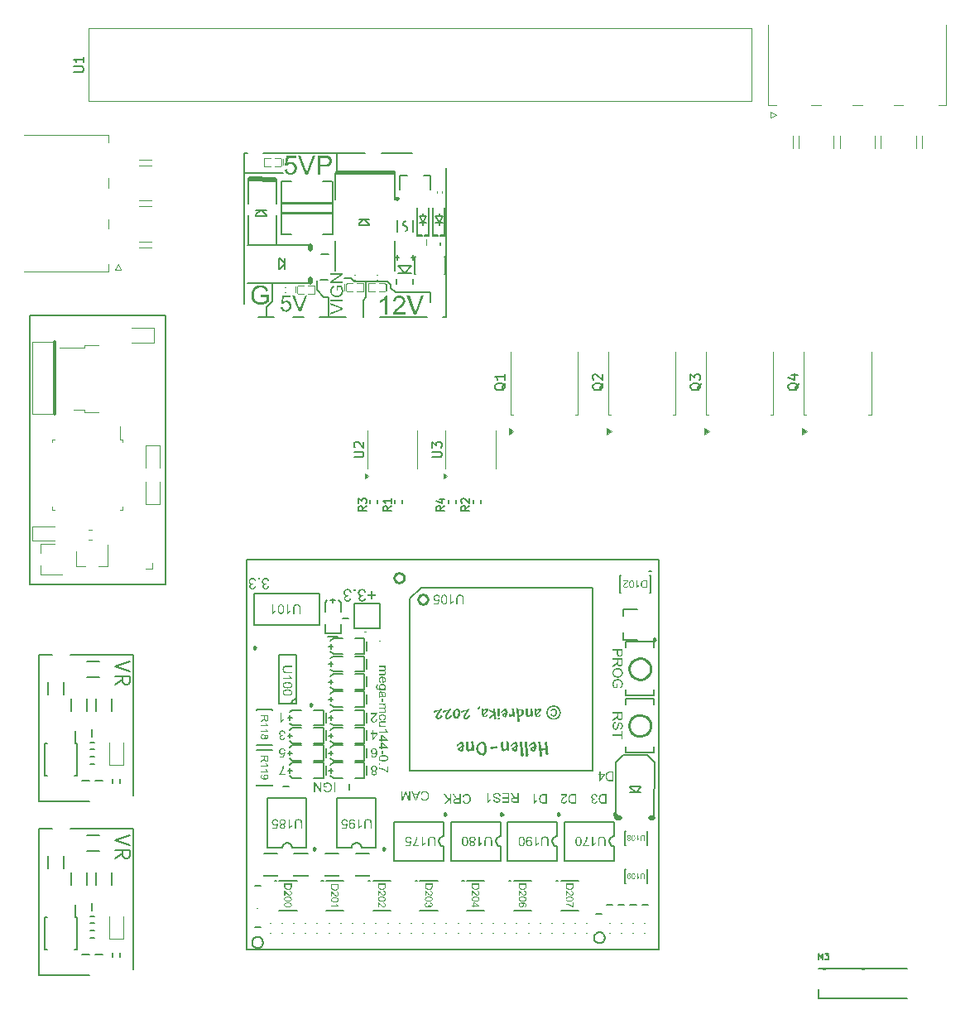
<source format=gto>
G75*
G70*
%OFA0B0*%
%FSLAX25Y25*%
%IPPOS*%
%LPD*%
%AMOC8*
5,1,8,0,0,1.08239X$1,22.5*
%
%ADD130C,0.01000*%
%ADD131C,0.00300*%
%ADD51C,0.00787*%
%ADD54C,0.00591*%
%ADD55C,0.00669*%
%ADD56C,0.00472*%
%ADD57C,0.00800*%
%ADD58C,0.00394*%
%ADD64C,0.01181*%
%ADD71C,0.00984*%
%ADD73C,0.01968*%
%ADD99C,0.01575*%
X0000000Y0000000D02*
%LPD*%
G01*
D54*
D55*
X0148000Y0199804D02*
X0146463Y0198727D01*
X0148000Y0197959D02*
X0144772Y0197959D01*
X0144772Y0197959D02*
X0144772Y0199189D01*
X0144772Y0199189D02*
X0144925Y0199496D01*
X0144925Y0199496D02*
X0145079Y0199650D01*
X0145079Y0199650D02*
X0145387Y0199804D01*
X0145387Y0199804D02*
X0145848Y0199804D01*
X0145848Y0199804D02*
X0146155Y0199650D01*
X0146155Y0199650D02*
X0146309Y0199496D01*
X0146309Y0199496D02*
X0146463Y0199189D01*
X0146463Y0199189D02*
X0146463Y0197959D01*
X0148000Y0202878D02*
X0148000Y0201033D01*
X0148000Y0201956D02*
X0144772Y0201956D01*
X0144772Y0201956D02*
X0145233Y0201648D01*
X0145233Y0201648D02*
X0145540Y0201341D01*
X0145540Y0201341D02*
X0145694Y0201033D01*
D54*
X0233445Y0249389D02*
X0233258Y0249014D01*
X0233258Y0249014D02*
X0232883Y0248639D01*
X0232883Y0248639D02*
X0232320Y0248076D01*
X0232320Y0248076D02*
X0232133Y0247702D01*
X0232133Y0247702D02*
X0232133Y0247327D01*
X0233070Y0247514D02*
X0232883Y0247139D01*
X0232883Y0247139D02*
X0232508Y0246764D01*
X0232508Y0246764D02*
X0231758Y0246577D01*
X0231758Y0246577D02*
X0230445Y0246577D01*
X0230445Y0246577D02*
X0229696Y0246764D01*
X0229696Y0246764D02*
X0229321Y0247139D01*
X0229321Y0247139D02*
X0229133Y0247514D01*
X0229133Y0247514D02*
X0229133Y0248264D01*
X0229133Y0248264D02*
X0229321Y0248639D01*
X0229321Y0248639D02*
X0229696Y0249014D01*
X0229696Y0249014D02*
X0230445Y0249201D01*
X0230445Y0249201D02*
X0231758Y0249201D01*
X0231758Y0249201D02*
X0232508Y0249014D01*
X0232508Y0249014D02*
X0232883Y0248639D01*
X0232883Y0248639D02*
X0233070Y0248264D01*
X0233070Y0248264D02*
X0233070Y0247514D01*
X0229508Y0250701D02*
X0229321Y0250889D01*
X0229321Y0250889D02*
X0229133Y0251264D01*
X0229133Y0251264D02*
X0229133Y0252201D01*
X0229133Y0252201D02*
X0229321Y0252576D01*
X0229321Y0252576D02*
X0229508Y0252763D01*
X0229508Y0252763D02*
X0229883Y0252951D01*
X0229883Y0252951D02*
X0230258Y0252951D01*
X0230258Y0252951D02*
X0230820Y0252763D01*
X0230820Y0252763D02*
X0233070Y0250514D01*
X0233070Y0250514D02*
X0233070Y0252951D01*
X0194075Y0249389D02*
X0193888Y0249014D01*
X0193888Y0249014D02*
X0193513Y0248639D01*
X0193513Y0248639D02*
X0192950Y0248076D01*
X0192950Y0248076D02*
X0192763Y0247702D01*
X0192763Y0247702D02*
X0192763Y0247327D01*
X0193700Y0247514D02*
X0193513Y0247139D01*
X0193513Y0247139D02*
X0193138Y0246764D01*
X0193138Y0246764D02*
X0192388Y0246577D01*
X0192388Y0246577D02*
X0191075Y0246577D01*
X0191075Y0246577D02*
X0190325Y0246764D01*
X0190325Y0246764D02*
X0189951Y0247139D01*
X0189951Y0247139D02*
X0189763Y0247514D01*
X0189763Y0247514D02*
X0189763Y0248264D01*
X0189763Y0248264D02*
X0189951Y0248639D01*
X0189951Y0248639D02*
X0190325Y0249014D01*
X0190325Y0249014D02*
X0191075Y0249201D01*
X0191075Y0249201D02*
X0192388Y0249201D01*
X0192388Y0249201D02*
X0193138Y0249014D01*
X0193138Y0249014D02*
X0193513Y0248639D01*
X0193513Y0248639D02*
X0193700Y0248264D01*
X0193700Y0248264D02*
X0193700Y0247514D01*
X0193700Y0252951D02*
X0193700Y0250701D01*
X0193700Y0251826D02*
X0189763Y0251826D01*
X0189763Y0251826D02*
X0190325Y0251451D01*
X0190325Y0251451D02*
X0190700Y0251076D01*
X0190700Y0251076D02*
X0190888Y0250701D01*
D55*
X0179496Y0199804D02*
X0177959Y0198727D01*
X0179496Y0197959D02*
X0176268Y0197959D01*
X0176268Y0197959D02*
X0176268Y0199189D01*
X0176268Y0199189D02*
X0176421Y0199496D01*
X0176421Y0199496D02*
X0176575Y0199650D01*
X0176575Y0199650D02*
X0176883Y0199804D01*
X0176883Y0199804D02*
X0177344Y0199804D01*
X0177344Y0199804D02*
X0177651Y0199650D01*
X0177651Y0199650D02*
X0177805Y0199496D01*
X0177805Y0199496D02*
X0177959Y0199189D01*
X0177959Y0199189D02*
X0177959Y0197959D01*
X0176575Y0201033D02*
X0176421Y0201187D01*
X0176421Y0201187D02*
X0176268Y0201495D01*
X0176268Y0201495D02*
X0176268Y0202263D01*
X0176268Y0202263D02*
X0176421Y0202571D01*
X0176421Y0202571D02*
X0176575Y0202724D01*
X0176575Y0202724D02*
X0176883Y0202878D01*
X0176883Y0202878D02*
X0177190Y0202878D01*
X0177190Y0202878D02*
X0177651Y0202724D01*
X0177651Y0202724D02*
X0179496Y0200880D01*
X0179496Y0200880D02*
X0179496Y0202878D01*
D54*
X0020121Y0374559D02*
X0023308Y0374559D01*
X0023308Y0374559D02*
X0023683Y0374747D01*
X0023683Y0374747D02*
X0023871Y0374934D01*
X0023871Y0374934D02*
X0024058Y0375309D01*
X0024058Y0375309D02*
X0024058Y0376059D01*
X0024058Y0376059D02*
X0023871Y0376434D01*
X0023871Y0376434D02*
X0023683Y0376622D01*
X0023683Y0376622D02*
X0023308Y0376809D01*
X0023308Y0376809D02*
X0020121Y0376809D01*
X0024058Y0380746D02*
X0024058Y0378496D01*
X0024058Y0379621D02*
X0020121Y0379621D01*
X0020121Y0379621D02*
X0020684Y0379246D01*
X0020684Y0379246D02*
X0021059Y0378871D01*
X0021059Y0378871D02*
X0021246Y0378496D01*
X0164468Y0219508D02*
X0167655Y0219508D01*
X0167655Y0219508D02*
X0168030Y0219696D01*
X0168030Y0219696D02*
X0168217Y0219883D01*
X0168217Y0219883D02*
X0168405Y0220258D01*
X0168405Y0220258D02*
X0168405Y0221008D01*
X0168405Y0221008D02*
X0168217Y0221383D01*
X0168217Y0221383D02*
X0168030Y0221570D01*
X0168030Y0221570D02*
X0167655Y0221758D01*
X0167655Y0221758D02*
X0164468Y0221758D01*
X0164468Y0223258D02*
X0164468Y0225695D01*
X0164468Y0225695D02*
X0165968Y0224383D01*
X0165968Y0224383D02*
X0165968Y0224945D01*
X0165968Y0224945D02*
X0166155Y0225320D01*
X0166155Y0225320D02*
X0166343Y0225508D01*
X0166343Y0225508D02*
X0166718Y0225695D01*
X0166718Y0225695D02*
X0167655Y0225695D01*
X0167655Y0225695D02*
X0168030Y0225508D01*
X0168030Y0225508D02*
X0168217Y0225320D01*
X0168217Y0225320D02*
X0168405Y0224945D01*
X0168405Y0224945D02*
X0168405Y0223820D01*
X0168405Y0223820D02*
X0168217Y0223445D01*
X0168217Y0223445D02*
X0168030Y0223258D01*
X0320251Y0017321D02*
X0320251Y0019683D01*
X0320251Y0019683D02*
X0321038Y0017996D01*
X0321038Y0017996D02*
X0321826Y0019683D01*
X0321826Y0019683D02*
X0321826Y0017321D01*
X0322726Y0019683D02*
X0324188Y0019683D01*
X0324188Y0019683D02*
X0323401Y0018783D01*
X0323401Y0018783D02*
X0323738Y0018783D01*
X0323738Y0018783D02*
X0323963Y0018670D01*
X0323963Y0018670D02*
X0324075Y0018558D01*
X0324075Y0018558D02*
X0324188Y0018333D01*
X0324188Y0018333D02*
X0324188Y0017771D01*
X0324188Y0017771D02*
X0324075Y0017546D01*
X0324075Y0017546D02*
X0323963Y0017433D01*
X0323963Y0017433D02*
X0323738Y0017321D01*
X0323738Y0017321D02*
X0323063Y0017321D01*
X0323063Y0017321D02*
X0322838Y0017433D01*
X0322838Y0017433D02*
X0322726Y0017546D01*
X0272815Y0249389D02*
X0272628Y0249014D01*
X0272628Y0249014D02*
X0272253Y0248639D01*
X0272253Y0248639D02*
X0271690Y0248076D01*
X0271690Y0248076D02*
X0271503Y0247702D01*
X0271503Y0247702D02*
X0271503Y0247327D01*
X0272440Y0247514D02*
X0272253Y0247139D01*
X0272253Y0247139D02*
X0271878Y0246764D01*
X0271878Y0246764D02*
X0271128Y0246577D01*
X0271128Y0246577D02*
X0269816Y0246577D01*
X0269816Y0246577D02*
X0269066Y0246764D01*
X0269066Y0246764D02*
X0268691Y0247139D01*
X0268691Y0247139D02*
X0268503Y0247514D01*
X0268503Y0247514D02*
X0268503Y0248264D01*
X0268503Y0248264D02*
X0268691Y0248639D01*
X0268691Y0248639D02*
X0269066Y0249014D01*
X0269066Y0249014D02*
X0269816Y0249201D01*
X0269816Y0249201D02*
X0271128Y0249201D01*
X0271128Y0249201D02*
X0271878Y0249014D01*
X0271878Y0249014D02*
X0272253Y0248639D01*
X0272253Y0248639D02*
X0272440Y0248264D01*
X0272440Y0248264D02*
X0272440Y0247514D01*
X0268503Y0250514D02*
X0268503Y0252951D01*
X0268503Y0252951D02*
X0270003Y0251639D01*
X0270003Y0251639D02*
X0270003Y0252201D01*
X0270003Y0252201D02*
X0270191Y0252576D01*
X0270191Y0252576D02*
X0270378Y0252763D01*
X0270378Y0252763D02*
X0270753Y0252951D01*
X0270753Y0252951D02*
X0271690Y0252951D01*
X0271690Y0252951D02*
X0272065Y0252763D01*
X0272065Y0252763D02*
X0272253Y0252576D01*
X0272253Y0252576D02*
X0272440Y0252201D01*
X0272440Y0252201D02*
X0272440Y0251076D01*
X0272440Y0251076D02*
X0272253Y0250701D01*
X0272253Y0250701D02*
X0272065Y0250514D01*
X0132972Y0219508D02*
X0136159Y0219508D01*
X0136159Y0219508D02*
X0136534Y0219696D01*
X0136534Y0219696D02*
X0136721Y0219883D01*
X0136721Y0219883D02*
X0136909Y0220258D01*
X0136909Y0220258D02*
X0136909Y0221008D01*
X0136909Y0221008D02*
X0136721Y0221383D01*
X0136721Y0221383D02*
X0136534Y0221570D01*
X0136534Y0221570D02*
X0136159Y0221758D01*
X0136159Y0221758D02*
X0132972Y0221758D01*
X0133347Y0223445D02*
X0133159Y0223633D01*
X0133159Y0223633D02*
X0132972Y0224008D01*
X0132972Y0224008D02*
X0132972Y0224945D01*
X0132972Y0224945D02*
X0133159Y0225320D01*
X0133159Y0225320D02*
X0133347Y0225508D01*
X0133347Y0225508D02*
X0133722Y0225695D01*
X0133722Y0225695D02*
X0134097Y0225695D01*
X0134097Y0225695D02*
X0134659Y0225508D01*
X0134659Y0225508D02*
X0136909Y0223258D01*
X0136909Y0223258D02*
X0136909Y0225695D01*
D55*
X0138000Y0199804D02*
X0136463Y0198727D01*
X0138000Y0197959D02*
X0134772Y0197959D01*
X0134772Y0197959D02*
X0134772Y0199189D01*
X0134772Y0199189D02*
X0134925Y0199496D01*
X0134925Y0199496D02*
X0135079Y0199650D01*
X0135079Y0199650D02*
X0135387Y0199804D01*
X0135387Y0199804D02*
X0135848Y0199804D01*
X0135848Y0199804D02*
X0136155Y0199650D01*
X0136155Y0199650D02*
X0136309Y0199496D01*
X0136309Y0199496D02*
X0136463Y0199189D01*
X0136463Y0199189D02*
X0136463Y0197959D01*
X0134772Y0200880D02*
X0134772Y0202878D01*
X0134772Y0202878D02*
X0136001Y0201802D01*
X0136001Y0201802D02*
X0136001Y0202263D01*
X0136001Y0202263D02*
X0136155Y0202571D01*
X0136155Y0202571D02*
X0136309Y0202724D01*
X0136309Y0202724D02*
X0136616Y0202878D01*
X0136616Y0202878D02*
X0137385Y0202878D01*
X0137385Y0202878D02*
X0137692Y0202724D01*
X0137692Y0202724D02*
X0137846Y0202571D01*
X0137846Y0202571D02*
X0138000Y0202263D01*
X0138000Y0202263D02*
X0138000Y0201341D01*
X0138000Y0201341D02*
X0137846Y0201033D01*
X0137846Y0201033D02*
X0137692Y0200880D01*
X0169496Y0199804D02*
X0167959Y0198727D01*
X0169496Y0197959D02*
X0166268Y0197959D01*
X0166268Y0197959D02*
X0166268Y0199189D01*
X0166268Y0199189D02*
X0166421Y0199496D01*
X0166421Y0199496D02*
X0166575Y0199650D01*
X0166575Y0199650D02*
X0166883Y0199804D01*
X0166883Y0199804D02*
X0167344Y0199804D01*
X0167344Y0199804D02*
X0167651Y0199650D01*
X0167651Y0199650D02*
X0167805Y0199496D01*
X0167805Y0199496D02*
X0167959Y0199189D01*
X0167959Y0199189D02*
X0167959Y0197959D01*
X0167344Y0202571D02*
X0169496Y0202571D01*
X0166114Y0201802D02*
X0168420Y0201033D01*
X0168420Y0201033D02*
X0168420Y0203032D01*
D54*
X0312185Y0249389D02*
X0311998Y0249014D01*
X0311998Y0249014D02*
X0311623Y0248639D01*
X0311623Y0248639D02*
X0311060Y0248076D01*
X0311060Y0248076D02*
X0310873Y0247702D01*
X0310873Y0247702D02*
X0310873Y0247327D01*
X0311810Y0247514D02*
X0311623Y0247139D01*
X0311623Y0247139D02*
X0311248Y0246764D01*
X0311248Y0246764D02*
X0310498Y0246577D01*
X0310498Y0246577D02*
X0309186Y0246577D01*
X0309186Y0246577D02*
X0308436Y0246764D01*
X0308436Y0246764D02*
X0308061Y0247139D01*
X0308061Y0247139D02*
X0307873Y0247514D01*
X0307873Y0247514D02*
X0307873Y0248264D01*
X0307873Y0248264D02*
X0308061Y0248639D01*
X0308061Y0248639D02*
X0308436Y0249014D01*
X0308436Y0249014D02*
X0309186Y0249201D01*
X0309186Y0249201D02*
X0310498Y0249201D01*
X0310498Y0249201D02*
X0311248Y0249014D01*
X0311248Y0249014D02*
X0311623Y0248639D01*
X0311623Y0248639D02*
X0311810Y0248264D01*
X0311810Y0248264D02*
X0311810Y0247514D01*
X0309186Y0252576D02*
X0311810Y0252576D01*
X0307686Y0251639D02*
X0310498Y0250701D01*
X0310498Y0250701D02*
X0310498Y0253138D01*
D51*
X0002378Y0276472D02*
X0057102Y0276472D01*
X0057102Y0168205D01*
X0002378Y0168205D01*
X0002378Y0276472D01*
X0089937Y0178386D02*
X0250567Y0178386D01*
X0089937Y0021299D02*
X0089937Y0178386D01*
X0089937Y0021299D02*
X0255685Y0021299D01*
X0250567Y0178386D02*
X0255685Y0178386D01*
X0255685Y0021299D02*
X0255685Y0178386D01*
D56*
X0299866Y0361252D02*
X0299866Y0393701D01*
X0299866Y0412512D02*
X0300693Y0358535D02*
X0303055Y0357354D01*
X0300693Y0356173D02*
X0300693Y0358535D01*
X0303055Y0361252D02*
X0299866Y0361252D01*
X0303055Y0357354D02*
X0300693Y0356173D01*
X0309748Y0349047D02*
X0309748Y0344008D01*
X0312110Y0349047D02*
X0312110Y0344008D01*
X0317268Y0361291D02*
X0321126Y0361291D01*
X0326283Y0349047D02*
X0326283Y0344008D01*
X0328646Y0349047D02*
X0328646Y0344008D01*
X0333803Y0361291D02*
X0337661Y0361291D01*
X0342819Y0349047D02*
X0342819Y0344008D01*
X0345181Y0349047D02*
X0345181Y0344008D01*
X0350339Y0361291D02*
X0354197Y0361291D01*
X0359354Y0349047D02*
X0359354Y0344008D01*
X0361717Y0349047D02*
X0361717Y0344008D01*
X0368409Y0361252D02*
X0371598Y0361252D01*
X0371598Y0361252D02*
X0371598Y0393701D01*
X0371598Y0412512D02*
D51*
X0006281Y0139898D02*
X0006281Y0080843D01*
X0006281Y0139898D02*
X0011400Y0139898D01*
X0006281Y0080843D02*
X0026360Y0080843D01*
X0044077Y0139898D02*
X0018880Y0139898D01*
X0044077Y0083205D02*
X0044077Y0139898D01*
D57*
X0149528Y0200827D02*
X0149528Y0202402D01*
X0152464Y0200823D02*
X0152464Y0202397D01*
D56*
X0235413Y0262008D02*
X0235413Y0236732D01*
X0235413Y0236732D02*
X0236476Y0236732D01*
X0262579Y0262008D02*
X0262579Y0236732D01*
X0262579Y0236732D02*
X0261516Y0236732D01*
X0236634Y0229921D02*
X0234783Y0228583D01*
X0234783Y0231260D01*
X0236634Y0229921D01*
G36*
X0236634Y0229921D02*
G01*
X0234783Y0228583D01*
X0234783Y0231260D01*
X0236634Y0229921D01*
G37*
X0196043Y0262008D02*
X0196043Y0236732D01*
X0196043Y0236732D02*
X0197106Y0236732D01*
X0223209Y0262008D02*
X0223209Y0236732D01*
X0223209Y0236732D02*
X0222146Y0236732D01*
X0197264Y0229921D02*
X0195413Y0228583D01*
X0195413Y0231260D01*
X0197264Y0229921D01*
G36*
X0197264Y0229921D02*
G01*
X0195413Y0228583D01*
X0195413Y0231260D01*
X0197264Y0229921D01*
G37*
D51*
X0088898Y0341921D02*
X0088898Y0281291D01*
X0088898Y0341921D02*
X0090079Y0341921D01*
X0094606Y0275780D02*
X0100709Y0275780D01*
X0096378Y0341921D02*
X0137323Y0341921D01*
X0108583Y0275780D02*
X0112913Y0275780D01*
X0119213Y0275780D02*
X0129843Y0275780D01*
X0143622Y0275780D02*
X0162520Y0275780D01*
X0144016Y0341921D02*
X0156614Y0341921D01*
X0168819Y0275780D02*
X0170000Y0275780D01*
X0170000Y0336016D02*
X0170000Y0275780D01*
D57*
X0181024Y0200827D02*
X0181024Y0202402D01*
X0183960Y0200823D02*
X0183960Y0202397D01*
D51*
X0006281Y0069898D02*
X0006281Y0010843D01*
X0006281Y0069898D02*
X0011400Y0069898D01*
X0006281Y0010843D02*
X0026360Y0010843D01*
X0044077Y0069898D02*
X0018880Y0069898D01*
X0044077Y0013205D02*
X0044077Y0069898D01*
D56*
X0026205Y0392323D02*
X0026205Y0372638D01*
X0026205Y0372638D02*
X0026205Y0362795D01*
X0026205Y0362795D02*
X0293134Y0362795D01*
D58*
X0293134Y0392323D02*
X0026205Y0392323D01*
D56*
X0293134Y0362795D02*
X0293134Y0392323D01*
X0034063Y0328039D02*
X0034063Y0331898D01*
X0034063Y0311504D02*
X0034063Y0315362D01*
X0034102Y0349299D02*
X0000000Y0349299D01*
X-017157Y0349299D02*
X0034102Y0346110D02*
X0034102Y0349299D01*
X0034102Y0297291D02*
X0034102Y0294102D01*
X0034102Y0294102D02*
X0000000Y0294102D01*
X-017157Y0294102D02*
X0036819Y0294929D02*
X0038000Y0297291D01*
X0038000Y0297291D02*
X0039181Y0294929D01*
X0039181Y0294929D02*
X0036819Y0294929D01*
X0046307Y0339417D02*
X0051346Y0339417D01*
X0046307Y0337055D02*
X0051346Y0337055D01*
X0046307Y0322882D02*
X0051346Y0322882D01*
X0046307Y0320520D02*
X0051346Y0320520D01*
X0046307Y0306346D02*
X0051346Y0306346D01*
X0046307Y0303984D02*
X0051346Y0303984D01*
X0169921Y0222508D02*
X0169921Y0230185D01*
X0169921Y0222508D02*
X0169921Y0214831D01*
X0190079Y0222508D02*
X0190079Y0230185D01*
X0190079Y0222508D02*
X0190079Y0214831D01*
X0170295Y0211878D02*
X0168996Y0210933D01*
X0168996Y0212823D01*
X0170295Y0211878D01*
G36*
X0170295Y0211878D02*
G01*
X0168996Y0210933D01*
X0168996Y0212823D01*
X0170295Y0211878D01*
G37*
D51*
X0320087Y0013701D02*
X0355913Y0013701D01*
X0320087Y0001496D02*
X0320087Y0005433D01*
X0320087Y0001496D02*
X0355913Y0001496D01*
D56*
X0274783Y0262008D02*
X0274783Y0236732D01*
X0274783Y0236732D02*
X0275846Y0236732D01*
X0301949Y0262008D02*
X0301949Y0236732D01*
X0301949Y0236732D02*
X0300886Y0236732D01*
X0276004Y0229921D02*
X0274154Y0228583D01*
X0274154Y0231260D01*
X0276004Y0229921D01*
G36*
X0276004Y0229921D02*
G01*
X0274154Y0228583D01*
X0274154Y0231260D01*
X0276004Y0229921D01*
G37*
X0138425Y0222508D02*
X0138425Y0230185D01*
X0138425Y0222508D02*
X0138425Y0214831D01*
X0158583Y0222508D02*
X0158583Y0230185D01*
X0158583Y0222508D02*
X0158583Y0214831D01*
X0138799Y0211878D02*
X0137500Y0210933D01*
X0137500Y0212823D01*
X0138799Y0211878D01*
G36*
X0138799Y0211878D02*
G01*
X0137500Y0210933D01*
X0137500Y0212823D01*
X0138799Y0211878D01*
G37*
D57*
X0139528Y0200827D02*
X0139528Y0202402D01*
X0142464Y0200823D02*
X0142464Y0202397D01*
X0171024Y0200827D02*
X0171024Y0202402D01*
X0173960Y0200823D02*
X0173960Y0202397D01*
D56*
X0314154Y0262008D02*
X0314154Y0236732D01*
X0314154Y0236732D02*
X0315217Y0236732D01*
X0341319Y0262008D02*
X0341319Y0236732D01*
X0341319Y0236732D02*
X0340256Y0236732D01*
X0315374Y0229921D02*
X0313524Y0228583D01*
X0313524Y0231260D01*
X0315374Y0229921D01*
G36*
X0315374Y0229921D02*
G01*
X0313524Y0228583D01*
X0313524Y0231260D01*
X0315374Y0229921D01*
G37*
X0005888Y0140291D02*
%LPD*%
G01*
D51*
X0042862Y0137240D02*
X0036956Y0135271D01*
X0036956Y0135271D02*
X0042862Y0133303D01*
X0036956Y0127960D02*
X0039768Y0129928D01*
X0036956Y0131334D02*
X0042862Y0131334D01*
X0042862Y0131334D02*
X0042862Y0129085D01*
X0042862Y0129085D02*
X0042581Y0128522D01*
X0042581Y0128522D02*
X0042299Y0128241D01*
X0042299Y0128241D02*
X0041737Y0127960D01*
X0041737Y0127960D02*
X0040893Y0127960D01*
X0040893Y0127960D02*
X0040331Y0128241D01*
X0040331Y0128241D02*
X0040050Y0128522D01*
X0040050Y0128522D02*
X0039768Y0129085D01*
X0039768Y0129085D02*
X0039768Y0131334D01*
X0044077Y0139897D02*
X0018880Y0139897D01*
X0006282Y0139897D02*
X0011400Y0139897D01*
X0006282Y0139897D02*
X0006282Y0080842D01*
X0044077Y0083204D02*
X0044077Y0139897D01*
X0006282Y0080842D02*
X0026360Y0080842D01*
D54*
X0021538Y0091177D02*
X0020357Y0091177D01*
X0008349Y0104366D02*
X0009530Y0104366D01*
X0008349Y0104366D02*
X0008349Y0091177D01*
X0008349Y0091177D02*
X0009530Y0091177D01*
X0020652Y0104366D02*
X0020652Y0109189D01*
X0021538Y0104366D02*
X0021538Y0091177D01*
X0021538Y0104366D02*
X0020652Y0104366D01*
D57*
X0028333Y0098838D02*
X0026758Y0098838D01*
X0028329Y0095901D02*
X0026754Y0095901D01*
X0038647Y0088318D02*
X0038647Y0089893D01*
X0035711Y0088322D02*
X0035711Y0089897D01*
X0028333Y0104743D02*
X0026758Y0104743D01*
X0028329Y0101807D02*
X0026754Y0101807D01*
D51*
X0029116Y0117260D02*
X0029105Y0122378D01*
X0035416Y0117260D02*
X0035416Y0122378D01*
X0019274Y0117260D02*
X0019262Y0122378D01*
X0025573Y0117260D02*
X0025573Y0122378D01*
X0030494Y0130842D02*
X0025376Y0130831D01*
X0030494Y0137141D02*
X0025376Y0137141D01*
X0009825Y0123952D02*
X0009813Y0129071D01*
X0016124Y0123952D02*
X0016124Y0129071D01*
D56*
X0040278Y0095468D02*
X0040278Y0104464D01*
X0034490Y0095468D02*
X0040278Y0095468D01*
X0034490Y0104464D02*
X0034490Y0095468D01*
D51*
X0028714Y0089110D02*
X0031667Y0089110D01*
X0023408Y0089110D02*
X0026360Y0089110D01*
X0027542Y0107023D02*
X0027542Y0109976D01*
X0089543Y0020906D02*
G01*
G75*
G36*
X0241247Y0114928D02*
X0241243Y0114880D01*
X0241243Y0114832D01*
X0241238Y0114775D01*
X0241234Y0114709D01*
X0241221Y0114578D01*
X0241199Y0114443D01*
X0241173Y0114312D01*
X0241155Y0114255D01*
X0241138Y0114198D01*
X0241138Y0114194D01*
X0241133Y0114185D01*
X0241125Y0114172D01*
X0241116Y0114150D01*
X0241090Y0114097D01*
X0241050Y0114036D01*
X0240998Y0113962D01*
X0240928Y0113888D01*
X0240849Y0113814D01*
X0240753Y0113748D01*
X0240749Y0113748D01*
X0240740Y0113739D01*
X0240727Y0113730D01*
X0240705Y0113722D01*
X0240679Y0113709D01*
X0240648Y0113696D01*
X0240613Y0113678D01*
X0240574Y0113661D01*
X0240482Y0113630D01*
X0240382Y0113604D01*
X0240268Y0113586D01*
X0240146Y0113578D01*
X0240142Y0113578D01*
X0240128Y0113578D01*
X0240102Y0113578D01*
X0240076Y0113582D01*
X0240037Y0113586D01*
X0239993Y0113591D01*
X0239945Y0113599D01*
X0239892Y0113612D01*
X0239779Y0113647D01*
X0239718Y0113669D01*
X0239656Y0113696D01*
X0239595Y0113726D01*
X0239534Y0113765D01*
X0239477Y0113809D01*
X0239420Y0113857D01*
X0239416Y0113861D01*
X0239407Y0113870D01*
X0239394Y0113888D01*
X0239372Y0113910D01*
X0239351Y0113940D01*
X0239324Y0113975D01*
X0239294Y0114019D01*
X0239263Y0114071D01*
X0239232Y0114128D01*
X0239202Y0114189D01*
X0239171Y0114259D01*
X0239141Y0114338D01*
X0239115Y0114421D01*
X0239088Y0114513D01*
X0239066Y0114613D01*
X0239049Y0114718D01*
X0239049Y0114714D01*
X0239045Y0114709D01*
X0239031Y0114683D01*
X0239010Y0114644D01*
X0238983Y0114596D01*
X0238953Y0114543D01*
X0238922Y0114491D01*
X0238883Y0114438D01*
X0238848Y0114395D01*
X0238844Y0114390D01*
X0238839Y0114386D01*
X0238826Y0114373D01*
X0238809Y0114355D01*
X0238787Y0114333D01*
X0238760Y0114307D01*
X0238699Y0114250D01*
X0238621Y0114185D01*
X0238529Y0114111D01*
X0238424Y0114032D01*
X0238310Y0113953D01*
X0237214Y0113254D01*
X0237214Y0113923D01*
X0238053Y0114456D01*
X0238057Y0114460D01*
X0238070Y0114465D01*
X0238088Y0114478D01*
X0238114Y0114495D01*
X0238144Y0114513D01*
X0238179Y0114539D01*
X0238258Y0114591D01*
X0238350Y0114653D01*
X0238441Y0114714D01*
X0238529Y0114779D01*
X0238608Y0114840D01*
X0238612Y0114840D01*
X0238616Y0114849D01*
X0238638Y0114867D01*
X0238673Y0114893D01*
X0238713Y0114932D01*
X0238756Y0114971D01*
X0238800Y0115020D01*
X0238844Y0115068D01*
X0238874Y0115111D01*
X0238879Y0115116D01*
X0238887Y0115133D01*
X0238900Y0115155D01*
X0238918Y0115186D01*
X0238935Y0115225D01*
X0238953Y0115264D01*
X0238970Y0115308D01*
X0238983Y0115356D01*
X0238983Y0115360D01*
X0238988Y0115374D01*
X0238992Y0115395D01*
X0238996Y0115426D01*
X0238996Y0115470D01*
X0239001Y0115522D01*
X0239005Y0115583D01*
X0239005Y0116269D01*
X0237214Y0116269D01*
X0237214Y0116803D01*
X0241247Y0116803D01*
X0241247Y0114928D01*
D02*
G37*
G36*
X0238555Y0112415D02*
X0238551Y0112415D01*
X0238542Y0112415D01*
X0238524Y0112411D01*
X0238503Y0112406D01*
X0238476Y0112402D01*
X0238450Y0112398D01*
X0238376Y0112380D01*
X0238297Y0112358D01*
X0238214Y0112332D01*
X0238131Y0112297D01*
X0238053Y0112253D01*
X0238044Y0112249D01*
X0238022Y0112227D01*
X0237987Y0112197D01*
X0237943Y0112153D01*
X0237891Y0112096D01*
X0237843Y0112026D01*
X0237790Y0111943D01*
X0237742Y0111847D01*
X0237742Y0111843D01*
X0237738Y0111834D01*
X0237734Y0111821D01*
X0237725Y0111799D01*
X0237716Y0111773D01*
X0237703Y0111742D01*
X0237694Y0111707D01*
X0237686Y0111668D01*
X0237664Y0111576D01*
X0237642Y0111467D01*
X0237629Y0111353D01*
X0237624Y0111226D01*
X0237624Y0111174D01*
X0237629Y0111148D01*
X0237629Y0111117D01*
X0237637Y0111047D01*
X0237646Y0110964D01*
X0237659Y0110872D01*
X0237681Y0110781D01*
X0237712Y0110693D01*
X0237712Y0110689D01*
X0237716Y0110685D01*
X0237721Y0110671D01*
X0237729Y0110654D01*
X0237751Y0110615D01*
X0237777Y0110562D01*
X0237812Y0110505D01*
X0237856Y0110444D01*
X0237904Y0110392D01*
X0237961Y0110344D01*
X0237970Y0110339D01*
X0237987Y0110326D01*
X0238022Y0110304D01*
X0238066Y0110282D01*
X0238118Y0110265D01*
X0238175Y0110243D01*
X0238240Y0110230D01*
X0238306Y0110226D01*
X0238310Y0110226D01*
X0238315Y0110226D01*
X0238337Y0110226D01*
X0238376Y0110230D01*
X0238420Y0110239D01*
X0238472Y0110252D01*
X0238529Y0110274D01*
X0238586Y0110300D01*
X0238638Y0110339D01*
X0238643Y0110344D01*
X0238660Y0110361D01*
X0238686Y0110387D01*
X0238721Y0110427D01*
X0238756Y0110475D01*
X0238795Y0110540D01*
X0238835Y0110615D01*
X0238874Y0110702D01*
X0238879Y0110711D01*
X0238883Y0110720D01*
X0238887Y0110737D01*
X0238892Y0110755D01*
X0238900Y0110781D01*
X0238914Y0110816D01*
X0238922Y0110851D01*
X0238935Y0110899D01*
X0238953Y0110947D01*
X0238966Y0111008D01*
X0238983Y0111073D01*
X0239005Y0111148D01*
X0239023Y0111226D01*
X0239049Y0111318D01*
X0239071Y0111419D01*
X0239071Y0111423D01*
X0239075Y0111441D01*
X0239084Y0111471D01*
X0239093Y0111506D01*
X0239106Y0111554D01*
X0239119Y0111607D01*
X0239136Y0111659D01*
X0239154Y0111720D01*
X0239193Y0111851D01*
X0239237Y0111978D01*
X0239259Y0112039D01*
X0239281Y0112096D01*
X0239302Y0112148D01*
X0239324Y0112192D01*
X0239324Y0112197D01*
X0239333Y0112205D01*
X0239342Y0112218D01*
X0239351Y0112240D01*
X0239381Y0112293D01*
X0239425Y0112354D01*
X0239482Y0112428D01*
X0239543Y0112498D01*
X0239617Y0112568D01*
X0239696Y0112625D01*
X0239700Y0112625D01*
X0239704Y0112629D01*
X0239718Y0112638D01*
X0239735Y0112647D01*
X0239783Y0112669D01*
X0239844Y0112695D01*
X0239919Y0112721D01*
X0240006Y0112743D01*
X0240102Y0112760D01*
X0240203Y0112765D01*
X0240207Y0112765D01*
X0240216Y0112765D01*
X0240233Y0112765D01*
X0240255Y0112760D01*
X0240281Y0112760D01*
X0240312Y0112756D01*
X0240390Y0112743D01*
X0240478Y0112721D01*
X0240570Y0112695D01*
X0240670Y0112651D01*
X0240771Y0112594D01*
X0240775Y0112594D01*
X0240784Y0112586D01*
X0240797Y0112577D01*
X0240814Y0112564D01*
X0240863Y0112520D01*
X0240924Y0112463D01*
X0240989Y0112393D01*
X0241055Y0112306D01*
X0241120Y0112205D01*
X0241177Y0112087D01*
X0241177Y0112083D01*
X0241181Y0112074D01*
X0241190Y0112052D01*
X0241199Y0112030D01*
X0241208Y0112000D01*
X0241221Y0111961D01*
X0241234Y0111917D01*
X0241247Y0111869D01*
X0241260Y0111816D01*
X0241273Y0111760D01*
X0241295Y0111637D01*
X0241313Y0111497D01*
X0241317Y0111349D01*
X0241317Y0111274D01*
X0241313Y0111235D01*
X0241308Y0111187D01*
X0241304Y0111139D01*
X0241300Y0111082D01*
X0241282Y0110960D01*
X0241256Y0110824D01*
X0241216Y0110689D01*
X0241168Y0110558D01*
X0241168Y0110553D01*
X0241160Y0110545D01*
X0241155Y0110523D01*
X0241142Y0110501D01*
X0241125Y0110475D01*
X0241107Y0110440D01*
X0241064Y0110366D01*
X0241002Y0110278D01*
X0240928Y0110191D01*
X0240845Y0110108D01*
X0240744Y0110033D01*
X0240740Y0110029D01*
X0240731Y0110025D01*
X0240718Y0110016D01*
X0240696Y0110003D01*
X0240670Y0109990D01*
X0240640Y0109972D01*
X0240600Y0109959D01*
X0240561Y0109937D01*
X0240469Y0109902D01*
X0240360Y0109872D01*
X0240242Y0109845D01*
X0240111Y0109832D01*
X0240072Y0110344D01*
X0240076Y0110344D01*
X0240089Y0110348D01*
X0240107Y0110348D01*
X0240133Y0110352D01*
X0240168Y0110361D01*
X0240203Y0110370D01*
X0240286Y0110396D01*
X0240377Y0110431D01*
X0240474Y0110484D01*
X0240565Y0110545D01*
X0240605Y0110584D01*
X0240644Y0110628D01*
X0240648Y0110632D01*
X0240653Y0110637D01*
X0240662Y0110654D01*
X0240675Y0110671D01*
X0240688Y0110698D01*
X0240705Y0110728D01*
X0240723Y0110763D01*
X0240744Y0110803D01*
X0240762Y0110851D01*
X0240779Y0110903D01*
X0240797Y0110960D01*
X0240810Y0111021D01*
X0240823Y0111091D01*
X0240832Y0111165D01*
X0240841Y0111244D01*
X0240841Y0111371D01*
X0240836Y0111406D01*
X0240836Y0111445D01*
X0240832Y0111489D01*
X0240828Y0111541D01*
X0240819Y0111594D01*
X0240797Y0111712D01*
X0240766Y0111825D01*
X0240723Y0111934D01*
X0240692Y0111987D01*
X0240662Y0112030D01*
X0240662Y0112035D01*
X0240653Y0112039D01*
X0240631Y0112065D01*
X0240592Y0112100D01*
X0240539Y0112140D01*
X0240478Y0112179D01*
X0240404Y0112214D01*
X0240325Y0112240D01*
X0240281Y0112245D01*
X0240233Y0112249D01*
X0240229Y0112249D01*
X0240224Y0112249D01*
X0240198Y0112245D01*
X0240159Y0112240D01*
X0240111Y0112231D01*
X0240054Y0112210D01*
X0239993Y0112183D01*
X0239936Y0112148D01*
X0239879Y0112096D01*
X0239875Y0112087D01*
X0239866Y0112079D01*
X0239853Y0112061D01*
X0239840Y0112039D01*
X0239827Y0112013D01*
X0239809Y0111978D01*
X0239787Y0111939D01*
X0239766Y0111891D01*
X0239744Y0111834D01*
X0239722Y0111768D01*
X0239696Y0111694D01*
X0239670Y0111607D01*
X0239643Y0111515D01*
X0239613Y0111410D01*
X0239586Y0111292D01*
X0239586Y0111283D01*
X0239582Y0111261D01*
X0239573Y0111231D01*
X0239560Y0111187D01*
X0239551Y0111135D01*
X0239534Y0111073D01*
X0239521Y0111008D01*
X0239499Y0110938D01*
X0239460Y0110789D01*
X0239420Y0110641D01*
X0239398Y0110571D01*
X0239377Y0110510D01*
X0239355Y0110449D01*
X0239333Y0110401D01*
X0239333Y0110396D01*
X0239324Y0110383D01*
X0239316Y0110366D01*
X0239302Y0110344D01*
X0239289Y0110313D01*
X0239267Y0110278D01*
X0239219Y0110204D01*
X0239163Y0110116D01*
X0239093Y0110033D01*
X0239010Y0109950D01*
X0238966Y0109915D01*
X0238922Y0109880D01*
X0238918Y0109880D01*
X0238909Y0109872D01*
X0238896Y0109863D01*
X0238879Y0109854D01*
X0238857Y0109841D01*
X0238826Y0109828D01*
X0238756Y0109793D01*
X0238673Y0109763D01*
X0238577Y0109736D01*
X0238468Y0109719D01*
X0238350Y0109710D01*
X0238345Y0109710D01*
X0238337Y0109710D01*
X0238319Y0109710D01*
X0238297Y0109714D01*
X0238267Y0109714D01*
X0238236Y0109719D01*
X0238153Y0109732D01*
X0238061Y0109754D01*
X0237961Y0109789D01*
X0237856Y0109837D01*
X0237799Y0109863D01*
X0237747Y0109898D01*
X0237742Y0109898D01*
X0237734Y0109907D01*
X0237721Y0109915D01*
X0237699Y0109933D01*
X0237651Y0109972D01*
X0237585Y0110033D01*
X0237515Y0110108D01*
X0237441Y0110199D01*
X0237371Y0110304D01*
X0237305Y0110427D01*
X0237305Y0110431D01*
X0237297Y0110444D01*
X0237292Y0110462D01*
X0237279Y0110488D01*
X0237270Y0110519D01*
X0237257Y0110558D01*
X0237240Y0110602D01*
X0237227Y0110654D01*
X0237214Y0110706D01*
X0237196Y0110768D01*
X0237174Y0110899D01*
X0237157Y0111043D01*
X0237148Y0111200D01*
X0237148Y0111253D01*
X0237152Y0111292D01*
X0237152Y0111340D01*
X0237157Y0111393D01*
X0237161Y0111454D01*
X0237170Y0111524D01*
X0237187Y0111668D01*
X0237214Y0111821D01*
X0237253Y0111974D01*
X0237305Y0112122D01*
X0237305Y0112127D01*
X0237314Y0112140D01*
X0237323Y0112157D01*
X0237336Y0112183D01*
X0237353Y0112214D01*
X0237371Y0112249D01*
X0237423Y0112332D01*
X0237489Y0112424D01*
X0237572Y0112520D01*
X0237668Y0112616D01*
X0237782Y0112699D01*
X0237786Y0112704D01*
X0237795Y0112708D01*
X0237812Y0112717D01*
X0237838Y0112730D01*
X0237869Y0112747D01*
X0237904Y0112765D01*
X0237948Y0112787D01*
X0237996Y0112804D01*
X0238044Y0112826D01*
X0238101Y0112843D01*
X0238227Y0112878D01*
X0238363Y0112904D01*
X0238437Y0112913D01*
X0238511Y0112918D01*
X0238555Y0112415D01*
D02*
G37*
G36*
X0241247Y0106096D02*
X0240771Y0106096D01*
X0240771Y0107425D01*
X0237214Y0107425D01*
X0237214Y0107958D01*
X0240771Y0107958D01*
X0240771Y0109286D01*
X0241247Y0109286D01*
X0241247Y0106096D01*
D02*
G37*
G36*
X0241247Y0140595D02*
X0241243Y0140507D01*
X0241238Y0140407D01*
X0241230Y0140306D01*
X0241221Y0140210D01*
X0241216Y0140162D01*
X0241208Y0140123D01*
X0241208Y0140118D01*
X0241203Y0140110D01*
X0241203Y0140092D01*
X0241199Y0140075D01*
X0241190Y0140048D01*
X0241186Y0140018D01*
X0241164Y0139948D01*
X0241138Y0139869D01*
X0241103Y0139786D01*
X0241064Y0139703D01*
X0241015Y0139625D01*
X0241015Y0139620D01*
X0241011Y0139616D01*
X0240989Y0139590D01*
X0240959Y0139555D01*
X0240915Y0139506D01*
X0240863Y0139458D01*
X0240793Y0139402D01*
X0240718Y0139349D01*
X0240627Y0139301D01*
X0240622Y0139301D01*
X0240613Y0139297D01*
X0240600Y0139288D01*
X0240583Y0139279D01*
X0240561Y0139271D01*
X0240530Y0139262D01*
X0240465Y0139236D01*
X0240382Y0139214D01*
X0240290Y0139192D01*
X0240185Y0139179D01*
X0240076Y0139174D01*
X0240072Y0139174D01*
X0240054Y0139174D01*
X0240028Y0139174D01*
X0239988Y0139179D01*
X0239945Y0139183D01*
X0239897Y0139192D01*
X0239840Y0139201D01*
X0239774Y0139214D01*
X0239709Y0139231D01*
X0239639Y0139253D01*
X0239569Y0139279D01*
X0239495Y0139314D01*
X0239420Y0139349D01*
X0239346Y0139393D01*
X0239276Y0139445D01*
X0239206Y0139502D01*
X0239202Y0139506D01*
X0239193Y0139520D01*
X0239176Y0139537D01*
X0239149Y0139568D01*
X0239123Y0139603D01*
X0239093Y0139651D01*
X0239062Y0139707D01*
X0239031Y0139773D01*
X0238996Y0139852D01*
X0238966Y0139935D01*
X0238935Y0140035D01*
X0238909Y0140140D01*
X0238887Y0140263D01*
X0238870Y0140394D01*
X0238857Y0140533D01*
X0238852Y0140691D01*
X0238852Y0141722D01*
X0237213Y0141722D01*
X0237213Y0142255D01*
X0241247Y0142255D01*
X0241247Y0140595D01*
D02*
G37*
G36*
X0241247Y0136614D02*
X0241243Y0136565D01*
X0241243Y0136517D01*
X0241238Y0136461D01*
X0241234Y0136395D01*
X0241221Y0136264D01*
X0241199Y0136129D01*
X0241173Y0135997D01*
X0241155Y0135941D01*
X0241138Y0135884D01*
X0241138Y0135879D01*
X0241133Y0135871D01*
X0241125Y0135858D01*
X0241116Y0135836D01*
X0241090Y0135783D01*
X0241050Y0135722D01*
X0240998Y0135648D01*
X0240928Y0135573D01*
X0240849Y0135499D01*
X0240753Y0135434D01*
X0240749Y0135434D01*
X0240740Y0135425D01*
X0240727Y0135416D01*
X0240705Y0135407D01*
X0240679Y0135394D01*
X0240648Y0135381D01*
X0240613Y0135364D01*
X0240574Y0135346D01*
X0240482Y0135316D01*
X0240382Y0135289D01*
X0240268Y0135272D01*
X0240146Y0135263D01*
X0240141Y0135263D01*
X0240128Y0135263D01*
X0240102Y0135263D01*
X0240076Y0135268D01*
X0240037Y0135272D01*
X0239993Y0135276D01*
X0239945Y0135285D01*
X0239892Y0135298D01*
X0239779Y0135333D01*
X0239717Y0135355D01*
X0239656Y0135381D01*
X0239595Y0135412D01*
X0239534Y0135451D01*
X0239477Y0135495D01*
X0239420Y0135543D01*
X0239416Y0135547D01*
X0239407Y0135556D01*
X0239394Y0135573D01*
X0239372Y0135595D01*
X0239351Y0135626D01*
X0239324Y0135661D01*
X0239294Y0135705D01*
X0239263Y0135757D01*
X0239232Y0135814D01*
X0239202Y0135875D01*
X0239171Y0135945D01*
X0239141Y0136024D01*
X0239115Y0136107D01*
X0239088Y0136198D01*
X0239066Y0136299D01*
X0239049Y0136404D01*
X0239049Y0136399D01*
X0239045Y0136395D01*
X0239031Y0136369D01*
X0239010Y0136330D01*
X0238983Y0136281D01*
X0238953Y0136229D01*
X0238922Y0136177D01*
X0238883Y0136124D01*
X0238848Y0136080D01*
X0238844Y0136076D01*
X0238839Y0136072D01*
X0238826Y0136059D01*
X0238809Y0136041D01*
X0238787Y0136019D01*
X0238760Y0135993D01*
X0238699Y0135936D01*
X0238621Y0135871D01*
X0238529Y0135796D01*
X0238424Y0135718D01*
X0238310Y0135639D01*
X0237213Y0134940D01*
X0237213Y0135608D01*
X0238053Y0136142D01*
X0238057Y0136146D01*
X0238070Y0136150D01*
X0238088Y0136164D01*
X0238114Y0136181D01*
X0238144Y0136198D01*
X0238179Y0136225D01*
X0238258Y0136277D01*
X0238350Y0136338D01*
X0238441Y0136399D01*
X0238529Y0136465D01*
X0238608Y0136526D01*
X0238612Y0136526D01*
X0238616Y0136535D01*
X0238638Y0136552D01*
X0238673Y0136579D01*
X0238713Y0136618D01*
X0238756Y0136657D01*
X0238800Y0136705D01*
X0238844Y0136753D01*
X0238874Y0136797D01*
X0238879Y0136801D01*
X0238887Y0136819D01*
X0238900Y0136841D01*
X0238918Y0136871D01*
X0238935Y0136911D01*
X0238953Y0136950D01*
X0238970Y0136994D01*
X0238983Y0137042D01*
X0238983Y0137046D01*
X0238988Y0137059D01*
X0238992Y0137081D01*
X0238996Y0137112D01*
X0238996Y0137156D01*
X0239001Y0137208D01*
X0239005Y0137269D01*
X0239005Y0137955D01*
X0237213Y0137955D01*
X0237213Y0138488D01*
X0241247Y0138488D01*
X0241247Y0136614D01*
D02*
G37*
G36*
X0239246Y0134586D02*
X0239272Y0134586D01*
X0239342Y0134581D01*
X0239425Y0134573D01*
X0239525Y0134560D01*
X0239630Y0134547D01*
X0239748Y0134525D01*
X0239875Y0134494D01*
X0240002Y0134459D01*
X0240133Y0134416D01*
X0240264Y0134363D01*
X0240395Y0134302D01*
X0240517Y0134232D01*
X0240640Y0134149D01*
X0240749Y0134053D01*
X0240753Y0134048D01*
X0240775Y0134026D01*
X0240801Y0133996D01*
X0240836Y0133957D01*
X0240880Y0133900D01*
X0240928Y0133839D01*
X0240980Y0133764D01*
X0241033Y0133677D01*
X0241085Y0133581D01*
X0241138Y0133476D01*
X0241186Y0133362D01*
X0241230Y0133236D01*
X0241265Y0133104D01*
X0241291Y0132965D01*
X0241313Y0132816D01*
X0241317Y0132659D01*
X0241317Y0132606D01*
X0241313Y0132567D01*
X0241308Y0132515D01*
X0241304Y0132458D01*
X0241295Y0132396D01*
X0241282Y0132327D01*
X0241269Y0132248D01*
X0241251Y0132169D01*
X0241230Y0132086D01*
X0241203Y0131999D01*
X0241173Y0131911D01*
X0241138Y0131824D01*
X0241099Y0131741D01*
X0241050Y0131654D01*
X0241046Y0131649D01*
X0241037Y0131632D01*
X0241024Y0131610D01*
X0241002Y0131579D01*
X0240976Y0131540D01*
X0240941Y0131501D01*
X0240902Y0131453D01*
X0240858Y0131400D01*
X0240806Y0131343D01*
X0240749Y0131286D01*
X0240688Y0131230D01*
X0240622Y0131173D01*
X0240552Y0131120D01*
X0240474Y0131064D01*
X0240390Y0131016D01*
X0240303Y0130968D01*
X0240299Y0130963D01*
X0240281Y0130959D01*
X0240255Y0130946D01*
X0240220Y0130933D01*
X0240176Y0130911D01*
X0240120Y0130893D01*
X0240058Y0130871D01*
X0239988Y0130849D01*
X0239914Y0130828D01*
X0239831Y0130806D01*
X0239739Y0130784D01*
X0239648Y0130767D01*
X0239547Y0130753D01*
X0239442Y0130740D01*
X0239337Y0130736D01*
X0239224Y0130732D01*
X0239215Y0130732D01*
X0239197Y0130732D01*
X0239163Y0130732D01*
X0239119Y0130736D01*
X0239066Y0130740D01*
X0239005Y0130745D01*
X0238935Y0130753D01*
X0238857Y0130762D01*
X0238774Y0130775D01*
X0238686Y0130793D01*
X0238594Y0130810D01*
X0238503Y0130836D01*
X0238407Y0130867D01*
X0238315Y0130898D01*
X0238219Y0130937D01*
X0238127Y0130981D01*
X0238123Y0130985D01*
X0238105Y0130994D01*
X0238079Y0131007D01*
X0238048Y0131024D01*
X0238009Y0131051D01*
X0237961Y0131081D01*
X0237908Y0131120D01*
X0237852Y0131160D01*
X0237795Y0131208D01*
X0237734Y0131260D01*
X0237672Y0131321D01*
X0237611Y0131383D01*
X0237554Y0131448D01*
X0237498Y0131523D01*
X0237441Y0131601D01*
X0237393Y0131684D01*
X0237388Y0131689D01*
X0237384Y0131706D01*
X0237371Y0131728D01*
X0237353Y0131763D01*
X0237336Y0131807D01*
X0237314Y0131855D01*
X0237292Y0131911D01*
X0237270Y0131977D01*
X0237248Y0132047D01*
X0237227Y0132121D01*
X0237205Y0132204D01*
X0237187Y0132287D01*
X0237157Y0132471D01*
X0237152Y0132567D01*
X0237148Y0132663D01*
X0237148Y0132720D01*
X0237152Y0132759D01*
X0237157Y0132807D01*
X0237161Y0132868D01*
X0237170Y0132930D01*
X0237183Y0133004D01*
X0237196Y0133078D01*
X0237213Y0133161D01*
X0237235Y0133244D01*
X0237262Y0133332D01*
X0237292Y0133419D01*
X0237332Y0133507D01*
X0237371Y0133594D01*
X0237419Y0133681D01*
X0237423Y0133686D01*
X0237432Y0133699D01*
X0237449Y0133725D01*
X0237471Y0133756D01*
X0237498Y0133790D01*
X0237533Y0133834D01*
X0237572Y0133882D01*
X0237616Y0133935D01*
X0237668Y0133992D01*
X0237725Y0134044D01*
X0237786Y0134101D01*
X0237852Y0134158D01*
X0237926Y0134214D01*
X0238000Y0134267D01*
X0238083Y0134315D01*
X0238171Y0134363D01*
X0238175Y0134367D01*
X0238192Y0134372D01*
X0238219Y0134385D01*
X0238254Y0134398D01*
X0238297Y0134416D01*
X0238350Y0134433D01*
X0238407Y0134455D01*
X0238476Y0134477D01*
X0238546Y0134499D01*
X0238625Y0134520D01*
X0238708Y0134538D01*
X0238795Y0134555D01*
X0238979Y0134581D01*
X0239080Y0134586D01*
X0239176Y0134590D01*
X0239180Y0134590D01*
X0239189Y0134590D01*
X0239202Y0134590D01*
X0239219Y0134590D01*
X0239246Y0134586D01*
D02*
G37*
G36*
X0239311Y0130172D02*
X0239364Y0130168D01*
X0239425Y0130163D01*
X0239495Y0130155D01*
X0239569Y0130146D01*
X0239652Y0130133D01*
X0239739Y0130115D01*
X0239923Y0130072D01*
X0240019Y0130046D01*
X0240115Y0130011D01*
X0240211Y0129976D01*
X0240308Y0129932D01*
X0240312Y0129927D01*
X0240329Y0129919D01*
X0240356Y0129906D01*
X0240390Y0129888D01*
X0240434Y0129862D01*
X0240482Y0129831D01*
X0240535Y0129792D01*
X0240596Y0129753D01*
X0240657Y0129705D01*
X0240718Y0129652D01*
X0240779Y0129595D01*
X0240845Y0129530D01*
X0240906Y0129464D01*
X0240963Y0129390D01*
X0241020Y0129311D01*
X0241068Y0129228D01*
X0241072Y0129224D01*
X0241077Y0129206D01*
X0241090Y0129180D01*
X0241107Y0129145D01*
X0241125Y0129101D01*
X0241146Y0129049D01*
X0241168Y0128988D01*
X0241195Y0128922D01*
X0241216Y0128848D01*
X0241238Y0128765D01*
X0241260Y0128678D01*
X0241278Y0128582D01*
X0241295Y0128485D01*
X0241308Y0128381D01*
X0241313Y0128271D01*
X0241317Y0128162D01*
X0241317Y0128088D01*
X0241313Y0128048D01*
X0241308Y0128005D01*
X0241304Y0127957D01*
X0241300Y0127900D01*
X0241282Y0127777D01*
X0241256Y0127642D01*
X0241221Y0127506D01*
X0241173Y0127371D01*
X0241173Y0127367D01*
X0241168Y0127354D01*
X0241160Y0127336D01*
X0241146Y0127314D01*
X0241133Y0127284D01*
X0241116Y0127249D01*
X0241072Y0127170D01*
X0241015Y0127078D01*
X0240950Y0126986D01*
X0240871Y0126899D01*
X0240779Y0126816D01*
X0240775Y0126812D01*
X0240766Y0126807D01*
X0240753Y0126799D01*
X0240736Y0126781D01*
X0240709Y0126768D01*
X0240679Y0126746D01*
X0240644Y0126724D01*
X0240600Y0126702D01*
X0240557Y0126676D01*
X0240508Y0126654D01*
X0240452Y0126628D01*
X0240395Y0126602D01*
X0240264Y0126554D01*
X0240120Y0126510D01*
X0239988Y0126995D01*
X0239993Y0126995D01*
X0240002Y0127000D01*
X0240019Y0127004D01*
X0240041Y0127013D01*
X0240063Y0127021D01*
X0240093Y0127030D01*
X0240163Y0127056D01*
X0240242Y0127091D01*
X0240321Y0127131D01*
X0240399Y0127174D01*
X0240469Y0127222D01*
X0240478Y0127227D01*
X0240500Y0127249D01*
X0240530Y0127279D01*
X0240574Y0127319D01*
X0240618Y0127375D01*
X0240666Y0127441D01*
X0240709Y0127520D01*
X0240753Y0127607D01*
X0240753Y0127611D01*
X0240758Y0127620D01*
X0240762Y0127633D01*
X0240771Y0127651D01*
X0240779Y0127673D01*
X0240788Y0127703D01*
X0240810Y0127769D01*
X0240828Y0127852D01*
X0240845Y0127943D01*
X0240858Y0128048D01*
X0240863Y0128158D01*
X0240863Y0128219D01*
X0240858Y0128249D01*
X0240858Y0128289D01*
X0240854Y0128328D01*
X0240849Y0128376D01*
X0240836Y0128472D01*
X0240814Y0128582D01*
X0240788Y0128686D01*
X0240749Y0128791D01*
X0240749Y0128796D01*
X0240744Y0128804D01*
X0240736Y0128818D01*
X0240727Y0128835D01*
X0240705Y0128883D01*
X0240670Y0128944D01*
X0240627Y0129014D01*
X0240574Y0129084D01*
X0240517Y0129158D01*
X0240452Y0129224D01*
X0240443Y0129233D01*
X0240421Y0129250D01*
X0240382Y0129281D01*
X0240334Y0129316D01*
X0240277Y0129355D01*
X0240207Y0129399D01*
X0240133Y0129438D01*
X0240054Y0129473D01*
X0240050Y0129473D01*
X0240037Y0129477D01*
X0240019Y0129486D01*
X0239988Y0129495D01*
X0239953Y0129508D01*
X0239914Y0129521D01*
X0239866Y0129534D01*
X0239814Y0129547D01*
X0239757Y0129565D01*
X0239691Y0129578D01*
X0239556Y0129600D01*
X0239403Y0129617D01*
X0239241Y0129626D01*
X0239237Y0129626D01*
X0239219Y0129626D01*
X0239189Y0129626D01*
X0239154Y0129622D01*
X0239106Y0129622D01*
X0239053Y0129617D01*
X0238992Y0129609D01*
X0238927Y0129604D01*
X0238782Y0129582D01*
X0238634Y0129547D01*
X0238481Y0129504D01*
X0238337Y0129442D01*
X0238332Y0129438D01*
X0238319Y0129434D01*
X0238302Y0129425D01*
X0238275Y0129407D01*
X0238249Y0129390D01*
X0238214Y0129364D01*
X0238136Y0129307D01*
X0238048Y0129228D01*
X0237956Y0129136D01*
X0237873Y0129032D01*
X0237834Y0128970D01*
X0237799Y0128905D01*
X0237799Y0128900D01*
X0237790Y0128887D01*
X0237782Y0128870D01*
X0237773Y0128844D01*
X0237760Y0128809D01*
X0237742Y0128769D01*
X0237729Y0128726D01*
X0237712Y0128678D01*
X0237694Y0128625D01*
X0237681Y0128564D01*
X0237651Y0128437D01*
X0237633Y0128298D01*
X0237624Y0128149D01*
X0237624Y0128114D01*
X0237629Y0128088D01*
X0237629Y0128057D01*
X0237633Y0128022D01*
X0237637Y0127983D01*
X0237642Y0127935D01*
X0237655Y0127834D01*
X0237681Y0127721D01*
X0237712Y0127598D01*
X0237755Y0127476D01*
X0237755Y0127471D01*
X0237760Y0127463D01*
X0237768Y0127445D01*
X0237777Y0127419D01*
X0237790Y0127393D01*
X0237808Y0127362D01*
X0237843Y0127288D01*
X0237887Y0127205D01*
X0237935Y0127122D01*
X0237983Y0127043D01*
X0238039Y0126973D01*
X0238795Y0126973D01*
X0238795Y0128158D01*
X0239272Y0128158D01*
X0239272Y0126449D01*
X0237773Y0126449D01*
X0237768Y0126453D01*
X0237760Y0126466D01*
X0237742Y0126488D01*
X0237721Y0126519D01*
X0237694Y0126554D01*
X0237668Y0126598D01*
X0237633Y0126646D01*
X0237598Y0126698D01*
X0237563Y0126755D01*
X0237524Y0126820D01*
X0237445Y0126956D01*
X0237371Y0127105D01*
X0237305Y0127262D01*
X0237305Y0127266D01*
X0237297Y0127279D01*
X0237292Y0127301D01*
X0237279Y0127336D01*
X0237270Y0127371D01*
X0237257Y0127419D01*
X0237240Y0127467D01*
X0237227Y0127524D01*
X0237213Y0127590D01*
X0237196Y0127655D01*
X0237174Y0127799D01*
X0237157Y0127957D01*
X0237148Y0128118D01*
X0237148Y0128175D01*
X0237152Y0128219D01*
X0237157Y0128271D01*
X0237161Y0128332D01*
X0237170Y0128402D01*
X0237179Y0128477D01*
X0237192Y0128555D01*
X0237209Y0128643D01*
X0237231Y0128730D01*
X0237257Y0128826D01*
X0237283Y0128918D01*
X0237318Y0129010D01*
X0237358Y0129106D01*
X0237401Y0129198D01*
X0237406Y0129202D01*
X0237415Y0129220D01*
X0237428Y0129246D01*
X0237449Y0129276D01*
X0237476Y0129316D01*
X0237506Y0129364D01*
X0237546Y0129416D01*
X0237589Y0129473D01*
X0237637Y0129530D01*
X0237694Y0129591D01*
X0237751Y0129652D01*
X0237817Y0129713D01*
X0237891Y0129770D01*
X0237965Y0129827D01*
X0238048Y0129884D01*
X0238136Y0129932D01*
X0238140Y0129936D01*
X0238158Y0129941D01*
X0238184Y0129954D01*
X0238219Y0129971D01*
X0238267Y0129989D01*
X0238319Y0130011D01*
X0238380Y0130032D01*
X0238450Y0130054D01*
X0238524Y0130076D01*
X0238608Y0130098D01*
X0238699Y0130120D01*
X0238791Y0130137D01*
X0238892Y0130155D01*
X0238992Y0130168D01*
X0239101Y0130172D01*
X0239211Y0130177D01*
X0239219Y0130177D01*
X0239237Y0130177D01*
X0239267Y0130177D01*
X0239311Y0130172D01*
D02*
G37*
G36*
X0095056Y0170193D02*
X0094421Y0170193D01*
X0094421Y0170827D01*
X0095056Y0170827D01*
X0095056Y0170193D01*
D02*
G37*
G36*
X0097511Y0170901D02*
X0097550Y0170901D01*
X0097604Y0170896D01*
X0097663Y0170886D01*
X0097727Y0170876D01*
X0097801Y0170862D01*
X0097880Y0170842D01*
X0097959Y0170817D01*
X0098042Y0170793D01*
X0098126Y0170758D01*
X0098209Y0170714D01*
X0098288Y0170670D01*
X0098372Y0170616D01*
X0098446Y0170552D01*
X0098451Y0170547D01*
X0098460Y0170537D01*
X0098480Y0170517D01*
X0098510Y0170488D01*
X0098539Y0170453D01*
X0098574Y0170409D01*
X0098608Y0170360D01*
X0098647Y0170301D01*
X0098687Y0170242D01*
X0098726Y0170168D01*
X0098766Y0170094D01*
X0098800Y0170011D01*
X0098829Y0169922D01*
X0098859Y0169829D01*
X0098879Y0169730D01*
X0098893Y0169627D01*
X0098337Y0169553D01*
X0098337Y0169558D01*
X0098332Y0169573D01*
X0098328Y0169597D01*
X0098318Y0169632D01*
X0098308Y0169671D01*
X0098298Y0169715D01*
X0098264Y0169819D01*
X0098219Y0169932D01*
X0098165Y0170045D01*
X0098096Y0170148D01*
X0098057Y0170193D01*
X0098018Y0170237D01*
X0098013Y0170237D01*
X0098008Y0170247D01*
X0097993Y0170257D01*
X0097978Y0170271D01*
X0097929Y0170301D01*
X0097860Y0170340D01*
X0097777Y0170380D01*
X0097683Y0170409D01*
X0097570Y0170434D01*
X0097452Y0170444D01*
X0097412Y0170444D01*
X0097383Y0170439D01*
X0097353Y0170434D01*
X0097309Y0170429D01*
X0097221Y0170409D01*
X0097112Y0170380D01*
X0096999Y0170330D01*
X0096945Y0170296D01*
X0096891Y0170261D01*
X0096837Y0170222D01*
X0096783Y0170173D01*
X0096778Y0170168D01*
X0096773Y0170158D01*
X0096758Y0170143D01*
X0096738Y0170124D01*
X0096719Y0170099D01*
X0096699Y0170065D01*
X0096674Y0170030D01*
X0096645Y0169986D01*
X0096596Y0169888D01*
X0096556Y0169774D01*
X0096522Y0169642D01*
X0096517Y0169573D01*
X0096512Y0169499D01*
X0096512Y0169494D01*
X0096512Y0169484D01*
X0096512Y0169460D01*
X0096517Y0169435D01*
X0096522Y0169401D01*
X0096527Y0169366D01*
X0096542Y0169278D01*
X0096576Y0169174D01*
X0096620Y0169071D01*
X0096650Y0169017D01*
X0096684Y0168968D01*
X0096724Y0168918D01*
X0096768Y0168869D01*
X0096773Y0168864D01*
X0096778Y0168859D01*
X0096793Y0168845D01*
X0096812Y0168830D01*
X0096837Y0168810D01*
X0096866Y0168790D01*
X0096940Y0168741D01*
X0097034Y0168697D01*
X0097142Y0168658D01*
X0097265Y0168628D01*
X0097334Y0168623D01*
X0097403Y0168618D01*
X0097432Y0168618D01*
X0097467Y0168623D01*
X0097511Y0168623D01*
X0097570Y0168633D01*
X0097634Y0168643D01*
X0097713Y0168658D01*
X0097796Y0168677D01*
X0097737Y0168190D01*
X0097727Y0168190D01*
X0097703Y0168195D01*
X0097673Y0168200D01*
X0097609Y0168200D01*
X0097585Y0168195D01*
X0097550Y0168195D01*
X0097516Y0168190D01*
X0097432Y0168175D01*
X0097334Y0168156D01*
X0097226Y0168121D01*
X0097112Y0168077D01*
X0097004Y0168013D01*
X0096999Y0168013D01*
X0096989Y0168003D01*
X0096979Y0167993D01*
X0096960Y0167979D01*
X0096911Y0167934D01*
X0096857Y0167870D01*
X0096807Y0167792D01*
X0096758Y0167693D01*
X0096738Y0167639D01*
X0096729Y0167575D01*
X0096719Y0167511D01*
X0096714Y0167442D01*
X0096714Y0167437D01*
X0096714Y0167428D01*
X0096714Y0167413D01*
X0096719Y0167388D01*
X0096724Y0167334D01*
X0096738Y0167260D01*
X0096763Y0167182D01*
X0096802Y0167098D01*
X0096857Y0167009D01*
X0096886Y0166970D01*
X0096925Y0166931D01*
X0096935Y0166921D01*
X0096965Y0166901D01*
X0097009Y0166867D01*
X0097068Y0166827D01*
X0097147Y0166793D01*
X0097240Y0166758D01*
X0097344Y0166739D01*
X0097462Y0166729D01*
X0097491Y0166729D01*
X0097516Y0166734D01*
X0097545Y0166734D01*
X0097575Y0166739D01*
X0097654Y0166754D01*
X0097737Y0166778D01*
X0097831Y0166818D01*
X0097919Y0166867D01*
X0098008Y0166936D01*
X0098018Y0166945D01*
X0098042Y0166975D01*
X0098082Y0167019D01*
X0098121Y0167088D01*
X0098170Y0167172D01*
X0098214Y0167280D01*
X0098254Y0167403D01*
X0098283Y0167546D01*
X0098839Y0167447D01*
X0098839Y0167442D01*
X0098834Y0167423D01*
X0098829Y0167393D01*
X0098820Y0167354D01*
X0098805Y0167310D01*
X0098790Y0167255D01*
X0098770Y0167196D01*
X0098746Y0167132D01*
X0098682Y0166990D01*
X0098647Y0166921D01*
X0098603Y0166847D01*
X0098554Y0166778D01*
X0098500Y0166709D01*
X0098441Y0166640D01*
X0098377Y0166581D01*
X0098372Y0166576D01*
X0098362Y0166567D01*
X0098337Y0166552D01*
X0098313Y0166532D01*
X0098274Y0166508D01*
X0098234Y0166483D01*
X0098185Y0166453D01*
X0098126Y0166424D01*
X0098067Y0166399D01*
X0097998Y0166370D01*
X0097924Y0166345D01*
X0097845Y0166321D01*
X0097757Y0166301D01*
X0097668Y0166286D01*
X0097575Y0166276D01*
X0097476Y0166271D01*
X0097412Y0166271D01*
X0097378Y0166276D01*
X0097344Y0166281D01*
X0097250Y0166291D01*
X0097147Y0166311D01*
X0097029Y0166340D01*
X0096911Y0166380D01*
X0096793Y0166434D01*
X0096788Y0166434D01*
X0096778Y0166439D01*
X0096763Y0166449D01*
X0096738Y0166463D01*
X0096684Y0166498D01*
X0096615Y0166547D01*
X0096537Y0166611D01*
X0096458Y0166685D01*
X0096379Y0166768D01*
X0096310Y0166867D01*
X0096310Y0166872D01*
X0096306Y0166877D01*
X0096296Y0166896D01*
X0096286Y0166916D01*
X0096271Y0166941D01*
X0096256Y0166970D01*
X0096227Y0167044D01*
X0096197Y0167132D01*
X0096168Y0167231D01*
X0096148Y0167339D01*
X0096143Y0167452D01*
X0096143Y0167457D01*
X0096143Y0167467D01*
X0096143Y0167482D01*
X0096143Y0167501D01*
X0096153Y0167560D01*
X0096163Y0167629D01*
X0096182Y0167713D01*
X0096212Y0167802D01*
X0096251Y0167895D01*
X0096306Y0167988D01*
X0096306Y0167993D01*
X0096310Y0167998D01*
X0096335Y0168028D01*
X0096369Y0168072D01*
X0096424Y0168126D01*
X0096487Y0168190D01*
X0096571Y0168254D01*
X0096665Y0168313D01*
X0096773Y0168372D01*
X0096768Y0168372D01*
X0096753Y0168377D01*
X0096734Y0168382D01*
X0096704Y0168392D01*
X0096674Y0168402D01*
X0096635Y0168417D01*
X0096542Y0168456D01*
X0096443Y0168510D01*
X0096340Y0168574D01*
X0096237Y0168658D01*
X0096148Y0168761D01*
X0096143Y0168766D01*
X0096138Y0168776D01*
X0096128Y0168790D01*
X0096114Y0168815D01*
X0096094Y0168840D01*
X0096074Y0168874D01*
X0096054Y0168913D01*
X0096035Y0168963D01*
X0096015Y0169012D01*
X0095996Y0169066D01*
X0095956Y0169189D01*
X0095932Y0169332D01*
X0095922Y0169410D01*
X0095922Y0169489D01*
X0095922Y0169494D01*
X0095922Y0169514D01*
X0095927Y0169548D01*
X0095927Y0169587D01*
X0095936Y0169642D01*
X0095946Y0169701D01*
X0095956Y0169765D01*
X0095976Y0169838D01*
X0096000Y0169917D01*
X0096030Y0169996D01*
X0096064Y0170079D01*
X0096109Y0170163D01*
X0096158Y0170252D01*
X0096217Y0170335D01*
X0096281Y0170419D01*
X0096360Y0170498D01*
X0096364Y0170503D01*
X0096379Y0170517D01*
X0096404Y0170537D01*
X0096438Y0170562D01*
X0096478Y0170591D01*
X0096532Y0170626D01*
X0096591Y0170665D01*
X0096660Y0170699D01*
X0096734Y0170739D01*
X0096817Y0170778D01*
X0096906Y0170813D01*
X0097004Y0170842D01*
X0097107Y0170867D01*
X0097216Y0170886D01*
X0097329Y0170901D01*
X0097452Y0170906D01*
X0097476Y0170906D01*
X0097511Y0170901D01*
D02*
G37*
G36*
X0092222Y0170901D02*
X0092261Y0170901D01*
X0092315Y0170896D01*
X0092374Y0170886D01*
X0092438Y0170876D01*
X0092512Y0170862D01*
X0092591Y0170842D01*
X0092670Y0170817D01*
X0092753Y0170793D01*
X0092837Y0170758D01*
X0092921Y0170714D01*
X0092999Y0170670D01*
X0093083Y0170616D01*
X0093157Y0170552D01*
X0093162Y0170547D01*
X0093171Y0170537D01*
X0093191Y0170517D01*
X0093221Y0170488D01*
X0093250Y0170453D01*
X0093285Y0170409D01*
X0093319Y0170360D01*
X0093358Y0170301D01*
X0093398Y0170242D01*
X0093437Y0170168D01*
X0093477Y0170094D01*
X0093511Y0170011D01*
X0093540Y0169922D01*
X0093570Y0169829D01*
X0093590Y0169730D01*
X0093604Y0169627D01*
X0093048Y0169553D01*
X0093048Y0169558D01*
X0093043Y0169573D01*
X0093039Y0169597D01*
X0093029Y0169632D01*
X0093019Y0169671D01*
X0093009Y0169715D01*
X0092975Y0169819D01*
X0092930Y0169932D01*
X0092876Y0170045D01*
X0092807Y0170148D01*
X0092768Y0170193D01*
X0092729Y0170237D01*
X0092724Y0170237D01*
X0092719Y0170247D01*
X0092704Y0170257D01*
X0092689Y0170271D01*
X0092640Y0170301D01*
X0092571Y0170340D01*
X0092487Y0170380D01*
X0092394Y0170409D01*
X0092281Y0170434D01*
X0092163Y0170444D01*
X0092124Y0170444D01*
X0092094Y0170439D01*
X0092064Y0170434D01*
X0092020Y0170429D01*
X0091932Y0170409D01*
X0091823Y0170380D01*
X0091710Y0170330D01*
X0091656Y0170296D01*
X0091602Y0170261D01*
X0091548Y0170222D01*
X0091494Y0170173D01*
X0091489Y0170168D01*
X0091484Y0170158D01*
X0091469Y0170143D01*
X0091449Y0170124D01*
X0091430Y0170099D01*
X0091410Y0170065D01*
X0091386Y0170030D01*
X0091356Y0169986D01*
X0091307Y0169888D01*
X0091267Y0169774D01*
X0091233Y0169642D01*
X0091228Y0169573D01*
X0091223Y0169499D01*
X0091223Y0169494D01*
X0091223Y0169484D01*
X0091223Y0169460D01*
X0091228Y0169435D01*
X0091233Y0169401D01*
X0091238Y0169366D01*
X0091253Y0169278D01*
X0091287Y0169174D01*
X0091331Y0169071D01*
X0091361Y0169017D01*
X0091395Y0168968D01*
X0091435Y0168918D01*
X0091479Y0168869D01*
X0091484Y0168864D01*
X0091489Y0168859D01*
X0091503Y0168845D01*
X0091523Y0168830D01*
X0091548Y0168810D01*
X0091577Y0168790D01*
X0091651Y0168741D01*
X0091745Y0168697D01*
X0091853Y0168658D01*
X0091976Y0168628D01*
X0092045Y0168623D01*
X0092114Y0168618D01*
X0092143Y0168618D01*
X0092178Y0168623D01*
X0092222Y0168623D01*
X0092281Y0168633D01*
X0092345Y0168643D01*
X0092424Y0168658D01*
X0092507Y0168677D01*
X0092448Y0168190D01*
X0092438Y0168190D01*
X0092414Y0168195D01*
X0092384Y0168200D01*
X0092320Y0168200D01*
X0092296Y0168195D01*
X0092261Y0168195D01*
X0092227Y0168190D01*
X0092143Y0168175D01*
X0092045Y0168156D01*
X0091936Y0168121D01*
X0091823Y0168077D01*
X0091715Y0168013D01*
X0091710Y0168013D01*
X0091700Y0168003D01*
X0091691Y0167993D01*
X0091671Y0167979D01*
X0091622Y0167934D01*
X0091568Y0167870D01*
X0091518Y0167792D01*
X0091469Y0167693D01*
X0091449Y0167639D01*
X0091440Y0167575D01*
X0091430Y0167511D01*
X0091425Y0167442D01*
X0091425Y0167437D01*
X0091425Y0167428D01*
X0091425Y0167413D01*
X0091430Y0167388D01*
X0091435Y0167334D01*
X0091449Y0167260D01*
X0091474Y0167182D01*
X0091513Y0167098D01*
X0091568Y0167009D01*
X0091597Y0166970D01*
X0091636Y0166931D01*
X0091646Y0166921D01*
X0091676Y0166901D01*
X0091720Y0166867D01*
X0091779Y0166827D01*
X0091858Y0166793D01*
X0091951Y0166758D01*
X0092055Y0166739D01*
X0092173Y0166729D01*
X0092202Y0166729D01*
X0092227Y0166734D01*
X0092256Y0166734D01*
X0092286Y0166739D01*
X0092365Y0166754D01*
X0092448Y0166778D01*
X0092542Y0166818D01*
X0092630Y0166867D01*
X0092719Y0166936D01*
X0092729Y0166945D01*
X0092753Y0166975D01*
X0092793Y0167019D01*
X0092832Y0167088D01*
X0092881Y0167172D01*
X0092925Y0167280D01*
X0092965Y0167403D01*
X0092994Y0167546D01*
X0093550Y0167447D01*
X0093550Y0167442D01*
X0093545Y0167423D01*
X0093540Y0167393D01*
X0093531Y0167354D01*
X0093516Y0167310D01*
X0093501Y0167255D01*
X0093481Y0167196D01*
X0093457Y0167132D01*
X0093393Y0166990D01*
X0093358Y0166921D01*
X0093314Y0166847D01*
X0093265Y0166778D01*
X0093211Y0166709D01*
X0093152Y0166640D01*
X0093088Y0166581D01*
X0093083Y0166576D01*
X0093073Y0166567D01*
X0093048Y0166552D01*
X0093024Y0166532D01*
X0092984Y0166508D01*
X0092945Y0166483D01*
X0092896Y0166453D01*
X0092837Y0166424D01*
X0092778Y0166399D01*
X0092709Y0166370D01*
X0092635Y0166345D01*
X0092556Y0166321D01*
X0092468Y0166301D01*
X0092379Y0166286D01*
X0092286Y0166276D01*
X0092187Y0166271D01*
X0092124Y0166271D01*
X0092089Y0166276D01*
X0092055Y0166281D01*
X0091961Y0166291D01*
X0091858Y0166311D01*
X0091740Y0166340D01*
X0091622Y0166380D01*
X0091503Y0166434D01*
X0091499Y0166434D01*
X0091489Y0166439D01*
X0091474Y0166449D01*
X0091449Y0166463D01*
X0091395Y0166498D01*
X0091326Y0166547D01*
X0091248Y0166611D01*
X0091169Y0166685D01*
X0091090Y0166768D01*
X0091021Y0166867D01*
X0091021Y0166872D01*
X0091017Y0166877D01*
X0091007Y0166896D01*
X0090997Y0166916D01*
X0090982Y0166941D01*
X0090967Y0166970D01*
X0090938Y0167044D01*
X0090908Y0167132D01*
X0090879Y0167231D01*
X0090859Y0167339D01*
X0090854Y0167452D01*
X0090854Y0167457D01*
X0090854Y0167467D01*
X0090854Y0167482D01*
X0090854Y0167501D01*
X0090864Y0167560D01*
X0090874Y0167629D01*
X0090893Y0167713D01*
X0090923Y0167802D01*
X0090962Y0167895D01*
X0091017Y0167988D01*
X0091017Y0167993D01*
X0091021Y0167998D01*
X0091046Y0168028D01*
X0091080Y0168072D01*
X0091135Y0168126D01*
X0091199Y0168190D01*
X0091282Y0168254D01*
X0091376Y0168313D01*
X0091484Y0168372D01*
X0091479Y0168372D01*
X0091464Y0168377D01*
X0091444Y0168382D01*
X0091415Y0168392D01*
X0091386Y0168402D01*
X0091346Y0168417D01*
X0091253Y0168456D01*
X0091154Y0168510D01*
X0091051Y0168574D01*
X0090948Y0168658D01*
X0090859Y0168761D01*
X0090854Y0168766D01*
X0090849Y0168776D01*
X0090839Y0168790D01*
X0090825Y0168815D01*
X0090805Y0168840D01*
X0090785Y0168874D01*
X0090766Y0168913D01*
X0090746Y0168963D01*
X0090726Y0169012D01*
X0090706Y0169066D01*
X0090667Y0169189D01*
X0090642Y0169332D01*
X0090633Y0169410D01*
X0090633Y0169489D01*
X0090633Y0169494D01*
X0090633Y0169514D01*
X0090638Y0169548D01*
X0090638Y0169587D01*
X0090647Y0169642D01*
X0090657Y0169701D01*
X0090667Y0169765D01*
X0090687Y0169838D01*
X0090711Y0169917D01*
X0090741Y0169996D01*
X0090775Y0170079D01*
X0090820Y0170163D01*
X0090869Y0170252D01*
X0090928Y0170335D01*
X0090992Y0170419D01*
X0091071Y0170498D01*
X0091075Y0170503D01*
X0091090Y0170517D01*
X0091115Y0170537D01*
X0091149Y0170562D01*
X0091189Y0170591D01*
X0091243Y0170626D01*
X0091302Y0170665D01*
X0091371Y0170699D01*
X0091444Y0170739D01*
X0091528Y0170778D01*
X0091617Y0170813D01*
X0091715Y0170842D01*
X0091818Y0170867D01*
X0091927Y0170886D01*
X0092040Y0170901D01*
X0092163Y0170906D01*
X0092187Y0170906D01*
X0092222Y0170901D01*
D02*
G37*
G36*
X0133633Y0165685D02*
X0132929Y0165685D01*
X0132929Y0166390D01*
X0133633Y0166390D01*
X0133633Y0165685D01*
D02*
G37*
G36*
X0136358Y0166471D02*
X0136402Y0166471D01*
X0136462Y0166466D01*
X0136527Y0166455D01*
X0136598Y0166444D01*
X0136680Y0166428D01*
X0136767Y0166406D01*
X0136855Y0166379D01*
X0136948Y0166351D01*
X0137040Y0166313D01*
X0137133Y0166264D01*
X0137220Y0166215D01*
X0137313Y0166155D01*
X0137395Y0166084D01*
X0137401Y0166078D01*
X0137412Y0166067D01*
X0137433Y0166046D01*
X0137466Y0166013D01*
X0137499Y0165975D01*
X0137537Y0165925D01*
X0137575Y0165871D01*
X0137619Y0165805D01*
X0137663Y0165740D01*
X0137707Y0165658D01*
X0137750Y0165576D01*
X0137788Y0165483D01*
X0137821Y0165385D01*
X0137854Y0165281D01*
X0137876Y0165172D01*
X0137892Y0165057D01*
X0137275Y0164975D01*
X0137275Y0164981D01*
X0137270Y0164997D01*
X0137264Y0165024D01*
X0137253Y0165063D01*
X0137242Y0165106D01*
X0137231Y0165156D01*
X0137193Y0165270D01*
X0137144Y0165396D01*
X0137084Y0165521D01*
X0137008Y0165636D01*
X0136964Y0165685D01*
X0136920Y0165734D01*
X0136915Y0165734D01*
X0136909Y0165745D01*
X0136893Y0165756D01*
X0136877Y0165773D01*
X0136822Y0165805D01*
X0136746Y0165849D01*
X0136653Y0165893D01*
X0136549Y0165925D01*
X0136423Y0165953D01*
X0136292Y0165964D01*
X0136249Y0165964D01*
X0136216Y0165958D01*
X0136183Y0165953D01*
X0136134Y0165947D01*
X0136036Y0165925D01*
X0135916Y0165893D01*
X0135790Y0165838D01*
X0135730Y0165800D01*
X0135670Y0165762D01*
X0135610Y0165718D01*
X0135550Y0165663D01*
X0135544Y0165658D01*
X0135539Y0165647D01*
X0135522Y0165631D01*
X0135501Y0165609D01*
X0135479Y0165582D01*
X0135457Y0165543D01*
X0135430Y0165505D01*
X0135397Y0165456D01*
X0135342Y0165347D01*
X0135299Y0165221D01*
X0135260Y0165074D01*
X0135255Y0164997D01*
X0135249Y0164915D01*
X0135249Y0164910D01*
X0135249Y0164899D01*
X0135249Y0164872D01*
X0135255Y0164844D01*
X0135260Y0164806D01*
X0135266Y0164768D01*
X0135282Y0164670D01*
X0135320Y0164555D01*
X0135370Y0164440D01*
X0135402Y0164380D01*
X0135441Y0164326D01*
X0135484Y0164271D01*
X0135533Y0164216D01*
X0135539Y0164211D01*
X0135544Y0164205D01*
X0135561Y0164189D01*
X0135583Y0164173D01*
X0135610Y0164151D01*
X0135643Y0164129D01*
X0135724Y0164074D01*
X0135828Y0164025D01*
X0135948Y0163982D01*
X0136085Y0163949D01*
X0136161Y0163943D01*
X0136238Y0163938D01*
X0136270Y0163938D01*
X0136309Y0163943D01*
X0136358Y0163943D01*
X0136423Y0163954D01*
X0136494Y0163965D01*
X0136582Y0163982D01*
X0136674Y0164003D01*
X0136609Y0163463D01*
X0136598Y0163463D01*
X0136571Y0163468D01*
X0136538Y0163474D01*
X0136467Y0163474D01*
X0136440Y0163468D01*
X0136402Y0163468D01*
X0136363Y0163463D01*
X0136270Y0163447D01*
X0136161Y0163425D01*
X0136041Y0163387D01*
X0135916Y0163337D01*
X0135796Y0163266D01*
X0135790Y0163266D01*
X0135779Y0163256D01*
X0135768Y0163245D01*
X0135746Y0163228D01*
X0135692Y0163179D01*
X0135632Y0163108D01*
X0135577Y0163021D01*
X0135522Y0162912D01*
X0135501Y0162852D01*
X0135490Y0162781D01*
X0135479Y0162710D01*
X0135473Y0162633D01*
X0135473Y0162628D01*
X0135473Y0162617D01*
X0135473Y0162600D01*
X0135479Y0162573D01*
X0135484Y0162513D01*
X0135501Y0162431D01*
X0135528Y0162344D01*
X0135572Y0162251D01*
X0135632Y0162153D01*
X0135664Y0162109D01*
X0135708Y0162065D01*
X0135719Y0162054D01*
X0135752Y0162032D01*
X0135801Y0161994D01*
X0135866Y0161951D01*
X0135954Y0161912D01*
X0136058Y0161874D01*
X0136172Y0161852D01*
X0136303Y0161841D01*
X0136336Y0161841D01*
X0136363Y0161847D01*
X0136396Y0161847D01*
X0136429Y0161852D01*
X0136516Y0161869D01*
X0136609Y0161896D01*
X0136713Y0161940D01*
X0136811Y0161994D01*
X0136909Y0162071D01*
X0136920Y0162082D01*
X0136948Y0162114D01*
X0136991Y0162164D01*
X0137035Y0162240D01*
X0137089Y0162333D01*
X0137139Y0162453D01*
X0137182Y0162589D01*
X0137215Y0162748D01*
X0137832Y0162639D01*
X0137832Y0162633D01*
X0137827Y0162611D01*
X0137821Y0162579D01*
X0137810Y0162535D01*
X0137794Y0162486D01*
X0137778Y0162426D01*
X0137756Y0162360D01*
X0137728Y0162289D01*
X0137657Y0162131D01*
X0137619Y0162054D01*
X0137570Y0161972D01*
X0137515Y0161896D01*
X0137455Y0161819D01*
X0137390Y0161743D01*
X0137319Y0161678D01*
X0137313Y0161672D01*
X0137302Y0161661D01*
X0137275Y0161645D01*
X0137248Y0161623D01*
X0137204Y0161596D01*
X0137161Y0161568D01*
X0137106Y0161536D01*
X0137040Y0161503D01*
X0136975Y0161475D01*
X0136898Y0161443D01*
X0136816Y0161415D01*
X0136729Y0161388D01*
X0136631Y0161366D01*
X0136533Y0161350D01*
X0136429Y0161339D01*
X0136320Y0161334D01*
X0136249Y0161334D01*
X0136210Y0161339D01*
X0136172Y0161344D01*
X0136068Y0161355D01*
X0135954Y0161377D01*
X0135823Y0161410D01*
X0135692Y0161454D01*
X0135561Y0161514D01*
X0135555Y0161514D01*
X0135544Y0161519D01*
X0135528Y0161530D01*
X0135501Y0161546D01*
X0135441Y0161585D01*
X0135364Y0161639D01*
X0135277Y0161710D01*
X0135189Y0161792D01*
X0135102Y0161885D01*
X0135026Y0161994D01*
X0135026Y0162000D01*
X0135020Y0162005D01*
X0135009Y0162027D01*
X0134998Y0162049D01*
X0134982Y0162076D01*
X0134966Y0162109D01*
X0134933Y0162191D01*
X0134900Y0162289D01*
X0134867Y0162398D01*
X0134845Y0162518D01*
X0134840Y0162644D01*
X0134840Y0162649D01*
X0134840Y0162660D01*
X0134840Y0162677D01*
X0134840Y0162699D01*
X0134851Y0162764D01*
X0134862Y0162841D01*
X0134884Y0162933D01*
X0134916Y0163032D01*
X0134960Y0163135D01*
X0135020Y0163239D01*
X0135020Y0163245D01*
X0135026Y0163250D01*
X0135053Y0163283D01*
X0135091Y0163332D01*
X0135151Y0163392D01*
X0135222Y0163463D01*
X0135315Y0163534D01*
X0135419Y0163599D01*
X0135539Y0163665D01*
X0135533Y0163665D01*
X0135517Y0163670D01*
X0135495Y0163676D01*
X0135462Y0163687D01*
X0135430Y0163698D01*
X0135386Y0163714D01*
X0135282Y0163758D01*
X0135173Y0163818D01*
X0135058Y0163889D01*
X0134944Y0163982D01*
X0134845Y0164096D01*
X0134840Y0164102D01*
X0134835Y0164113D01*
X0134824Y0164129D01*
X0134807Y0164156D01*
X0134785Y0164184D01*
X0134764Y0164222D01*
X0134742Y0164266D01*
X0134720Y0164320D01*
X0134698Y0164375D01*
X0134676Y0164435D01*
X0134633Y0164571D01*
X0134605Y0164730D01*
X0134594Y0164817D01*
X0134594Y0164904D01*
X0134594Y0164910D01*
X0134594Y0164932D01*
X0134600Y0164970D01*
X0134600Y0165014D01*
X0134611Y0165074D01*
X0134622Y0165139D01*
X0134633Y0165210D01*
X0134654Y0165292D01*
X0134682Y0165379D01*
X0134714Y0165467D01*
X0134753Y0165560D01*
X0134802Y0165652D01*
X0134856Y0165751D01*
X0134922Y0165844D01*
X0134993Y0165936D01*
X0135080Y0166024D01*
X0135086Y0166029D01*
X0135102Y0166046D01*
X0135129Y0166067D01*
X0135168Y0166095D01*
X0135211Y0166127D01*
X0135271Y0166166D01*
X0135337Y0166209D01*
X0135413Y0166248D01*
X0135495Y0166291D01*
X0135588Y0166335D01*
X0135686Y0166373D01*
X0135796Y0166406D01*
X0135910Y0166433D01*
X0136030Y0166455D01*
X0136156Y0166471D01*
X0136292Y0166477D01*
X0136320Y0166477D01*
X0136358Y0166471D01*
D02*
G37*
G36*
X0130488Y0166471D02*
X0130532Y0166471D01*
X0130592Y0166466D01*
X0130658Y0166455D01*
X0130729Y0166444D01*
X0130810Y0166428D01*
X0130898Y0166406D01*
X0130985Y0166379D01*
X0131078Y0166351D01*
X0131171Y0166313D01*
X0131264Y0166264D01*
X0131351Y0166215D01*
X0131444Y0166155D01*
X0131526Y0166084D01*
X0131531Y0166078D01*
X0131542Y0166067D01*
X0131564Y0166046D01*
X0131597Y0166013D01*
X0131629Y0165975D01*
X0131668Y0165925D01*
X0131706Y0165871D01*
X0131750Y0165805D01*
X0131793Y0165740D01*
X0131837Y0165658D01*
X0131881Y0165576D01*
X0131919Y0165483D01*
X0131952Y0165385D01*
X0131984Y0165281D01*
X0132006Y0165172D01*
X0132023Y0165057D01*
X0131406Y0164975D01*
X0131406Y0164981D01*
X0131400Y0164997D01*
X0131395Y0165024D01*
X0131384Y0165063D01*
X0131373Y0165106D01*
X0131362Y0165156D01*
X0131324Y0165270D01*
X0131275Y0165396D01*
X0131214Y0165521D01*
X0131138Y0165636D01*
X0131094Y0165685D01*
X0131051Y0165734D01*
X0131045Y0165734D01*
X0131040Y0165745D01*
X0131023Y0165756D01*
X0131007Y0165773D01*
X0130953Y0165805D01*
X0130876Y0165849D01*
X0130783Y0165893D01*
X0130680Y0165925D01*
X0130554Y0165953D01*
X0130423Y0165964D01*
X0130379Y0165964D01*
X0130346Y0165958D01*
X0130314Y0165953D01*
X0130264Y0165947D01*
X0130166Y0165925D01*
X0130046Y0165893D01*
X0129921Y0165838D01*
X0129860Y0165800D01*
X0129800Y0165762D01*
X0129740Y0165718D01*
X0129680Y0165663D01*
X0129675Y0165658D01*
X0129669Y0165647D01*
X0129653Y0165631D01*
X0129631Y0165609D01*
X0129609Y0165582D01*
X0129588Y0165543D01*
X0129560Y0165505D01*
X0129527Y0165456D01*
X0129473Y0165347D01*
X0129429Y0165221D01*
X0129391Y0165074D01*
X0129385Y0164997D01*
X0129380Y0164915D01*
X0129380Y0164910D01*
X0129380Y0164899D01*
X0129380Y0164872D01*
X0129385Y0164844D01*
X0129391Y0164806D01*
X0129396Y0164768D01*
X0129413Y0164670D01*
X0129451Y0164555D01*
X0129500Y0164440D01*
X0129533Y0164380D01*
X0129571Y0164326D01*
X0129615Y0164271D01*
X0129664Y0164216D01*
X0129669Y0164211D01*
X0129675Y0164205D01*
X0129691Y0164189D01*
X0129713Y0164173D01*
X0129740Y0164151D01*
X0129773Y0164129D01*
X0129855Y0164074D01*
X0129959Y0164025D01*
X0130079Y0163982D01*
X0130215Y0163949D01*
X0130292Y0163943D01*
X0130368Y0163938D01*
X0130401Y0163938D01*
X0130439Y0163943D01*
X0130488Y0163943D01*
X0130554Y0163954D01*
X0130625Y0163965D01*
X0130712Y0163982D01*
X0130805Y0164003D01*
X0130740Y0163463D01*
X0130729Y0163463D01*
X0130701Y0163468D01*
X0130669Y0163474D01*
X0130598Y0163474D01*
X0130570Y0163468D01*
X0130532Y0163468D01*
X0130494Y0163463D01*
X0130401Y0163447D01*
X0130292Y0163425D01*
X0130172Y0163387D01*
X0130046Y0163337D01*
X0129926Y0163266D01*
X0129921Y0163266D01*
X0129910Y0163256D01*
X0129899Y0163245D01*
X0129877Y0163228D01*
X0129822Y0163179D01*
X0129762Y0163108D01*
X0129708Y0163021D01*
X0129653Y0162912D01*
X0129631Y0162852D01*
X0129620Y0162781D01*
X0129609Y0162710D01*
X0129604Y0162633D01*
X0129604Y0162628D01*
X0129604Y0162617D01*
X0129604Y0162600D01*
X0129609Y0162573D01*
X0129615Y0162513D01*
X0129631Y0162431D01*
X0129658Y0162344D01*
X0129702Y0162251D01*
X0129762Y0162153D01*
X0129795Y0162109D01*
X0129839Y0162065D01*
X0129849Y0162054D01*
X0129882Y0162032D01*
X0129931Y0161994D01*
X0129997Y0161951D01*
X0130084Y0161912D01*
X0130188Y0161874D01*
X0130303Y0161852D01*
X0130434Y0161841D01*
X0130467Y0161841D01*
X0130494Y0161847D01*
X0130527Y0161847D01*
X0130559Y0161852D01*
X0130647Y0161869D01*
X0130740Y0161896D01*
X0130843Y0161940D01*
X0130942Y0161994D01*
X0131040Y0162071D01*
X0131051Y0162082D01*
X0131078Y0162114D01*
X0131122Y0162164D01*
X0131165Y0162240D01*
X0131220Y0162333D01*
X0131269Y0162453D01*
X0131313Y0162589D01*
X0131346Y0162748D01*
X0131963Y0162639D01*
X0131963Y0162633D01*
X0131957Y0162611D01*
X0131952Y0162579D01*
X0131941Y0162535D01*
X0131924Y0162486D01*
X0131908Y0162426D01*
X0131886Y0162360D01*
X0131859Y0162289D01*
X0131788Y0162131D01*
X0131750Y0162054D01*
X0131701Y0161972D01*
X0131646Y0161896D01*
X0131586Y0161819D01*
X0131520Y0161743D01*
X0131449Y0161678D01*
X0131444Y0161672D01*
X0131433Y0161661D01*
X0131406Y0161645D01*
X0131378Y0161623D01*
X0131335Y0161596D01*
X0131291Y0161568D01*
X0131236Y0161536D01*
X0131171Y0161503D01*
X0131105Y0161475D01*
X0131029Y0161443D01*
X0130947Y0161415D01*
X0130860Y0161388D01*
X0130761Y0161366D01*
X0130663Y0161350D01*
X0130559Y0161339D01*
X0130450Y0161334D01*
X0130379Y0161334D01*
X0130341Y0161339D01*
X0130303Y0161344D01*
X0130199Y0161355D01*
X0130084Y0161377D01*
X0129953Y0161410D01*
X0129822Y0161454D01*
X0129691Y0161514D01*
X0129686Y0161514D01*
X0129675Y0161519D01*
X0129658Y0161530D01*
X0129631Y0161546D01*
X0129571Y0161585D01*
X0129495Y0161639D01*
X0129407Y0161710D01*
X0129320Y0161792D01*
X0129233Y0161885D01*
X0129156Y0161994D01*
X0129156Y0162000D01*
X0129151Y0162005D01*
X0129140Y0162027D01*
X0129129Y0162049D01*
X0129112Y0162076D01*
X0129096Y0162109D01*
X0129063Y0162191D01*
X0129030Y0162289D01*
X0128998Y0162398D01*
X0128976Y0162518D01*
X0128971Y0162644D01*
X0128971Y0162649D01*
X0128971Y0162660D01*
X0128971Y0162677D01*
X0128971Y0162699D01*
X0128981Y0162764D01*
X0128992Y0162841D01*
X0129014Y0162933D01*
X0129047Y0163032D01*
X0129091Y0163135D01*
X0129151Y0163239D01*
X0129151Y0163245D01*
X0129156Y0163250D01*
X0129183Y0163283D01*
X0129222Y0163332D01*
X0129282Y0163392D01*
X0129353Y0163463D01*
X0129445Y0163534D01*
X0129549Y0163599D01*
X0129669Y0163665D01*
X0129664Y0163665D01*
X0129647Y0163670D01*
X0129626Y0163676D01*
X0129593Y0163687D01*
X0129560Y0163698D01*
X0129517Y0163714D01*
X0129413Y0163758D01*
X0129304Y0163818D01*
X0129189Y0163889D01*
X0129074Y0163982D01*
X0128976Y0164096D01*
X0128971Y0164102D01*
X0128965Y0164113D01*
X0128954Y0164129D01*
X0128938Y0164156D01*
X0128916Y0164184D01*
X0128894Y0164222D01*
X0128872Y0164266D01*
X0128850Y0164320D01*
X0128828Y0164375D01*
X0128807Y0164435D01*
X0128763Y0164571D01*
X0128736Y0164730D01*
X0128725Y0164817D01*
X0128725Y0164904D01*
X0128725Y0164910D01*
X0128725Y0164932D01*
X0128730Y0164970D01*
X0128730Y0165014D01*
X0128741Y0165074D01*
X0128752Y0165139D01*
X0128763Y0165210D01*
X0128785Y0165292D01*
X0128812Y0165379D01*
X0128845Y0165467D01*
X0128883Y0165560D01*
X0128932Y0165652D01*
X0128987Y0165751D01*
X0129052Y0165844D01*
X0129123Y0165936D01*
X0129211Y0166024D01*
X0129216Y0166029D01*
X0129233Y0166046D01*
X0129260Y0166067D01*
X0129298Y0166095D01*
X0129342Y0166127D01*
X0129402Y0166166D01*
X0129467Y0166209D01*
X0129544Y0166248D01*
X0129626Y0166291D01*
X0129719Y0166335D01*
X0129817Y0166373D01*
X0129926Y0166406D01*
X0130041Y0166433D01*
X0130161Y0166455D01*
X0130286Y0166471D01*
X0130423Y0166477D01*
X0130450Y0166477D01*
X0130488Y0166471D01*
D02*
G37*
G36*
X0140535Y0164195D02*
X0141905Y0164195D01*
X0141905Y0163616D01*
X0140535Y0163616D01*
X0140535Y0162245D01*
X0139950Y0162245D01*
X0139950Y0163616D01*
X0138580Y0163616D01*
X0138580Y0164195D01*
X0139950Y0164195D01*
X0139950Y0165576D01*
X0140535Y0165576D01*
X0140535Y0164195D01*
D02*
G37*
G36*
X0119915Y0084632D02*
X0119395Y0084632D01*
X0117377Y0087648D01*
X0117377Y0084632D01*
X0116890Y0084632D01*
X0116890Y0088471D01*
X0117415Y0088471D01*
X0119428Y0085459D01*
X0119428Y0088471D01*
X0119915Y0088471D01*
X0119915Y0084632D01*
D02*
G37*
G36*
X0122344Y0088530D02*
X0122394Y0088525D01*
X0122452Y0088521D01*
X0122519Y0088513D01*
X0122590Y0088504D01*
X0122665Y0088492D01*
X0122748Y0088475D01*
X0122831Y0088455D01*
X0122923Y0088430D01*
X0123010Y0088405D01*
X0123097Y0088371D01*
X0123189Y0088334D01*
X0123276Y0088292D01*
X0123280Y0088288D01*
X0123297Y0088280D01*
X0123322Y0088267D01*
X0123351Y0088247D01*
X0123388Y0088222D01*
X0123434Y0088192D01*
X0123484Y0088155D01*
X0123538Y0088113D01*
X0123592Y0088068D01*
X0123651Y0088014D01*
X0123709Y0087960D01*
X0123767Y0087897D01*
X0123821Y0087827D01*
X0123875Y0087756D01*
X0123929Y0087677D01*
X0123975Y0087594D01*
X0123979Y0087589D01*
X0123983Y0087573D01*
X0123996Y0087548D01*
X0124012Y0087515D01*
X0124029Y0087469D01*
X0124050Y0087419D01*
X0124071Y0087360D01*
X0124092Y0087294D01*
X0124112Y0087223D01*
X0124133Y0087144D01*
X0124154Y0087057D01*
X0124171Y0086969D01*
X0124187Y0086874D01*
X0124200Y0086778D01*
X0124204Y0086674D01*
X0124208Y0086570D01*
X0124208Y0086562D01*
X0124208Y0086545D01*
X0124208Y0086516D01*
X0124204Y0086474D01*
X0124200Y0086424D01*
X0124195Y0086366D01*
X0124187Y0086300D01*
X0124179Y0086229D01*
X0124166Y0086150D01*
X0124150Y0086067D01*
X0124108Y0085892D01*
X0124083Y0085800D01*
X0124050Y0085709D01*
X0124017Y0085617D01*
X0123975Y0085526D01*
X0123971Y0085522D01*
X0123963Y0085505D01*
X0123950Y0085480D01*
X0123933Y0085447D01*
X0123908Y0085405D01*
X0123879Y0085360D01*
X0123842Y0085310D01*
X0123804Y0085251D01*
X0123759Y0085193D01*
X0123709Y0085135D01*
X0123655Y0085077D01*
X0123592Y0085014D01*
X0123530Y0084956D01*
X0123459Y0084902D01*
X0123384Y0084848D01*
X0123305Y0084802D01*
X0123301Y0084798D01*
X0123284Y0084794D01*
X0123259Y0084781D01*
X0123226Y0084765D01*
X0123185Y0084748D01*
X0123135Y0084727D01*
X0123076Y0084707D01*
X0123014Y0084681D01*
X0122943Y0084661D01*
X0122864Y0084640D01*
X0122781Y0084619D01*
X0122690Y0084602D01*
X0122598Y0084586D01*
X0122498Y0084573D01*
X0122394Y0084569D01*
X0122290Y0084565D01*
X0122219Y0084565D01*
X0122182Y0084569D01*
X0122140Y0084573D01*
X0122095Y0084577D01*
X0122041Y0084582D01*
X0121924Y0084598D01*
X0121795Y0084623D01*
X0121666Y0084656D01*
X0121537Y0084702D01*
X0121533Y0084702D01*
X0121521Y0084707D01*
X0121504Y0084715D01*
X0121483Y0084727D01*
X0121454Y0084740D01*
X0121421Y0084756D01*
X0121346Y0084798D01*
X0121259Y0084852D01*
X0121171Y0084914D01*
X0121088Y0084989D01*
X0121009Y0085077D01*
X0121005Y0085081D01*
X0121001Y0085089D01*
X0120992Y0085102D01*
X0120976Y0085118D01*
X0120963Y0085143D01*
X0120942Y0085172D01*
X0120921Y0085206D01*
X0120901Y0085247D01*
X0120876Y0085289D01*
X0120855Y0085335D01*
X0120830Y0085389D01*
X0120805Y0085443D01*
X0120759Y0085568D01*
X0120718Y0085705D01*
X0121180Y0085830D01*
X0121180Y0085826D01*
X0121184Y0085817D01*
X0121188Y0085800D01*
X0121196Y0085780D01*
X0121204Y0085759D01*
X0121213Y0085730D01*
X0121238Y0085663D01*
X0121271Y0085588D01*
X0121308Y0085514D01*
X0121350Y0085439D01*
X0121396Y0085372D01*
X0121400Y0085364D01*
X0121421Y0085343D01*
X0121450Y0085314D01*
X0121487Y0085272D01*
X0121541Y0085231D01*
X0121604Y0085185D01*
X0121679Y0085143D01*
X0121762Y0085102D01*
X0121766Y0085102D01*
X0121774Y0085098D01*
X0121787Y0085093D01*
X0121803Y0085085D01*
X0121824Y0085077D01*
X0121853Y0085068D01*
X0121916Y0085048D01*
X0121995Y0085031D01*
X0122082Y0085014D01*
X0122182Y0085002D01*
X0122286Y0084998D01*
X0122344Y0084998D01*
X0122373Y0085002D01*
X0122411Y0085002D01*
X0122448Y0085006D01*
X0122494Y0085010D01*
X0122585Y0085023D01*
X0122690Y0085043D01*
X0122789Y0085068D01*
X0122889Y0085106D01*
X0122893Y0085106D01*
X0122902Y0085110D01*
X0122914Y0085118D01*
X0122931Y0085127D01*
X0122977Y0085147D01*
X0123035Y0085181D01*
X0123101Y0085222D01*
X0123168Y0085272D01*
X0123239Y0085326D01*
X0123301Y0085389D01*
X0123309Y0085397D01*
X0123326Y0085418D01*
X0123355Y0085455D01*
X0123388Y0085501D01*
X0123426Y0085555D01*
X0123467Y0085622D01*
X0123505Y0085692D01*
X0123538Y0085767D01*
X0123538Y0085771D01*
X0123542Y0085784D01*
X0123551Y0085800D01*
X0123559Y0085830D01*
X0123571Y0085863D01*
X0123584Y0085900D01*
X0123596Y0085946D01*
X0123609Y0085996D01*
X0123625Y0086050D01*
X0123638Y0086112D01*
X0123659Y0086242D01*
X0123676Y0086387D01*
X0123684Y0086541D01*
X0123684Y0086545D01*
X0123684Y0086562D01*
X0123684Y0086591D01*
X0123680Y0086624D01*
X0123680Y0086670D01*
X0123676Y0086720D01*
X0123667Y0086778D01*
X0123663Y0086840D01*
X0123642Y0086978D01*
X0123609Y0087119D01*
X0123567Y0087265D01*
X0123509Y0087402D01*
X0123505Y0087406D01*
X0123501Y0087419D01*
X0123492Y0087435D01*
X0123476Y0087460D01*
X0123459Y0087485D01*
X0123434Y0087519D01*
X0123380Y0087594D01*
X0123305Y0087677D01*
X0123218Y0087764D01*
X0123118Y0087843D01*
X0123060Y0087881D01*
X0122997Y0087914D01*
X0122993Y0087914D01*
X0122981Y0087922D01*
X0122964Y0087930D01*
X0122939Y0087939D01*
X0122906Y0087951D01*
X0122868Y0087968D01*
X0122827Y0087980D01*
X0122781Y0087997D01*
X0122731Y0088014D01*
X0122673Y0088026D01*
X0122552Y0088055D01*
X0122419Y0088072D01*
X0122278Y0088080D01*
X0122244Y0088080D01*
X0122219Y0088076D01*
X0122190Y0088076D01*
X0122157Y0088072D01*
X0122120Y0088068D01*
X0122074Y0088064D01*
X0121978Y0088051D01*
X0121870Y0088026D01*
X0121753Y0087997D01*
X0121637Y0087955D01*
X0121633Y0087955D01*
X0121625Y0087951D01*
X0121608Y0087943D01*
X0121583Y0087935D01*
X0121558Y0087922D01*
X0121529Y0087906D01*
X0121458Y0087872D01*
X0121379Y0087831D01*
X0121300Y0087785D01*
X0121225Y0087739D01*
X0121159Y0087685D01*
X0121159Y0086965D01*
X0122286Y0086965D01*
X0122286Y0086512D01*
X0120659Y0086512D01*
X0120659Y0087939D01*
X0120664Y0087943D01*
X0120676Y0087951D01*
X0120697Y0087968D01*
X0120726Y0087989D01*
X0120759Y0088014D01*
X0120801Y0088039D01*
X0120847Y0088072D01*
X0120897Y0088105D01*
X0120951Y0088138D01*
X0121013Y0088176D01*
X0121142Y0088251D01*
X0121283Y0088321D01*
X0121433Y0088384D01*
X0121437Y0088384D01*
X0121450Y0088392D01*
X0121471Y0088396D01*
X0121504Y0088409D01*
X0121537Y0088417D01*
X0121583Y0088430D01*
X0121629Y0088446D01*
X0121683Y0088459D01*
X0121745Y0088471D01*
X0121808Y0088488D01*
X0121945Y0088509D01*
X0122095Y0088525D01*
X0122249Y0088534D01*
X0122303Y0088534D01*
X0122344Y0088530D01*
D02*
G37*
G36*
X0125485Y0084632D02*
X0124977Y0084632D01*
X0124977Y0088471D01*
X0125485Y0088471D01*
X0125485Y0084632D01*
D02*
G37*
G36*
X0145816Y0135053D02*
X0145429Y0135053D01*
X0145433Y0135044D01*
X0145458Y0135028D01*
X0145495Y0134999D01*
X0145541Y0134957D01*
X0145595Y0134907D01*
X0145649Y0134849D01*
X0145703Y0134782D01*
X0145753Y0134703D01*
X0145753Y0134699D01*
X0145757Y0134695D01*
X0145766Y0134683D01*
X0145774Y0134666D01*
X0145782Y0134645D01*
X0145795Y0134620D01*
X0145816Y0134562D01*
X0145841Y0134487D01*
X0145857Y0134404D01*
X0145874Y0134308D01*
X0145878Y0134208D01*
X0145878Y0134158D01*
X0145874Y0134129D01*
X0145870Y0134100D01*
X0145861Y0134029D01*
X0145845Y0133950D01*
X0145824Y0133867D01*
X0145791Y0133784D01*
X0145749Y0133705D01*
X0145749Y0133701D01*
X0145745Y0133697D01*
X0145724Y0133672D01*
X0145695Y0133638D01*
X0145658Y0133593D01*
X0145603Y0133547D01*
X0145545Y0133501D01*
X0145475Y0133460D01*
X0145391Y0133422D01*
X0145395Y0133418D01*
X0145412Y0133405D01*
X0145437Y0133389D01*
X0145466Y0133360D01*
X0145504Y0133331D01*
X0145545Y0133289D01*
X0145591Y0133243D01*
X0145637Y0133189D01*
X0145678Y0133131D01*
X0145724Y0133064D01*
X0145766Y0132994D01*
X0145803Y0132919D01*
X0145832Y0132836D01*
X0145857Y0132748D01*
X0145874Y0132657D01*
X0145878Y0132561D01*
X0145878Y0132519D01*
X0145874Y0132494D01*
X0145870Y0132457D01*
X0145865Y0132419D01*
X0145857Y0132374D01*
X0145849Y0132324D01*
X0145820Y0132224D01*
X0145778Y0132116D01*
X0145753Y0132066D01*
X0145724Y0132016D01*
X0145687Y0131966D01*
X0145645Y0131925D01*
X0145641Y0131920D01*
X0145633Y0131916D01*
X0145620Y0131904D01*
X0145603Y0131891D01*
X0145579Y0131870D01*
X0145549Y0131854D01*
X0145512Y0131833D01*
X0145470Y0131812D01*
X0145425Y0131791D01*
X0145375Y0131771D01*
X0145316Y0131750D01*
X0145254Y0131733D01*
X0145183Y0131721D01*
X0145108Y0131708D01*
X0145029Y0131704D01*
X0144942Y0131700D01*
X0143033Y0131700D01*
X0143033Y0132170D01*
X0144784Y0132170D01*
X0144788Y0132170D01*
X0144796Y0132170D01*
X0144813Y0132170D01*
X0144830Y0132170D01*
X0144880Y0132174D01*
X0144942Y0132174D01*
X0145009Y0132182D01*
X0145075Y0132191D01*
X0145137Y0132199D01*
X0145192Y0132216D01*
X0145196Y0132216D01*
X0145212Y0132224D01*
X0145233Y0132236D01*
X0145262Y0132253D01*
X0145296Y0132278D01*
X0145329Y0132303D01*
X0145362Y0132340D01*
X0145391Y0132382D01*
X0145395Y0132386D01*
X0145404Y0132403D01*
X0145416Y0132428D01*
X0145433Y0132461D01*
X0145445Y0132503D01*
X0145458Y0132553D01*
X0145466Y0132607D01*
X0145470Y0132665D01*
X0145470Y0132694D01*
X0145466Y0132715D01*
X0145466Y0132740D01*
X0145462Y0132769D01*
X0145445Y0132836D01*
X0145425Y0132915D01*
X0145387Y0132998D01*
X0145341Y0133077D01*
X0145308Y0133118D01*
X0145275Y0133156D01*
X0145271Y0133156D01*
X0145267Y0133164D01*
X0145254Y0133173D01*
X0145237Y0133185D01*
X0145217Y0133202D01*
X0145192Y0133218D01*
X0145158Y0133235D01*
X0145125Y0133252D01*
X0145083Y0133272D01*
X0145038Y0133289D01*
X0144984Y0133306D01*
X0144930Y0133322D01*
X0144867Y0133335D01*
X0144796Y0133343D01*
X0144726Y0133347D01*
X0144647Y0133351D01*
X0143033Y0133351D01*
X0143033Y0133821D01*
X0144838Y0133821D01*
X0144842Y0133821D01*
X0144851Y0133821D01*
X0144867Y0133821D01*
X0144892Y0133821D01*
X0144917Y0133826D01*
X0144946Y0133826D01*
X0145017Y0133834D01*
X0145092Y0133851D01*
X0145171Y0133871D01*
X0145246Y0133901D01*
X0145312Y0133938D01*
X0145321Y0133942D01*
X0145337Y0133959D01*
X0145362Y0133988D01*
X0145391Y0134025D01*
X0145420Y0134079D01*
X0145445Y0134142D01*
X0145462Y0134221D01*
X0145470Y0134312D01*
X0145470Y0134346D01*
X0145466Y0134383D01*
X0145458Y0134433D01*
X0145445Y0134491D01*
X0145425Y0134554D01*
X0145400Y0134616D01*
X0145362Y0134683D01*
X0145358Y0134691D01*
X0145341Y0134712D01*
X0145321Y0134741D01*
X0145283Y0134774D01*
X0145242Y0134816D01*
X0145187Y0134857D01*
X0145125Y0134895D01*
X0145054Y0134928D01*
X0145050Y0134928D01*
X0145046Y0134932D01*
X0145033Y0134936D01*
X0145017Y0134940D01*
X0144996Y0134945D01*
X0144971Y0134953D01*
X0144942Y0134957D01*
X0144909Y0134965D01*
X0144867Y0134974D01*
X0144825Y0134978D01*
X0144780Y0134986D01*
X0144726Y0134990D01*
X0144672Y0134995D01*
X0144609Y0134999D01*
X0144547Y0135003D01*
X0144476Y0135003D01*
X0143033Y0135003D01*
X0143033Y0135473D01*
X0145816Y0135473D01*
X0145816Y0135053D01*
D02*
G37*
G36*
X0144464Y0131155D02*
X0144514Y0131155D01*
X0144572Y0131147D01*
X0144638Y0131138D01*
X0144717Y0131130D01*
X0144796Y0131113D01*
X0144884Y0131097D01*
X0144971Y0131072D01*
X0145063Y0131043D01*
X0145154Y0131009D01*
X0145242Y0130968D01*
X0145329Y0130918D01*
X0145412Y0130864D01*
X0145487Y0130801D01*
X0145491Y0130797D01*
X0145504Y0130785D01*
X0145524Y0130764D01*
X0145549Y0130735D01*
X0145579Y0130701D01*
X0145612Y0130656D01*
X0145645Y0130606D01*
X0145682Y0130548D01*
X0145720Y0130485D01*
X0145753Y0130414D01*
X0145786Y0130335D01*
X0145816Y0130252D01*
X0145841Y0130161D01*
X0145861Y0130069D01*
X0145874Y0129965D01*
X0145878Y0129861D01*
X0145878Y0129836D01*
X0145874Y0129807D01*
X0145874Y0129770D01*
X0145865Y0129720D01*
X0145857Y0129666D01*
X0145845Y0129603D01*
X0145832Y0129537D01*
X0145811Y0129466D01*
X0145786Y0129395D01*
X0145753Y0129316D01*
X0145716Y0129241D01*
X0145674Y0129166D01*
X0145620Y0129092D01*
X0145562Y0129017D01*
X0145495Y0128950D01*
X0145491Y0128946D01*
X0145479Y0128933D01*
X0145458Y0128917D01*
X0145425Y0128896D01*
X0145387Y0128867D01*
X0145341Y0128838D01*
X0145283Y0128804D01*
X0145221Y0128771D01*
X0145150Y0128742D01*
X0145071Y0128709D01*
X0144984Y0128680D01*
X0144888Y0128651D01*
X0144784Y0128630D01*
X0144672Y0128613D01*
X0144555Y0128601D01*
X0144430Y0128597D01*
X0144422Y0128597D01*
X0144401Y0128597D01*
X0144360Y0128597D01*
X0144306Y0128601D01*
X0144306Y0130677D01*
X0144301Y0130677D01*
X0144285Y0130677D01*
X0144260Y0130672D01*
X0144231Y0130668D01*
X0144189Y0130664D01*
X0144147Y0130656D01*
X0144097Y0130647D01*
X0144044Y0130635D01*
X0143931Y0130602D01*
X0143811Y0130556D01*
X0143756Y0130527D01*
X0143698Y0130498D01*
X0143648Y0130460D01*
X0143598Y0130419D01*
X0143594Y0130414D01*
X0143590Y0130406D01*
X0143578Y0130394D01*
X0143561Y0130377D01*
X0143544Y0130352D01*
X0143523Y0130327D01*
X0143499Y0130294D01*
X0143478Y0130256D01*
X0143432Y0130173D01*
X0143394Y0130073D01*
X0143378Y0130019D01*
X0143369Y0129961D01*
X0143361Y0129899D01*
X0143357Y0129836D01*
X0143357Y0129811D01*
X0143361Y0129795D01*
X0143365Y0129745D01*
X0143374Y0129682D01*
X0143390Y0129616D01*
X0143415Y0129541D01*
X0143444Y0129466D01*
X0143490Y0129395D01*
X0143490Y0129391D01*
X0143499Y0129387D01*
X0143515Y0129366D01*
X0143548Y0129333D01*
X0143598Y0129291D01*
X0143657Y0129245D01*
X0143736Y0129196D01*
X0143827Y0129146D01*
X0143931Y0129104D01*
X0143869Y0128613D01*
X0143865Y0128613D01*
X0143848Y0128617D01*
X0143827Y0128626D01*
X0143798Y0128638D01*
X0143761Y0128651D01*
X0143719Y0128667D01*
X0143673Y0128688D01*
X0143623Y0128709D01*
X0143519Y0128767D01*
X0143407Y0128842D01*
X0143353Y0128888D01*
X0143299Y0128933D01*
X0143249Y0128983D01*
X0143203Y0129042D01*
X0143199Y0129046D01*
X0143195Y0129054D01*
X0143182Y0129075D01*
X0143166Y0129096D01*
X0143149Y0129129D01*
X0143128Y0129166D01*
X0143107Y0129208D01*
X0143087Y0129258D01*
X0143066Y0129312D01*
X0143045Y0129374D01*
X0143024Y0129437D01*
X0143008Y0129507D01*
X0142991Y0129582D01*
X0142978Y0129661D01*
X0142974Y0129749D01*
X0142970Y0129836D01*
X0142970Y0129861D01*
X0142974Y0129894D01*
X0142974Y0129936D01*
X0142983Y0129990D01*
X0142991Y0130048D01*
X0143004Y0130115D01*
X0143016Y0130186D01*
X0143037Y0130260D01*
X0143062Y0130339D01*
X0143091Y0130423D01*
X0143128Y0130502D01*
X0143170Y0130585D01*
X0143220Y0130660D01*
X0143278Y0130735D01*
X0143345Y0130805D01*
X0143349Y0130810D01*
X0143361Y0130822D01*
X0143382Y0130839D01*
X0143415Y0130859D01*
X0143453Y0130889D01*
X0143499Y0130918D01*
X0143553Y0130951D01*
X0143615Y0130980D01*
X0143686Y0131013D01*
X0143765Y0131047D01*
X0143852Y0131076D01*
X0143948Y0131105D01*
X0144048Y0131126D01*
X0144156Y0131142D01*
X0144272Y0131155D01*
X0144397Y0131159D01*
X0144405Y0131159D01*
X0144426Y0131159D01*
X0144464Y0131155D01*
D02*
G37*
G36*
X0144505Y0128197D02*
X0144543Y0128197D01*
X0144580Y0128193D01*
X0144626Y0128189D01*
X0144680Y0128185D01*
X0144792Y0128168D01*
X0144913Y0128143D01*
X0145042Y0128106D01*
X0145171Y0128060D01*
X0145175Y0128060D01*
X0145187Y0128052D01*
X0145204Y0128043D01*
X0145225Y0128031D01*
X0145254Y0128018D01*
X0145287Y0127997D01*
X0145362Y0127952D01*
X0145445Y0127893D01*
X0145533Y0127823D01*
X0145616Y0127735D01*
X0145691Y0127640D01*
X0145695Y0127635D01*
X0145699Y0127627D01*
X0145707Y0127611D01*
X0145720Y0127590D01*
X0145732Y0127565D01*
X0145749Y0127531D01*
X0145766Y0127498D01*
X0145786Y0127457D01*
X0145803Y0127411D01*
X0145820Y0127361D01*
X0145849Y0127253D01*
X0145870Y0127132D01*
X0145878Y0127066D01*
X0145878Y0126978D01*
X0145874Y0126949D01*
X0145874Y0126916D01*
X0145865Y0126874D01*
X0145857Y0126824D01*
X0145845Y0126770D01*
X0145828Y0126712D01*
X0145807Y0126650D01*
X0145778Y0126583D01*
X0145749Y0126517D01*
X0145707Y0126446D01*
X0145662Y0126379D01*
X0145608Y0126309D01*
X0145545Y0126246D01*
X0145475Y0126184D01*
X0145816Y0126184D01*
X0145816Y0125751D01*
X0143411Y0125751D01*
X0143403Y0125751D01*
X0143382Y0125751D01*
X0143349Y0125751D01*
X0143307Y0125751D01*
X0143253Y0125755D01*
X0143191Y0125759D01*
X0143124Y0125764D01*
X0143053Y0125768D01*
X0142904Y0125784D01*
X0142750Y0125805D01*
X0142679Y0125822D01*
X0142608Y0125838D01*
X0142546Y0125859D01*
X0142492Y0125884D01*
X0142488Y0125884D01*
X0142479Y0125888D01*
X0142467Y0125897D01*
X0142446Y0125909D01*
X0142396Y0125942D01*
X0142338Y0125988D01*
X0142267Y0126046D01*
X0142196Y0126117D01*
X0142126Y0126204D01*
X0142063Y0126304D01*
X0142063Y0126309D01*
X0142055Y0126317D01*
X0142051Y0126333D01*
X0142038Y0126354D01*
X0142026Y0126383D01*
X0142013Y0126417D01*
X0142001Y0126454D01*
X0141984Y0126500D01*
X0141968Y0126550D01*
X0141955Y0126604D01*
X0141943Y0126658D01*
X0141930Y0126720D01*
X0141914Y0126858D01*
X0141905Y0127007D01*
X0141905Y0127057D01*
X0141909Y0127091D01*
X0141914Y0127132D01*
X0141918Y0127182D01*
X0141926Y0127236D01*
X0141934Y0127294D01*
X0141959Y0127423D01*
X0142001Y0127556D01*
X0142026Y0127627D01*
X0142055Y0127690D01*
X0142092Y0127756D01*
X0142130Y0127814D01*
X0142134Y0127819D01*
X0142142Y0127827D01*
X0142155Y0127844D01*
X0142171Y0127860D01*
X0142196Y0127885D01*
X0142226Y0127910D01*
X0142259Y0127935D01*
X0142300Y0127964D01*
X0142342Y0127993D01*
X0142392Y0128018D01*
X0142450Y0128043D01*
X0142508Y0128064D01*
X0142575Y0128085D01*
X0142646Y0128097D01*
X0142721Y0128106D01*
X0142804Y0128106D01*
X0142741Y0127648D01*
X0142737Y0127648D01*
X0142733Y0127648D01*
X0142708Y0127640D01*
X0142671Y0127631D01*
X0142625Y0127619D01*
X0142571Y0127598D01*
X0142521Y0127569D01*
X0142471Y0127536D01*
X0142429Y0127490D01*
X0142425Y0127482D01*
X0142409Y0127457D01*
X0142388Y0127419D01*
X0142363Y0127365D01*
X0142338Y0127294D01*
X0142317Y0127215D01*
X0142300Y0127120D01*
X0142296Y0127011D01*
X0142296Y0126978D01*
X0142300Y0126957D01*
X0142300Y0126928D01*
X0142305Y0126899D01*
X0142313Y0126824D01*
X0142329Y0126745D01*
X0142354Y0126662D01*
X0142384Y0126579D01*
X0142429Y0126508D01*
X0142429Y0126504D01*
X0142433Y0126500D01*
X0142454Y0126479D01*
X0142483Y0126450D01*
X0142525Y0126408D01*
X0142575Y0126371D01*
X0142637Y0126329D01*
X0142712Y0126292D01*
X0142795Y0126263D01*
X0142804Y0126263D01*
X0142812Y0126259D01*
X0142825Y0126259D01*
X0142841Y0126254D01*
X0142866Y0126250D01*
X0142891Y0126250D01*
X0142924Y0126246D01*
X0142962Y0126242D01*
X0143004Y0126238D01*
X0143053Y0126238D01*
X0143107Y0126234D01*
X0143170Y0126234D01*
X0143236Y0126229D01*
X0143311Y0126229D01*
X0143394Y0126229D01*
X0143390Y0126234D01*
X0143378Y0126242D01*
X0143361Y0126263D01*
X0143336Y0126283D01*
X0143311Y0126317D01*
X0143282Y0126350D01*
X0143249Y0126396D01*
X0143216Y0126442D01*
X0143178Y0126496D01*
X0143149Y0126554D01*
X0143116Y0126616D01*
X0143091Y0126687D01*
X0143066Y0126758D01*
X0143049Y0126833D01*
X0143037Y0126916D01*
X0143033Y0126999D01*
X0143033Y0127024D01*
X0143037Y0127053D01*
X0143041Y0127095D01*
X0143045Y0127141D01*
X0143053Y0127199D01*
X0143066Y0127257D01*
X0143083Y0127324D01*
X0143107Y0127394D01*
X0143132Y0127469D01*
X0143166Y0127544D01*
X0143207Y0127615D01*
X0143253Y0127690D01*
X0143307Y0127760D01*
X0143374Y0127827D01*
X0143444Y0127889D01*
X0143449Y0127893D01*
X0143465Y0127902D01*
X0143486Y0127918D01*
X0143519Y0127939D01*
X0143557Y0127960D01*
X0143607Y0127989D01*
X0143661Y0128014D01*
X0143723Y0128043D01*
X0143794Y0128072D01*
X0143869Y0128101D01*
X0143952Y0128131D01*
X0144039Y0128151D01*
X0144131Y0128172D01*
X0144231Y0128189D01*
X0144330Y0128197D01*
X0144439Y0128201D01*
X0144443Y0128201D01*
X0144455Y0128201D01*
X0144476Y0128201D01*
X0144505Y0128197D01*
D02*
G37*
G36*
X0143840Y0125189D02*
X0143890Y0125181D01*
X0143948Y0125173D01*
X0144010Y0125156D01*
X0144073Y0125131D01*
X0144139Y0125102D01*
X0144147Y0125098D01*
X0144168Y0125085D01*
X0144197Y0125065D01*
X0144239Y0125036D01*
X0144281Y0125002D01*
X0144326Y0124961D01*
X0144368Y0124915D01*
X0144409Y0124861D01*
X0144414Y0124852D01*
X0144426Y0124832D01*
X0144447Y0124803D01*
X0144468Y0124761D01*
X0144493Y0124711D01*
X0144518Y0124653D01*
X0144543Y0124586D01*
X0144563Y0124520D01*
X0144563Y0124511D01*
X0144572Y0124495D01*
X0144576Y0124461D01*
X0144588Y0124416D01*
X0144597Y0124357D01*
X0144609Y0124283D01*
X0144622Y0124199D01*
X0144634Y0124099D01*
X0144634Y0124091D01*
X0144638Y0124075D01*
X0144642Y0124045D01*
X0144647Y0124008D01*
X0144655Y0123958D01*
X0144663Y0123904D01*
X0144672Y0123846D01*
X0144680Y0123779D01*
X0144705Y0123642D01*
X0144734Y0123505D01*
X0144751Y0123438D01*
X0144767Y0123371D01*
X0144784Y0123313D01*
X0144801Y0123259D01*
X0144805Y0123259D01*
X0144817Y0123259D01*
X0144834Y0123259D01*
X0144851Y0123255D01*
X0144892Y0123255D01*
X0144909Y0123255D01*
X0144921Y0123255D01*
X0144925Y0123255D01*
X0144934Y0123255D01*
X0144950Y0123255D01*
X0144967Y0123255D01*
X0145017Y0123263D01*
X0145079Y0123272D01*
X0145146Y0123288D01*
X0145212Y0123313D01*
X0145275Y0123347D01*
X0145325Y0123392D01*
X0145333Y0123401D01*
X0145341Y0123409D01*
X0145350Y0123426D01*
X0145362Y0123446D01*
X0145375Y0123467D01*
X0145408Y0123525D01*
X0145437Y0123600D01*
X0145462Y0123692D01*
X0145479Y0123800D01*
X0145487Y0123925D01*
X0145487Y0123979D01*
X0145483Y0124008D01*
X0145483Y0124037D01*
X0145475Y0124112D01*
X0145458Y0124191D01*
X0145437Y0124270D01*
X0145408Y0124349D01*
X0145370Y0124416D01*
X0145366Y0124424D01*
X0145350Y0124441D01*
X0145316Y0124470D01*
X0145275Y0124503D01*
X0145221Y0124541D01*
X0145146Y0124582D01*
X0145063Y0124615D01*
X0145013Y0124632D01*
X0144959Y0124649D01*
X0145021Y0125110D01*
X0145025Y0125110D01*
X0145033Y0125106D01*
X0145050Y0125102D01*
X0145071Y0125098D01*
X0145096Y0125090D01*
X0145125Y0125081D01*
X0145192Y0125061D01*
X0145267Y0125031D01*
X0145346Y0124998D01*
X0145425Y0124957D01*
X0145495Y0124907D01*
X0145499Y0124907D01*
X0145504Y0124898D01*
X0145524Y0124877D01*
X0145558Y0124844D01*
X0145599Y0124798D01*
X0145645Y0124740D01*
X0145691Y0124669D01*
X0145737Y0124586D01*
X0145778Y0124491D01*
X0145778Y0124486D01*
X0145782Y0124478D01*
X0145786Y0124461D01*
X0145795Y0124441D01*
X0145803Y0124416D01*
X0145811Y0124387D01*
X0145820Y0124349D01*
X0145828Y0124308D01*
X0145836Y0124266D01*
X0145845Y0124216D01*
X0145861Y0124108D01*
X0145874Y0123987D01*
X0145878Y0123858D01*
X0145878Y0123800D01*
X0145874Y0123771D01*
X0145874Y0123733D01*
X0145865Y0123654D01*
X0145857Y0123563D01*
X0145841Y0123467D01*
X0145820Y0123371D01*
X0145791Y0123284D01*
X0145791Y0123280D01*
X0145786Y0123276D01*
X0145782Y0123263D01*
X0145774Y0123247D01*
X0145757Y0123209D01*
X0145732Y0123159D01*
X0145703Y0123105D01*
X0145666Y0123051D01*
X0145624Y0123001D01*
X0145579Y0122956D01*
X0145574Y0122951D01*
X0145558Y0122939D01*
X0145529Y0122918D01*
X0145491Y0122897D01*
X0145445Y0122872D01*
X0145391Y0122847D01*
X0145329Y0122822D01*
X0145258Y0122806D01*
X0145254Y0122806D01*
X0145233Y0122802D01*
X0145204Y0122797D01*
X0145158Y0122793D01*
X0145100Y0122789D01*
X0145025Y0122785D01*
X0144979Y0122785D01*
X0144934Y0122781D01*
X0144884Y0122781D01*
X0144825Y0122781D01*
X0144197Y0122781D01*
X0144189Y0122781D01*
X0144168Y0122781D01*
X0144135Y0122781D01*
X0144093Y0122781D01*
X0144039Y0122781D01*
X0143981Y0122781D01*
X0143915Y0122777D01*
X0143848Y0122777D01*
X0143706Y0122772D01*
X0143636Y0122772D01*
X0143569Y0122768D01*
X0143507Y0122764D01*
X0143453Y0122760D01*
X0143403Y0122756D01*
X0143365Y0122752D01*
X0143357Y0122752D01*
X0143336Y0122747D01*
X0143303Y0122739D01*
X0143257Y0122727D01*
X0143207Y0122710D01*
X0143153Y0122689D01*
X0143091Y0122664D01*
X0143033Y0122635D01*
X0143033Y0123126D01*
X0143041Y0123130D01*
X0143057Y0123139D01*
X0143091Y0123151D01*
X0143132Y0123164D01*
X0143182Y0123180D01*
X0143241Y0123197D01*
X0143307Y0123209D01*
X0143382Y0123218D01*
X0143378Y0123222D01*
X0143374Y0123230D01*
X0143361Y0123243D01*
X0143345Y0123263D01*
X0143328Y0123288D01*
X0143303Y0123313D01*
X0143257Y0123380D01*
X0143203Y0123459D01*
X0143149Y0123542D01*
X0143103Y0123634D01*
X0143062Y0123725D01*
X0143062Y0123729D01*
X0143057Y0123738D01*
X0143053Y0123750D01*
X0143049Y0123767D01*
X0143041Y0123788D01*
X0143033Y0123817D01*
X0143016Y0123879D01*
X0142999Y0123958D01*
X0142983Y0124045D01*
X0142974Y0124141D01*
X0142970Y0124245D01*
X0142970Y0124291D01*
X0142974Y0124320D01*
X0142978Y0124357D01*
X0142983Y0124403D01*
X0142987Y0124453D01*
X0142999Y0124503D01*
X0143024Y0124620D01*
X0143062Y0124736D01*
X0143087Y0124790D01*
X0143120Y0124848D01*
X0143153Y0124898D01*
X0143191Y0124948D01*
X0143195Y0124952D01*
X0143203Y0124961D01*
X0143216Y0124969D01*
X0143232Y0124986D01*
X0143253Y0125006D01*
X0143282Y0125027D01*
X0143311Y0125048D01*
X0143349Y0125069D01*
X0143428Y0125115D01*
X0143528Y0125156D01*
X0143582Y0125173D01*
X0143640Y0125181D01*
X0143702Y0125189D01*
X0143765Y0125194D01*
X0143769Y0125194D01*
X0143773Y0125194D01*
X0143798Y0125194D01*
X0143840Y0125189D01*
D02*
G37*
G36*
X0144659Y0120788D02*
X0144185Y0120788D01*
X0144185Y0122240D01*
X0144659Y0122240D01*
X0144659Y0120788D01*
D02*
G37*
G36*
X0145816Y0119852D02*
X0145429Y0119852D01*
X0145433Y0119844D01*
X0145458Y0119827D01*
X0145495Y0119798D01*
X0145541Y0119757D01*
X0145595Y0119707D01*
X0145649Y0119648D01*
X0145703Y0119582D01*
X0145753Y0119503D01*
X0145753Y0119499D01*
X0145757Y0119494D01*
X0145766Y0119482D01*
X0145774Y0119465D01*
X0145782Y0119445D01*
X0145795Y0119420D01*
X0145816Y0119361D01*
X0145841Y0119286D01*
X0145857Y0119203D01*
X0145874Y0119108D01*
X0145878Y0119008D01*
X0145878Y0118958D01*
X0145874Y0118929D01*
X0145870Y0118899D01*
X0145861Y0118829D01*
X0145845Y0118750D01*
X0145824Y0118667D01*
X0145791Y0118583D01*
X0145749Y0118504D01*
X0145749Y0118500D01*
X0145745Y0118496D01*
X0145724Y0118471D01*
X0145695Y0118438D01*
X0145658Y0118392D01*
X0145603Y0118346D01*
X0145545Y0118301D01*
X0145475Y0118259D01*
X0145391Y0118221D01*
X0145395Y0118217D01*
X0145412Y0118205D01*
X0145437Y0118188D01*
X0145466Y0118159D01*
X0145504Y0118130D01*
X0145545Y0118088D01*
X0145591Y0118043D01*
X0145637Y0117989D01*
X0145678Y0117930D01*
X0145724Y0117864D01*
X0145766Y0117793D01*
X0145803Y0117718D01*
X0145832Y0117635D01*
X0145857Y0117547D01*
X0145874Y0117456D01*
X0145878Y0117360D01*
X0145878Y0117319D01*
X0145874Y0117294D01*
X0145870Y0117256D01*
X0145865Y0117219D01*
X0145857Y0117173D01*
X0145849Y0117123D01*
X0145820Y0117023D01*
X0145778Y0116915D01*
X0145753Y0116865D01*
X0145724Y0116815D01*
X0145687Y0116765D01*
X0145645Y0116724D01*
X0145641Y0116720D01*
X0145633Y0116716D01*
X0145620Y0116703D01*
X0145603Y0116691D01*
X0145579Y0116670D01*
X0145549Y0116653D01*
X0145512Y0116632D01*
X0145470Y0116611D01*
X0145425Y0116591D01*
X0145375Y0116570D01*
X0145316Y0116549D01*
X0145254Y0116532D01*
X0145183Y0116520D01*
X0145108Y0116507D01*
X0145029Y0116503D01*
X0144942Y0116499D01*
X0143033Y0116499D01*
X0143033Y0116969D01*
X0144784Y0116969D01*
X0144788Y0116969D01*
X0144796Y0116969D01*
X0144813Y0116969D01*
X0144830Y0116969D01*
X0144880Y0116973D01*
X0144942Y0116973D01*
X0145009Y0116982D01*
X0145075Y0116990D01*
X0145137Y0116998D01*
X0145192Y0117015D01*
X0145196Y0117015D01*
X0145212Y0117023D01*
X0145233Y0117036D01*
X0145262Y0117053D01*
X0145296Y0117077D01*
X0145329Y0117102D01*
X0145362Y0117140D01*
X0145391Y0117181D01*
X0145395Y0117186D01*
X0145404Y0117202D01*
X0145416Y0117227D01*
X0145433Y0117261D01*
X0145445Y0117302D01*
X0145458Y0117352D01*
X0145466Y0117406D01*
X0145470Y0117464D01*
X0145470Y0117493D01*
X0145466Y0117514D01*
X0145466Y0117539D01*
X0145462Y0117568D01*
X0145445Y0117635D01*
X0145425Y0117714D01*
X0145387Y0117797D01*
X0145341Y0117876D01*
X0145308Y0117918D01*
X0145275Y0117955D01*
X0145271Y0117955D01*
X0145267Y0117963D01*
X0145254Y0117972D01*
X0145237Y0117984D01*
X0145217Y0118001D01*
X0145192Y0118018D01*
X0145158Y0118034D01*
X0145125Y0118051D01*
X0145083Y0118072D01*
X0145038Y0118088D01*
X0144984Y0118105D01*
X0144930Y0118122D01*
X0144867Y0118134D01*
X0144796Y0118142D01*
X0144726Y0118147D01*
X0144647Y0118151D01*
X0143033Y0118151D01*
X0143033Y0118621D01*
X0144838Y0118621D01*
X0144842Y0118621D01*
X0144851Y0118621D01*
X0144867Y0118621D01*
X0144892Y0118621D01*
X0144917Y0118625D01*
X0144946Y0118625D01*
X0145017Y0118633D01*
X0145092Y0118650D01*
X0145171Y0118671D01*
X0145246Y0118700D01*
X0145312Y0118737D01*
X0145321Y0118741D01*
X0145337Y0118758D01*
X0145362Y0118787D01*
X0145391Y0118825D01*
X0145420Y0118879D01*
X0145445Y0118941D01*
X0145462Y0119020D01*
X0145470Y0119112D01*
X0145470Y0119145D01*
X0145466Y0119182D01*
X0145458Y0119232D01*
X0145445Y0119291D01*
X0145425Y0119353D01*
X0145400Y0119415D01*
X0145362Y0119482D01*
X0145358Y0119490D01*
X0145341Y0119511D01*
X0145321Y0119540D01*
X0145283Y0119573D01*
X0145242Y0119615D01*
X0145187Y0119657D01*
X0145125Y0119694D01*
X0145054Y0119727D01*
X0145050Y0119727D01*
X0145046Y0119732D01*
X0145033Y0119736D01*
X0145017Y0119740D01*
X0144996Y0119744D01*
X0144971Y0119752D01*
X0144942Y0119757D01*
X0144909Y0119765D01*
X0144867Y0119773D01*
X0144825Y0119777D01*
X0144780Y0119786D01*
X0144726Y0119790D01*
X0144672Y0119794D01*
X0144609Y0119798D01*
X0144547Y0119802D01*
X0144476Y0119802D01*
X0143033Y0119802D01*
X0143033Y0120272D01*
X0145816Y0120272D01*
X0145816Y0119852D01*
D02*
G37*
G36*
X0144484Y0115933D02*
X0144526Y0115933D01*
X0144572Y0115929D01*
X0144622Y0115925D01*
X0144680Y0115921D01*
X0144801Y0115900D01*
X0144934Y0115875D01*
X0145071Y0115842D01*
X0145200Y0115792D01*
X0145204Y0115792D01*
X0145217Y0115784D01*
X0145233Y0115775D01*
X0145254Y0115763D01*
X0145283Y0115746D01*
X0145316Y0115730D01*
X0145391Y0115680D01*
X0145470Y0115617D01*
X0145558Y0115538D01*
X0145637Y0115447D01*
X0145707Y0115339D01*
X0145707Y0115334D01*
X0145716Y0115326D01*
X0145724Y0115309D01*
X0145732Y0115285D01*
X0145749Y0115255D01*
X0145761Y0115222D01*
X0145778Y0115185D01*
X0145795Y0115143D01*
X0145807Y0115093D01*
X0145824Y0115043D01*
X0145853Y0114931D01*
X0145870Y0114806D01*
X0145878Y0114677D01*
X0145878Y0114631D01*
X0145874Y0114602D01*
X0145870Y0114565D01*
X0145865Y0114519D01*
X0145857Y0114469D01*
X0145849Y0114415D01*
X0145820Y0114299D01*
X0145778Y0114174D01*
X0145753Y0114111D01*
X0145724Y0114049D01*
X0145687Y0113991D01*
X0145645Y0113937D01*
X0145641Y0113933D01*
X0145633Y0113924D01*
X0145620Y0113908D01*
X0145603Y0113891D01*
X0145579Y0113866D01*
X0145549Y0113841D01*
X0145516Y0113812D01*
X0145479Y0113783D01*
X0145433Y0113749D01*
X0145387Y0113720D01*
X0145333Y0113687D01*
X0145275Y0113658D01*
X0145212Y0113633D01*
X0145146Y0113608D01*
X0145071Y0113583D01*
X0144996Y0113566D01*
X0144925Y0114024D01*
X0144930Y0114024D01*
X0144938Y0114028D01*
X0144950Y0114032D01*
X0144971Y0114036D01*
X0145021Y0114053D01*
X0145083Y0114078D01*
X0145150Y0114111D01*
X0145221Y0114149D01*
X0145287Y0114199D01*
X0145346Y0114257D01*
X0145354Y0114265D01*
X0145370Y0114286D01*
X0145391Y0114324D01*
X0145420Y0114369D01*
X0145445Y0114427D01*
X0145470Y0114494D01*
X0145487Y0114573D01*
X0145491Y0114656D01*
X0145491Y0114690D01*
X0145487Y0114715D01*
X0145483Y0114748D01*
X0145479Y0114781D01*
X0145458Y0114864D01*
X0145429Y0114956D01*
X0145408Y0115002D01*
X0145383Y0115052D01*
X0145354Y0115097D01*
X0145316Y0115147D01*
X0145279Y0115193D01*
X0145233Y0115235D01*
X0145229Y0115239D01*
X0145221Y0115243D01*
X0145208Y0115255D01*
X0145183Y0115268D01*
X0145158Y0115285D01*
X0145125Y0115305D01*
X0145083Y0115326D01*
X0145038Y0115343D01*
X0144984Y0115364D01*
X0144925Y0115384D01*
X0144859Y0115405D01*
X0144784Y0115422D01*
X0144705Y0115434D01*
X0144622Y0115447D01*
X0144526Y0115451D01*
X0144426Y0115455D01*
X0144422Y0115455D01*
X0144401Y0115455D01*
X0144372Y0115455D01*
X0144335Y0115451D01*
X0144289Y0115447D01*
X0144235Y0115443D01*
X0144177Y0115438D01*
X0144114Y0115430D01*
X0143981Y0115405D01*
X0143844Y0115364D01*
X0143781Y0115343D01*
X0143719Y0115314D01*
X0143661Y0115280D01*
X0143611Y0115243D01*
X0143607Y0115239D01*
X0143598Y0115235D01*
X0143586Y0115222D01*
X0143573Y0115205D01*
X0143553Y0115180D01*
X0143532Y0115155D01*
X0143507Y0115126D01*
X0143486Y0115093D01*
X0143436Y0115010D01*
X0143399Y0114914D01*
X0143382Y0114860D01*
X0143369Y0114806D01*
X0143361Y0114744D01*
X0143357Y0114681D01*
X0143357Y0114656D01*
X0143361Y0114636D01*
X0143361Y0114611D01*
X0143365Y0114586D01*
X0143378Y0114519D01*
X0143399Y0114448D01*
X0143428Y0114369D01*
X0143469Y0114294D01*
X0143523Y0114219D01*
X0143528Y0114215D01*
X0143532Y0114211D01*
X0143557Y0114190D01*
X0143598Y0114157D01*
X0143623Y0114140D01*
X0143652Y0114120D01*
X0143690Y0114099D01*
X0143727Y0114078D01*
X0143769Y0114061D01*
X0143819Y0114041D01*
X0143869Y0114024D01*
X0143927Y0114007D01*
X0143985Y0113995D01*
X0144052Y0113982D01*
X0143989Y0113521D01*
X0143985Y0113521D01*
X0143969Y0113525D01*
X0143944Y0113529D01*
X0143910Y0113537D01*
X0143869Y0113550D01*
X0143823Y0113562D01*
X0143773Y0113579D01*
X0143715Y0113600D01*
X0143598Y0113650D01*
X0143536Y0113683D01*
X0143473Y0113720D01*
X0143411Y0113758D01*
X0143349Y0113803D01*
X0143295Y0113858D01*
X0143241Y0113912D01*
X0143236Y0113916D01*
X0143228Y0113924D01*
X0143216Y0113945D01*
X0143199Y0113966D01*
X0143178Y0113999D01*
X0143153Y0114032D01*
X0143132Y0114078D01*
X0143107Y0114124D01*
X0143078Y0114178D01*
X0143057Y0114236D01*
X0143033Y0114299D01*
X0143012Y0114365D01*
X0142995Y0114440D01*
X0142983Y0114515D01*
X0142974Y0114594D01*
X0142970Y0114677D01*
X0142970Y0114702D01*
X0142974Y0114731D01*
X0142974Y0114773D01*
X0142983Y0114819D01*
X0142991Y0114877D01*
X0142999Y0114939D01*
X0143016Y0115006D01*
X0143037Y0115076D01*
X0143062Y0115151D01*
X0143091Y0115226D01*
X0143128Y0115305D01*
X0143170Y0115380D01*
X0143220Y0115455D01*
X0143274Y0115526D01*
X0143340Y0115592D01*
X0143345Y0115597D01*
X0143357Y0115609D01*
X0143378Y0115626D01*
X0143411Y0115646D01*
X0143449Y0115671D01*
X0143494Y0115700D01*
X0143553Y0115734D01*
X0143615Y0115763D01*
X0143686Y0115796D01*
X0143765Y0115829D01*
X0143852Y0115859D01*
X0143948Y0115883D01*
X0144052Y0115904D01*
X0144164Y0115921D01*
X0144285Y0115933D01*
X0144409Y0115938D01*
X0144414Y0115938D01*
X0144430Y0115938D01*
X0144455Y0115938D01*
X0144484Y0115933D01*
D02*
G37*
G36*
X0145816Y0112660D02*
X0144272Y0112660D01*
X0144268Y0112660D01*
X0144256Y0112660D01*
X0144239Y0112660D01*
X0144214Y0112660D01*
X0144181Y0112660D01*
X0144147Y0112660D01*
X0144073Y0112655D01*
X0143989Y0112655D01*
X0143906Y0112647D01*
X0143831Y0112643D01*
X0143798Y0112639D01*
X0143773Y0112635D01*
X0143765Y0112630D01*
X0143744Y0112626D01*
X0143706Y0112614D01*
X0143665Y0112593D01*
X0143619Y0112568D01*
X0143573Y0112535D01*
X0143523Y0112493D01*
X0143482Y0112443D01*
X0143478Y0112435D01*
X0143465Y0112418D01*
X0143449Y0112385D01*
X0143432Y0112343D01*
X0143411Y0112293D01*
X0143394Y0112231D01*
X0143382Y0112160D01*
X0143378Y0112085D01*
X0143378Y0112048D01*
X0143382Y0112011D01*
X0143390Y0111956D01*
X0143403Y0111894D01*
X0143424Y0111827D01*
X0143449Y0111761D01*
X0143486Y0111690D01*
X0143486Y0111686D01*
X0143490Y0111682D01*
X0143507Y0111661D01*
X0143532Y0111628D01*
X0143565Y0111586D01*
X0143607Y0111545D01*
X0143657Y0111499D01*
X0143715Y0111457D01*
X0143781Y0111424D01*
X0143785Y0111424D01*
X0143790Y0111420D01*
X0143802Y0111416D01*
X0143815Y0111411D01*
X0143835Y0111407D01*
X0143860Y0111399D01*
X0143885Y0111391D01*
X0143919Y0111382D01*
X0143998Y0111370D01*
X0144089Y0111357D01*
X0144197Y0111349D01*
X0144322Y0111345D01*
X0145816Y0111345D01*
X0145816Y0110875D01*
X0143033Y0110875D01*
X0143033Y0111295D01*
X0143440Y0111295D01*
X0143436Y0111299D01*
X0143419Y0111312D01*
X0143399Y0111328D01*
X0143365Y0111353D01*
X0143332Y0111387D01*
X0143290Y0111428D01*
X0143249Y0111474D01*
X0143207Y0111528D01*
X0143162Y0111590D01*
X0143120Y0111657D01*
X0143078Y0111728D01*
X0143045Y0111807D01*
X0143012Y0111894D01*
X0142991Y0111981D01*
X0142974Y0112077D01*
X0142970Y0112181D01*
X0142970Y0112223D01*
X0142974Y0112269D01*
X0142983Y0112331D01*
X0142991Y0112402D01*
X0143008Y0112481D01*
X0143033Y0112560D01*
X0143062Y0112643D01*
X0143062Y0112647D01*
X0143066Y0112651D01*
X0143078Y0112676D01*
X0143099Y0112714D01*
X0143128Y0112763D01*
X0143162Y0112813D01*
X0143203Y0112867D01*
X0143249Y0112917D01*
X0143299Y0112959D01*
X0143307Y0112963D01*
X0143324Y0112976D01*
X0143357Y0112992D01*
X0143399Y0113013D01*
X0143449Y0113038D01*
X0143507Y0113063D01*
X0143573Y0113084D01*
X0143648Y0113105D01*
X0143657Y0113105D01*
X0143673Y0113109D01*
X0143711Y0113113D01*
X0143756Y0113117D01*
X0143819Y0113121D01*
X0143894Y0113125D01*
X0143985Y0113130D01*
X0144089Y0113130D01*
X0145816Y0113130D01*
X0145816Y0112660D01*
D02*
G37*
G36*
X0145924Y0109901D02*
X0145928Y0109889D01*
X0145940Y0109868D01*
X0145953Y0109839D01*
X0145970Y0109806D01*
X0145994Y0109764D01*
X0146019Y0109718D01*
X0146044Y0109673D01*
X0146111Y0109564D01*
X0146190Y0109448D01*
X0146273Y0109327D01*
X0146369Y0109215D01*
X0146373Y0109211D01*
X0146381Y0109203D01*
X0146394Y0109186D01*
X0146415Y0109165D01*
X0146440Y0109144D01*
X0146465Y0109115D01*
X0146535Y0109053D01*
X0146610Y0108982D01*
X0146698Y0108911D01*
X0146789Y0108849D01*
X0146885Y0108795D01*
X0146885Y0108491D01*
X0143033Y0108491D01*
X0143033Y0108961D01*
X0146032Y0108961D01*
X0146024Y0108970D01*
X0146003Y0108990D01*
X0145974Y0109028D01*
X0145932Y0109082D01*
X0145882Y0109144D01*
X0145828Y0109223D01*
X0145770Y0109311D01*
X0145707Y0109411D01*
X0145707Y0109415D01*
X0145699Y0109423D01*
X0145691Y0109435D01*
X0145682Y0109456D01*
X0145666Y0109481D01*
X0145653Y0109510D01*
X0145616Y0109577D01*
X0145579Y0109652D01*
X0145537Y0109735D01*
X0145499Y0109822D01*
X0145466Y0109906D01*
X0145920Y0109906D01*
X0145924Y0109901D01*
D02*
G37*
G36*
X0146872Y0105687D02*
X0146872Y0105301D01*
X0144385Y0105301D01*
X0144385Y0104780D01*
X0143952Y0104780D01*
X0143952Y0105301D01*
X0143033Y0105301D01*
X0143033Y0105771D01*
X0143952Y0105771D01*
X0143952Y0107443D01*
X0144385Y0107443D01*
X0146872Y0105687D01*
D02*
G37*
G36*
X0146872Y0102705D02*
X0146872Y0102318D01*
X0144385Y0102318D01*
X0144385Y0101798D01*
X0143952Y0101798D01*
X0143952Y0102318D01*
X0143033Y0102318D01*
X0143033Y0102788D01*
X0143952Y0102788D01*
X0143952Y0104460D01*
X0144385Y0104460D01*
X0146872Y0102705D01*
D02*
G37*
G36*
X0144659Y0099922D02*
X0144185Y0099922D01*
X0144185Y0101373D01*
X0144659Y0101373D01*
X0144659Y0099922D01*
D02*
G37*
G36*
X0145038Y0099526D02*
X0145096Y0099526D01*
X0145163Y0099522D01*
X0145237Y0099518D01*
X0145316Y0099514D01*
X0145404Y0099506D01*
X0145491Y0099497D01*
X0145674Y0099472D01*
X0145853Y0099439D01*
X0145940Y0099418D01*
X0146019Y0099393D01*
X0146024Y0099393D01*
X0146036Y0099385D01*
X0146061Y0099377D01*
X0146090Y0099368D01*
X0146123Y0099352D01*
X0146165Y0099335D01*
X0146207Y0099314D01*
X0146257Y0099289D01*
X0146361Y0099231D01*
X0146465Y0099156D01*
X0146569Y0099073D01*
X0146614Y0099027D01*
X0146660Y0098977D01*
X0146664Y0098973D01*
X0146668Y0098965D01*
X0146681Y0098948D01*
X0146693Y0098927D01*
X0146714Y0098902D01*
X0146731Y0098869D01*
X0146752Y0098832D01*
X0146772Y0098786D01*
X0146793Y0098740D01*
X0146814Y0098686D01*
X0146835Y0098628D01*
X0146852Y0098570D01*
X0146864Y0098503D01*
X0146876Y0098432D01*
X0146881Y0098357D01*
X0146885Y0098283D01*
X0146885Y0098233D01*
X0146881Y0098204D01*
X0146876Y0098174D01*
X0146868Y0098099D01*
X0146856Y0098016D01*
X0146831Y0097925D01*
X0146801Y0097833D01*
X0146760Y0097742D01*
X0146760Y0097738D01*
X0146756Y0097729D01*
X0146747Y0097717D01*
X0146735Y0097700D01*
X0146710Y0097659D01*
X0146668Y0097604D01*
X0146619Y0097542D01*
X0146556Y0097480D01*
X0146481Y0097413D01*
X0146398Y0097355D01*
X0146394Y0097355D01*
X0146385Y0097347D01*
X0146373Y0097342D01*
X0146356Y0097330D01*
X0146336Y0097317D01*
X0146306Y0097301D01*
X0146273Y0097288D01*
X0146240Y0097268D01*
X0146157Y0097230D01*
X0146061Y0097193D01*
X0145949Y0097151D01*
X0145828Y0097118D01*
X0145824Y0097118D01*
X0145811Y0097114D01*
X0145795Y0097109D01*
X0145766Y0097105D01*
X0145732Y0097097D01*
X0145691Y0097089D01*
X0145645Y0097080D01*
X0145591Y0097072D01*
X0145529Y0097068D01*
X0145462Y0097059D01*
X0145387Y0097051D01*
X0145308Y0097043D01*
X0145221Y0097039D01*
X0145129Y0097035D01*
X0145029Y0097030D01*
X0144925Y0097030D01*
X0144917Y0097030D01*
X0144896Y0097030D01*
X0144859Y0097030D01*
X0144813Y0097030D01*
X0144755Y0097035D01*
X0144692Y0097039D01*
X0144618Y0097043D01*
X0144539Y0097047D01*
X0144451Y0097055D01*
X0144364Y0097064D01*
X0144181Y0097089D01*
X0144002Y0097126D01*
X0143915Y0097147D01*
X0143835Y0097172D01*
X0143831Y0097172D01*
X0143819Y0097180D01*
X0143794Y0097184D01*
X0143769Y0097197D01*
X0143732Y0097213D01*
X0143694Y0097230D01*
X0143648Y0097251D01*
X0143598Y0097276D01*
X0143494Y0097334D01*
X0143390Y0097405D01*
X0143286Y0097488D01*
X0143241Y0097538D01*
X0143195Y0097588D01*
X0143191Y0097592D01*
X0143187Y0097600D01*
X0143174Y0097617D01*
X0143162Y0097638D01*
X0143145Y0097663D01*
X0143124Y0097696D01*
X0143103Y0097733D01*
X0143083Y0097779D01*
X0143062Y0097825D01*
X0143041Y0097879D01*
X0143024Y0097933D01*
X0143004Y0097996D01*
X0142991Y0098062D01*
X0142978Y0098133D01*
X0142974Y0098204D01*
X0142970Y0098283D01*
X0142970Y0098308D01*
X0142974Y0098337D01*
X0142978Y0098374D01*
X0142983Y0098420D01*
X0142991Y0098474D01*
X0143004Y0098532D01*
X0143020Y0098599D01*
X0143041Y0098665D01*
X0143066Y0098736D01*
X0143099Y0098811D01*
X0143137Y0098882D01*
X0143182Y0098952D01*
X0143236Y0099023D01*
X0143295Y0099090D01*
X0143365Y0099152D01*
X0143369Y0099156D01*
X0143386Y0099169D01*
X0143415Y0099185D01*
X0143457Y0099210D01*
X0143511Y0099239D01*
X0143573Y0099273D01*
X0143652Y0099306D01*
X0143740Y0099339D01*
X0143844Y0099377D01*
X0143956Y0099410D01*
X0144085Y0099443D01*
X0144227Y0099472D01*
X0144380Y0099497D01*
X0144547Y0099514D01*
X0144730Y0099526D01*
X0144925Y0099531D01*
X0144934Y0099531D01*
X0144954Y0099531D01*
X0144992Y0099531D01*
X0145038Y0099526D01*
D02*
G37*
G36*
X0143569Y0095749D02*
X0143033Y0095749D01*
X0143033Y0096286D01*
X0143569Y0096286D01*
X0143569Y0095749D01*
D02*
G37*
G36*
X0146822Y0092546D02*
X0146452Y0092546D01*
X0146448Y0092550D01*
X0146435Y0092563D01*
X0146410Y0092583D01*
X0146381Y0092608D01*
X0146340Y0092642D01*
X0146294Y0092683D01*
X0146240Y0092725D01*
X0146177Y0092775D01*
X0146107Y0092829D01*
X0146028Y0092887D01*
X0145940Y0092949D01*
X0145849Y0093012D01*
X0145753Y0093074D01*
X0145645Y0093141D01*
X0145533Y0093212D01*
X0145416Y0093278D01*
X0145408Y0093282D01*
X0145387Y0093295D01*
X0145354Y0093311D01*
X0145304Y0093336D01*
X0145246Y0093365D01*
X0145175Y0093403D01*
X0145096Y0093440D01*
X0145009Y0093482D01*
X0144913Y0093524D01*
X0144809Y0093569D01*
X0144697Y0093615D01*
X0144584Y0093661D01*
X0144464Y0093707D01*
X0144339Y0093752D01*
X0144085Y0093831D01*
X0144081Y0093831D01*
X0144064Y0093836D01*
X0144035Y0093844D01*
X0144002Y0093852D01*
X0143956Y0093865D01*
X0143902Y0093877D01*
X0143840Y0093894D01*
X0143773Y0093906D01*
X0143698Y0093923D01*
X0143615Y0093935D01*
X0143528Y0093952D01*
X0143436Y0093964D01*
X0143340Y0093981D01*
X0143241Y0093994D01*
X0143033Y0094010D01*
X0143033Y0094493D01*
X0143037Y0094493D01*
X0143053Y0094493D01*
X0143078Y0094493D01*
X0143112Y0094489D01*
X0143157Y0094485D01*
X0143207Y0094480D01*
X0143270Y0094476D01*
X0143336Y0094468D01*
X0143415Y0094460D01*
X0143494Y0094447D01*
X0143586Y0094435D01*
X0143681Y0094418D01*
X0143785Y0094397D01*
X0143894Y0094376D01*
X0144006Y0094347D01*
X0144123Y0094318D01*
X0144131Y0094314D01*
X0144152Y0094310D01*
X0144185Y0094301D01*
X0144231Y0094285D01*
X0144289Y0094268D01*
X0144360Y0094247D01*
X0144435Y0094222D01*
X0144518Y0094193D01*
X0144609Y0094160D01*
X0144709Y0094123D01*
X0144813Y0094085D01*
X0144917Y0094039D01*
X0145137Y0093944D01*
X0145362Y0093831D01*
X0145370Y0093827D01*
X0145387Y0093815D01*
X0145420Y0093798D01*
X0145462Y0093777D01*
X0145512Y0093744D01*
X0145570Y0093711D01*
X0145637Y0093669D01*
X0145712Y0093627D01*
X0145786Y0093578D01*
X0145870Y0093524D01*
X0146036Y0093407D01*
X0146207Y0093282D01*
X0146290Y0093216D01*
X0146369Y0093149D01*
X0146369Y0095029D01*
X0146822Y0095029D01*
X0146822Y0092546D01*
D02*
G37*
G36*
X0141172Y0095300D02*
X0141213Y0095300D01*
X0141259Y0095296D01*
X0141318Y0095288D01*
X0141380Y0095275D01*
X0141446Y0095263D01*
X0141517Y0095246D01*
X0141592Y0095221D01*
X0141667Y0095196D01*
X0141746Y0095163D01*
X0141821Y0095125D01*
X0141896Y0095080D01*
X0141971Y0095030D01*
X0142037Y0094971D01*
X0142041Y0094967D01*
X0142054Y0094955D01*
X0142070Y0094938D01*
X0142091Y0094909D01*
X0142116Y0094876D01*
X0142145Y0094838D01*
X0142179Y0094793D01*
X0142208Y0094738D01*
X0142241Y0094680D01*
X0142274Y0094618D01*
X0142303Y0094547D01*
X0142328Y0094476D01*
X0142349Y0094397D01*
X0142366Y0094310D01*
X0142378Y0094223D01*
X0142382Y0094131D01*
X0142382Y0094127D01*
X0142382Y0094114D01*
X0142382Y0094094D01*
X0142378Y0094069D01*
X0142378Y0094035D01*
X0142374Y0093998D01*
X0142366Y0093956D01*
X0142358Y0093911D01*
X0142337Y0093815D01*
X0142303Y0093711D01*
X0142258Y0093607D01*
X0142228Y0093557D01*
X0142195Y0093507D01*
X0142191Y0093503D01*
X0142187Y0093495D01*
X0142174Y0093482D01*
X0142158Y0093465D01*
X0142141Y0093445D01*
X0142116Y0093424D01*
X0142087Y0093395D01*
X0142054Y0093370D01*
X0141979Y0093312D01*
X0141887Y0093253D01*
X0141779Y0093203D01*
X0141655Y0093162D01*
X0141659Y0093162D01*
X0141667Y0093158D01*
X0141684Y0093149D01*
X0141700Y0093141D01*
X0141725Y0093133D01*
X0141754Y0093116D01*
X0141817Y0093083D01*
X0141887Y0093041D01*
X0141958Y0092987D01*
X0142029Y0092929D01*
X0142087Y0092858D01*
X0142087Y0092854D01*
X0142091Y0092850D01*
X0142100Y0092837D01*
X0142108Y0092821D01*
X0142133Y0092779D01*
X0142158Y0092725D01*
X0142183Y0092654D01*
X0142208Y0092571D01*
X0142224Y0092480D01*
X0142228Y0092380D01*
X0142228Y0092376D01*
X0142228Y0092363D01*
X0142224Y0092338D01*
X0142224Y0092309D01*
X0142220Y0092276D01*
X0142212Y0092234D01*
X0142204Y0092188D01*
X0142191Y0092134D01*
X0142174Y0092080D01*
X0142154Y0092026D01*
X0142133Y0091968D01*
X0142104Y0091905D01*
X0142066Y0091847D01*
X0142029Y0091789D01*
X0141983Y0091731D01*
X0141929Y0091677D01*
X0141925Y0091673D01*
X0141916Y0091664D01*
X0141900Y0091652D01*
X0141875Y0091631D01*
X0141846Y0091610D01*
X0141808Y0091585D01*
X0141767Y0091560D01*
X0141717Y0091531D01*
X0141663Y0091506D01*
X0141600Y0091481D01*
X0141538Y0091456D01*
X0141467Y0091435D01*
X0141388Y0091415D01*
X0141309Y0091402D01*
X0141222Y0091394D01*
X0141130Y0091390D01*
X0141080Y0091390D01*
X0141047Y0091394D01*
X0141006Y0091398D01*
X0140956Y0091406D01*
X0140901Y0091415D01*
X0140839Y0091427D01*
X0140777Y0091444D01*
X0140710Y0091460D01*
X0140644Y0091485D01*
X0140577Y0091515D01*
X0140506Y0091548D01*
X0140444Y0091589D01*
X0140377Y0091631D01*
X0140319Y0091685D01*
X0140315Y0091689D01*
X0140307Y0091698D01*
X0140290Y0091714D01*
X0140269Y0091735D01*
X0140248Y0091764D01*
X0140223Y0091797D01*
X0140194Y0091839D01*
X0140165Y0091880D01*
X0140136Y0091931D01*
X0140107Y0091984D01*
X0140082Y0092043D01*
X0140061Y0092105D01*
X0140040Y0092172D01*
X0140024Y0092243D01*
X0140015Y0092317D01*
X0140011Y0092392D01*
X0140011Y0092396D01*
X0140011Y0092405D01*
X0140011Y0092417D01*
X0140011Y0092438D01*
X0140015Y0092459D01*
X0140020Y0092488D01*
X0140028Y0092550D01*
X0140045Y0092621D01*
X0140069Y0092700D01*
X0140107Y0092779D01*
X0140153Y0092858D01*
X0140153Y0092862D01*
X0140161Y0092867D01*
X0140178Y0092891D01*
X0140211Y0092925D01*
X0140257Y0092970D01*
X0140319Y0093016D01*
X0140390Y0093070D01*
X0140477Y0093116D01*
X0140577Y0093162D01*
X0140573Y0093162D01*
X0140560Y0093166D01*
X0140544Y0093174D01*
X0140519Y0093183D01*
X0140490Y0093195D01*
X0140456Y0093212D01*
X0140377Y0093253D01*
X0140290Y0093303D01*
X0140203Y0093370D01*
X0140115Y0093445D01*
X0140040Y0093536D01*
X0140036Y0093540D01*
X0140032Y0093549D01*
X0140024Y0093561D01*
X0140011Y0093582D01*
X0139999Y0093607D01*
X0139982Y0093636D01*
X0139966Y0093669D01*
X0139945Y0093707D01*
X0139911Y0093794D01*
X0139882Y0093898D01*
X0139861Y0094015D01*
X0139853Y0094077D01*
X0139853Y0094144D01*
X0139853Y0094148D01*
X0139853Y0094164D01*
X0139857Y0094189D01*
X0139857Y0094227D01*
X0139866Y0094268D01*
X0139870Y0094318D01*
X0139882Y0094372D01*
X0139895Y0094431D01*
X0139916Y0094497D01*
X0139936Y0094564D01*
X0139966Y0094630D01*
X0139999Y0094701D01*
X0140040Y0094772D01*
X0140086Y0094838D01*
X0140140Y0094909D01*
X0140203Y0094971D01*
X0140207Y0094976D01*
X0140219Y0094984D01*
X0140240Y0095000D01*
X0140265Y0095021D01*
X0140303Y0095050D01*
X0140344Y0095075D01*
X0140394Y0095109D01*
X0140448Y0095138D01*
X0140511Y0095167D01*
X0140581Y0095200D01*
X0140656Y0095225D01*
X0140735Y0095250D01*
X0140822Y0095275D01*
X0140914Y0095292D01*
X0141014Y0095300D01*
X0141118Y0095304D01*
X0141143Y0095304D01*
X0141172Y0095300D01*
D02*
G37*
G36*
X0141114Y0102387D02*
X0141155Y0102382D01*
X0141205Y0102378D01*
X0141263Y0102366D01*
X0141326Y0102353D01*
X0141397Y0102337D01*
X0141471Y0102312D01*
X0141551Y0102287D01*
X0141630Y0102249D01*
X0141709Y0102208D01*
X0141792Y0102158D01*
X0141867Y0102100D01*
X0141946Y0102033D01*
X0142016Y0101958D01*
X0142021Y0101954D01*
X0142033Y0101937D01*
X0142050Y0101912D01*
X0142075Y0101875D01*
X0142104Y0101829D01*
X0142133Y0101771D01*
X0142166Y0101700D01*
X0142199Y0101617D01*
X0142237Y0101526D01*
X0142270Y0101422D01*
X0142299Y0101305D01*
X0142328Y0101176D01*
X0142353Y0101035D01*
X0142370Y0100881D01*
X0142382Y0100714D01*
X0142387Y0100535D01*
X0142387Y0100531D01*
X0142387Y0100523D01*
X0142387Y0100506D01*
X0142387Y0100486D01*
X0142387Y0100461D01*
X0142382Y0100427D01*
X0142382Y0100394D01*
X0142378Y0100352D01*
X0142374Y0100261D01*
X0142366Y0100157D01*
X0142353Y0100040D01*
X0142337Y0099916D01*
X0142312Y0099783D01*
X0142287Y0099649D01*
X0142253Y0099516D01*
X0142212Y0099383D01*
X0142166Y0099254D01*
X0142112Y0099129D01*
X0142046Y0099017D01*
X0141975Y0098917D01*
X0141971Y0098913D01*
X0141958Y0098896D01*
X0141937Y0098876D01*
X0141908Y0098846D01*
X0141875Y0098813D01*
X0141829Y0098776D01*
X0141779Y0098738D01*
X0141721Y0098697D01*
X0141655Y0098655D01*
X0141580Y0098618D01*
X0141500Y0098580D01*
X0141413Y0098547D01*
X0141322Y0098518D01*
X0141222Y0098497D01*
X0141118Y0098480D01*
X0141006Y0098476D01*
X0140960Y0098476D01*
X0140931Y0098480D01*
X0140893Y0098485D01*
X0140847Y0098489D01*
X0140797Y0098497D01*
X0140743Y0098510D01*
X0140623Y0098539D01*
X0140564Y0098559D01*
X0140498Y0098584D01*
X0140436Y0098614D01*
X0140377Y0098651D01*
X0140319Y0098688D01*
X0140261Y0098734D01*
X0140257Y0098738D01*
X0140248Y0098747D01*
X0140232Y0098759D01*
X0140215Y0098780D01*
X0140190Y0098805D01*
X0140165Y0098838D01*
X0140136Y0098876D01*
X0140107Y0098917D01*
X0140078Y0098963D01*
X0140049Y0099017D01*
X0140020Y0099075D01*
X0139990Y0099138D01*
X0139966Y0099204D01*
X0139945Y0099275D01*
X0139924Y0099350D01*
X0139911Y0099433D01*
X0140382Y0099471D01*
X0140382Y0099466D01*
X0140386Y0099458D01*
X0140390Y0099446D01*
X0140394Y0099425D01*
X0140406Y0099375D01*
X0140427Y0099317D01*
X0140452Y0099250D01*
X0140485Y0099183D01*
X0140519Y0099121D01*
X0140560Y0099067D01*
X0140564Y0099063D01*
X0140569Y0099059D01*
X0140581Y0099046D01*
X0140594Y0099034D01*
X0140635Y0099000D01*
X0140694Y0098963D01*
X0140760Y0098926D01*
X0140843Y0098896D01*
X0140935Y0098871D01*
X0140985Y0098867D01*
X0141035Y0098863D01*
X0141072Y0098863D01*
X0141118Y0098871D01*
X0141172Y0098880D01*
X0141234Y0098896D01*
X0141301Y0098917D01*
X0141367Y0098950D01*
X0141434Y0098992D01*
X0141438Y0098992D01*
X0141442Y0099000D01*
X0141455Y0099009D01*
X0141471Y0099021D01*
X0141509Y0099059D01*
X0141559Y0099113D01*
X0141617Y0099179D01*
X0141675Y0099262D01*
X0141729Y0099358D01*
X0141783Y0099466D01*
X0141783Y0099471D01*
X0141788Y0099479D01*
X0141796Y0099500D01*
X0141804Y0099525D01*
X0141813Y0099554D01*
X0141825Y0099595D01*
X0141837Y0099641D01*
X0141850Y0099691D01*
X0141863Y0099749D01*
X0141871Y0099816D01*
X0141883Y0099891D01*
X0141896Y0099970D01*
X0141904Y0100053D01*
X0141908Y0100144D01*
X0141912Y0100244D01*
X0141916Y0100344D01*
X0141916Y0100344D01*
X0141916Y0100348D01*
X0141916Y0100344D01*
X0141908Y0100336D01*
X0141900Y0100323D01*
X0141887Y0100307D01*
X0141850Y0100261D01*
X0141804Y0100203D01*
X0141742Y0100140D01*
X0141671Y0100078D01*
X0141592Y0100020D01*
X0141505Y0099966D01*
X0141500Y0099966D01*
X0141492Y0099961D01*
X0141480Y0099953D01*
X0141463Y0099945D01*
X0141438Y0099936D01*
X0141413Y0099924D01*
X0141347Y0099899D01*
X0141268Y0099878D01*
X0141180Y0099857D01*
X0141085Y0099841D01*
X0140985Y0099837D01*
X0140964Y0099837D01*
X0140939Y0099841D01*
X0140906Y0099841D01*
X0140864Y0099849D01*
X0140818Y0099853D01*
X0140764Y0099866D01*
X0140706Y0099878D01*
X0140648Y0099899D01*
X0140581Y0099920D01*
X0140515Y0099949D01*
X0140448Y0099982D01*
X0140377Y0100024D01*
X0140311Y0100070D01*
X0140244Y0100124D01*
X0140182Y0100186D01*
X0140178Y0100190D01*
X0140169Y0100203D01*
X0140153Y0100219D01*
X0140128Y0100248D01*
X0140103Y0100282D01*
X0140078Y0100323D01*
X0140045Y0100373D01*
X0140015Y0100427D01*
X0139986Y0100490D01*
X0139953Y0100556D01*
X0139928Y0100631D01*
X0139899Y0100710D01*
X0139878Y0100793D01*
X0139861Y0100885D01*
X0139853Y0100981D01*
X0139849Y0101080D01*
X0139849Y0101085D01*
X0139849Y0101097D01*
X0139849Y0101114D01*
X0139853Y0101143D01*
X0139853Y0101172D01*
X0139857Y0101209D01*
X0139861Y0101255D01*
X0139870Y0101301D01*
X0139887Y0101405D01*
X0139916Y0101517D01*
X0139953Y0101634D01*
X0140007Y0101754D01*
X0140007Y0101759D01*
X0140015Y0101767D01*
X0140024Y0101784D01*
X0140036Y0101804D01*
X0140053Y0101829D01*
X0140069Y0101858D01*
X0140119Y0101929D01*
X0140178Y0102004D01*
X0140252Y0102083D01*
X0140340Y0102162D01*
X0140436Y0102229D01*
X0140440Y0102229D01*
X0140448Y0102237D01*
X0140465Y0102245D01*
X0140485Y0102254D01*
X0140511Y0102266D01*
X0140540Y0102278D01*
X0140577Y0102295D01*
X0140615Y0102308D01*
X0140706Y0102341D01*
X0140814Y0102366D01*
X0140931Y0102382D01*
X0141055Y0102391D01*
X0141080Y0102391D01*
X0141114Y0102387D01*
D02*
G37*
G36*
X0140777Y0108521D02*
X0142449Y0108521D01*
X0142449Y0108088D01*
X0140694Y0105600D01*
X0140307Y0105600D01*
X0140307Y0108088D01*
X0139787Y0108088D01*
X0139787Y0108521D01*
X0140307Y0108521D01*
X0140307Y0109440D01*
X0140777Y0109440D01*
X0140777Y0108521D01*
D02*
G37*
G36*
X0142389Y0116524D02*
X0142389Y0116504D01*
X0142389Y0116470D01*
X0142385Y0116429D01*
X0142380Y0116379D01*
X0142368Y0116325D01*
X0142355Y0116267D01*
X0142335Y0116208D01*
X0142335Y0116204D01*
X0142331Y0116196D01*
X0142326Y0116183D01*
X0142318Y0116163D01*
X0142306Y0116142D01*
X0142293Y0116113D01*
X0142260Y0116046D01*
X0142218Y0115967D01*
X0142164Y0115880D01*
X0142102Y0115788D01*
X0142027Y0115697D01*
X0142023Y0115693D01*
X0142019Y0115684D01*
X0142006Y0115672D01*
X0141985Y0115651D01*
X0141964Y0115630D01*
X0141935Y0115601D01*
X0141906Y0115568D01*
X0141869Y0115530D01*
X0141827Y0115489D01*
X0141781Y0115447D01*
X0141731Y0115397D01*
X0141673Y0115347D01*
X0141615Y0115293D01*
X0141548Y0115239D01*
X0141482Y0115181D01*
X0141407Y0115119D01*
X0141399Y0115114D01*
X0141378Y0115093D01*
X0141349Y0115068D01*
X0141307Y0115031D01*
X0141257Y0114989D01*
X0141199Y0114940D01*
X0141132Y0114886D01*
X0141066Y0114823D01*
X0140924Y0114694D01*
X0140787Y0114557D01*
X0140721Y0114490D01*
X0140658Y0114424D01*
X0140604Y0114361D01*
X0140558Y0114303D01*
X0140554Y0114299D01*
X0140550Y0114291D01*
X0140537Y0114274D01*
X0140525Y0114253D01*
X0140504Y0114224D01*
X0140488Y0114195D01*
X0140446Y0114120D01*
X0140404Y0114033D01*
X0140367Y0113937D01*
X0140342Y0113837D01*
X0140338Y0113787D01*
X0140334Y0113737D01*
X0140334Y0113733D01*
X0140334Y0113725D01*
X0140334Y0113708D01*
X0140338Y0113692D01*
X0140338Y0113667D01*
X0140346Y0113637D01*
X0140359Y0113575D01*
X0140384Y0113500D01*
X0140421Y0113421D01*
X0140442Y0113380D01*
X0140471Y0113342D01*
X0140500Y0113305D01*
X0140537Y0113267D01*
X0140542Y0113263D01*
X0140546Y0113259D01*
X0140558Y0113251D01*
X0140575Y0113238D01*
X0140596Y0113222D01*
X0140621Y0113205D01*
X0140679Y0113167D01*
X0140758Y0113134D01*
X0140845Y0113101D01*
X0140949Y0113080D01*
X0141008Y0113072D01*
X0141099Y0113072D01*
X0141124Y0113076D01*
X0141153Y0113076D01*
X0141186Y0113084D01*
X0141261Y0113097D01*
X0141349Y0113122D01*
X0141440Y0113159D01*
X0141486Y0113184D01*
X0141532Y0113209D01*
X0141573Y0113242D01*
X0141615Y0113280D01*
X0141619Y0113284D01*
X0141623Y0113288D01*
X0141632Y0113301D01*
X0141648Y0113317D01*
X0141661Y0113338D01*
X0141677Y0113363D01*
X0141698Y0113392D01*
X0141715Y0113425D01*
X0141736Y0113463D01*
X0141752Y0113504D01*
X0141785Y0113604D01*
X0141810Y0113712D01*
X0141815Y0113775D01*
X0141819Y0113841D01*
X0142301Y0113791D01*
X0142301Y0113783D01*
X0142297Y0113767D01*
X0142293Y0113741D01*
X0142289Y0113704D01*
X0142280Y0113658D01*
X0142268Y0113604D01*
X0142256Y0113546D01*
X0142235Y0113484D01*
X0142214Y0113421D01*
X0142189Y0113350D01*
X0142156Y0113284D01*
X0142122Y0113217D01*
X0142081Y0113147D01*
X0142035Y0113084D01*
X0141985Y0113022D01*
X0141927Y0112968D01*
X0141923Y0112964D01*
X0141910Y0112955D01*
X0141894Y0112943D01*
X0141869Y0112922D01*
X0141835Y0112901D01*
X0141794Y0112876D01*
X0141748Y0112851D01*
X0141694Y0112822D01*
X0141636Y0112797D01*
X0141569Y0112772D01*
X0141498Y0112747D01*
X0141419Y0112727D01*
X0141336Y0112706D01*
X0141249Y0112693D01*
X0141153Y0112685D01*
X0141053Y0112681D01*
X0140999Y0112681D01*
X0140962Y0112685D01*
X0140916Y0112689D01*
X0140862Y0112697D01*
X0140800Y0112706D01*
X0140737Y0112718D01*
X0140666Y0112735D01*
X0140596Y0112756D01*
X0140521Y0112780D01*
X0140450Y0112810D01*
X0140375Y0112847D01*
X0140304Y0112889D01*
X0140238Y0112934D01*
X0140176Y0112989D01*
X0140171Y0112993D01*
X0140163Y0113001D01*
X0140146Y0113022D01*
X0140126Y0113043D01*
X0140101Y0113072D01*
X0140072Y0113109D01*
X0140042Y0113151D01*
X0140013Y0113201D01*
X0139984Y0113251D01*
X0139955Y0113309D01*
X0139926Y0113371D01*
X0139901Y0113438D01*
X0139880Y0113513D01*
X0139864Y0113588D01*
X0139855Y0113667D01*
X0139851Y0113750D01*
X0139851Y0113754D01*
X0139851Y0113758D01*
X0139851Y0113771D01*
X0139851Y0113787D01*
X0139855Y0113833D01*
X0139864Y0113891D01*
X0139876Y0113962D01*
X0139893Y0114037D01*
X0139914Y0114120D01*
X0139947Y0114203D01*
X0139947Y0114207D01*
X0139951Y0114212D01*
X0139955Y0114224D01*
X0139963Y0114241D01*
X0139988Y0114286D01*
X0140022Y0114345D01*
X0140067Y0114415D01*
X0140121Y0114495D01*
X0140184Y0114578D01*
X0140263Y0114669D01*
X0140267Y0114673D01*
X0140271Y0114682D01*
X0140288Y0114694D01*
X0140304Y0114715D01*
X0140330Y0114740D01*
X0140359Y0114769D01*
X0140392Y0114807D01*
X0140433Y0114844D01*
X0140483Y0114890D01*
X0140537Y0114940D01*
X0140596Y0114998D01*
X0140662Y0115056D01*
X0140733Y0115123D01*
X0140812Y0115189D01*
X0140899Y0115264D01*
X0140991Y0115343D01*
X0140995Y0115347D01*
X0141008Y0115360D01*
X0141033Y0115376D01*
X0141058Y0115401D01*
X0141095Y0115431D01*
X0141132Y0115464D01*
X0141220Y0115539D01*
X0141311Y0115618D01*
X0141399Y0115701D01*
X0141440Y0115738D01*
X0141478Y0115772D01*
X0141511Y0115805D01*
X0141536Y0115830D01*
X0141540Y0115834D01*
X0141557Y0115851D01*
X0141577Y0115876D01*
X0141607Y0115909D01*
X0141640Y0115946D01*
X0141673Y0115988D01*
X0141740Y0116079D01*
X0139847Y0116079D01*
X0139847Y0116533D01*
X0142389Y0116533D01*
X0142389Y0116524D01*
D02*
G37*
G36*
X0104815Y0095238D02*
X0104815Y0095221D01*
X0104815Y0095196D01*
X0104811Y0095163D01*
X0104807Y0095117D01*
X0104803Y0095067D01*
X0104798Y0095005D01*
X0104790Y0094938D01*
X0104782Y0094859D01*
X0104769Y0094780D01*
X0104757Y0094688D01*
X0104740Y0094593D01*
X0104719Y0094489D01*
X0104699Y0094381D01*
X0104669Y0094268D01*
X0104640Y0094152D01*
X0104636Y0094144D01*
X0104632Y0094123D01*
X0104624Y0094090D01*
X0104607Y0094044D01*
X0104590Y0093986D01*
X0104570Y0093915D01*
X0104545Y0093840D01*
X0104516Y0093757D01*
X0104482Y0093665D01*
X0104445Y0093565D01*
X0104407Y0093461D01*
X0104362Y0093357D01*
X0104266Y0093137D01*
X0104154Y0092912D01*
X0104149Y0092904D01*
X0104137Y0092887D01*
X0104120Y0092854D01*
X0104100Y0092812D01*
X0104066Y0092762D01*
X0104033Y0092704D01*
X0103991Y0092638D01*
X0103950Y0092563D01*
X0103900Y0092488D01*
X0103846Y0092405D01*
X0103729Y0092238D01*
X0103605Y0092068D01*
X0103538Y0091984D01*
X0103471Y0091905D01*
X0105352Y0091905D01*
X0105352Y0091452D01*
X0102868Y0091452D01*
X0102868Y0091822D01*
X0102872Y0091826D01*
X0102885Y0091839D01*
X0102906Y0091864D01*
X0102931Y0091893D01*
X0102964Y0091935D01*
X0103006Y0091980D01*
X0103047Y0092034D01*
X0103097Y0092097D01*
X0103151Y0092168D01*
X0103209Y0092247D01*
X0103272Y0092334D01*
X0103334Y0092426D01*
X0103396Y0092521D01*
X0103463Y0092629D01*
X0103534Y0092742D01*
X0103600Y0092858D01*
X0103605Y0092867D01*
X0103617Y0092887D01*
X0103634Y0092920D01*
X0103659Y0092970D01*
X0103688Y0093029D01*
X0103725Y0093099D01*
X0103763Y0093178D01*
X0103804Y0093266D01*
X0103846Y0093362D01*
X0103891Y0093465D01*
X0103937Y0093578D01*
X0103983Y0093690D01*
X0104029Y0093811D01*
X0104075Y0093936D01*
X0104154Y0094189D01*
X0104154Y0094193D01*
X0104158Y0094210D01*
X0104166Y0094239D01*
X0104174Y0094272D01*
X0104187Y0094318D01*
X0104199Y0094372D01*
X0104216Y0094435D01*
X0104228Y0094501D01*
X0104245Y0094576D01*
X0104258Y0094659D01*
X0104274Y0094747D01*
X0104287Y0094838D01*
X0104303Y0094934D01*
X0104316Y0095034D01*
X0104332Y0095242D01*
X0104815Y0095242D01*
X0104815Y0095238D01*
D02*
G37*
G36*
X0104197Y0109475D02*
X0104231Y0109475D01*
X0104276Y0109471D01*
X0104326Y0109463D01*
X0104380Y0109455D01*
X0104443Y0109442D01*
X0104509Y0109425D01*
X0104576Y0109405D01*
X0104647Y0109384D01*
X0104717Y0109355D01*
X0104788Y0109317D01*
X0104855Y0109280D01*
X0104925Y0109234D01*
X0104988Y0109180D01*
X0104992Y0109176D01*
X0105000Y0109167D01*
X0105017Y0109151D01*
X0105042Y0109126D01*
X0105067Y0109097D01*
X0105096Y0109059D01*
X0105125Y0109018D01*
X0105158Y0108968D01*
X0105192Y0108918D01*
X0105225Y0108856D01*
X0105258Y0108793D01*
X0105287Y0108722D01*
X0105312Y0108648D01*
X0105337Y0108569D01*
X0105354Y0108485D01*
X0105366Y0108398D01*
X0104896Y0108335D01*
X0104896Y0108340D01*
X0104892Y0108352D01*
X0104888Y0108373D01*
X0104880Y0108402D01*
X0104871Y0108435D01*
X0104863Y0108473D01*
X0104834Y0108560D01*
X0104796Y0108656D01*
X0104751Y0108751D01*
X0104692Y0108839D01*
X0104659Y0108876D01*
X0104626Y0108914D01*
X0104622Y0108914D01*
X0104618Y0108922D01*
X0104605Y0108930D01*
X0104592Y0108943D01*
X0104551Y0108968D01*
X0104493Y0109001D01*
X0104422Y0109034D01*
X0104343Y0109059D01*
X0104247Y0109080D01*
X0104147Y0109088D01*
X0104114Y0109088D01*
X0104089Y0109084D01*
X0104064Y0109080D01*
X0104027Y0109076D01*
X0103952Y0109059D01*
X0103860Y0109034D01*
X0103765Y0108993D01*
X0103719Y0108964D01*
X0103673Y0108935D01*
X0103627Y0108901D01*
X0103582Y0108860D01*
X0103578Y0108856D01*
X0103573Y0108847D01*
X0103561Y0108835D01*
X0103544Y0108818D01*
X0103527Y0108797D01*
X0103511Y0108768D01*
X0103490Y0108739D01*
X0103465Y0108702D01*
X0103424Y0108618D01*
X0103390Y0108523D01*
X0103361Y0108410D01*
X0103357Y0108352D01*
X0103353Y0108290D01*
X0103353Y0108286D01*
X0103353Y0108277D01*
X0103353Y0108256D01*
X0103357Y0108236D01*
X0103361Y0108206D01*
X0103365Y0108177D01*
X0103378Y0108103D01*
X0103407Y0108015D01*
X0103444Y0107928D01*
X0103469Y0107882D01*
X0103498Y0107841D01*
X0103532Y0107799D01*
X0103569Y0107757D01*
X0103573Y0107753D01*
X0103578Y0107749D01*
X0103590Y0107737D01*
X0103607Y0107724D01*
X0103627Y0107707D01*
X0103652Y0107691D01*
X0103715Y0107649D01*
X0103794Y0107612D01*
X0103885Y0107578D01*
X0103989Y0107553D01*
X0104047Y0107549D01*
X0104106Y0107545D01*
X0104131Y0107545D01*
X0104160Y0107549D01*
X0104197Y0107549D01*
X0104247Y0107558D01*
X0104301Y0107566D01*
X0104368Y0107578D01*
X0104439Y0107595D01*
X0104389Y0107183D01*
X0104380Y0107183D01*
X0104360Y0107187D01*
X0104335Y0107192D01*
X0104281Y0107192D01*
X0104260Y0107187D01*
X0104231Y0107187D01*
X0104202Y0107183D01*
X0104131Y0107171D01*
X0104047Y0107154D01*
X0103956Y0107125D01*
X0103860Y0107087D01*
X0103769Y0107033D01*
X0103765Y0107033D01*
X0103756Y0107025D01*
X0103748Y0107017D01*
X0103731Y0107004D01*
X0103690Y0106967D01*
X0103644Y0106913D01*
X0103602Y0106846D01*
X0103561Y0106763D01*
X0103544Y0106717D01*
X0103536Y0106663D01*
X0103527Y0106609D01*
X0103523Y0106551D01*
X0103523Y0106547D01*
X0103523Y0106538D01*
X0103523Y0106526D01*
X0103527Y0106505D01*
X0103532Y0106459D01*
X0103544Y0106397D01*
X0103565Y0106330D01*
X0103598Y0106260D01*
X0103644Y0106185D01*
X0103669Y0106152D01*
X0103702Y0106118D01*
X0103711Y0106110D01*
X0103736Y0106093D01*
X0103773Y0106064D01*
X0103823Y0106031D01*
X0103889Y0106002D01*
X0103968Y0105973D01*
X0104056Y0105956D01*
X0104156Y0105948D01*
X0104181Y0105948D01*
X0104202Y0105952D01*
X0104226Y0105952D01*
X0104251Y0105956D01*
X0104318Y0105968D01*
X0104389Y0105989D01*
X0104468Y0106022D01*
X0104543Y0106064D01*
X0104618Y0106122D01*
X0104626Y0106131D01*
X0104647Y0106156D01*
X0104680Y0106193D01*
X0104713Y0106251D01*
X0104755Y0106322D01*
X0104792Y0106414D01*
X0104825Y0106518D01*
X0104850Y0106638D01*
X0105320Y0106555D01*
X0105320Y0106551D01*
X0105316Y0106534D01*
X0105312Y0106509D01*
X0105304Y0106476D01*
X0105291Y0106439D01*
X0105279Y0106393D01*
X0105262Y0106343D01*
X0105241Y0106289D01*
X0105187Y0106168D01*
X0105158Y0106110D01*
X0105121Y0106047D01*
X0105079Y0105989D01*
X0105034Y0105931D01*
X0104983Y0105873D01*
X0104929Y0105823D01*
X0104925Y0105819D01*
X0104917Y0105810D01*
X0104896Y0105798D01*
X0104875Y0105781D01*
X0104842Y0105761D01*
X0104809Y0105740D01*
X0104767Y0105715D01*
X0104717Y0105690D01*
X0104667Y0105669D01*
X0104609Y0105644D01*
X0104547Y0105623D01*
X0104480Y0105602D01*
X0104405Y0105586D01*
X0104330Y0105573D01*
X0104251Y0105565D01*
X0104168Y0105561D01*
X0104114Y0105561D01*
X0104085Y0105565D01*
X0104056Y0105569D01*
X0103977Y0105577D01*
X0103889Y0105594D01*
X0103790Y0105619D01*
X0103690Y0105652D01*
X0103590Y0105698D01*
X0103586Y0105698D01*
X0103578Y0105702D01*
X0103565Y0105710D01*
X0103544Y0105723D01*
X0103498Y0105752D01*
X0103440Y0105794D01*
X0103374Y0105848D01*
X0103307Y0105910D01*
X0103241Y0105981D01*
X0103182Y0106064D01*
X0103182Y0106068D01*
X0103178Y0106073D01*
X0103170Y0106089D01*
X0103162Y0106106D01*
X0103149Y0106127D01*
X0103136Y0106152D01*
X0103111Y0106214D01*
X0103087Y0106289D01*
X0103062Y0106372D01*
X0103045Y0106464D01*
X0103041Y0106559D01*
X0103041Y0106563D01*
X0103041Y0106572D01*
X0103041Y0106584D01*
X0103041Y0106601D01*
X0103049Y0106651D01*
X0103057Y0106709D01*
X0103074Y0106780D01*
X0103099Y0106855D01*
X0103132Y0106934D01*
X0103178Y0107013D01*
X0103178Y0107017D01*
X0103182Y0107021D01*
X0103203Y0107046D01*
X0103232Y0107083D01*
X0103278Y0107129D01*
X0103332Y0107183D01*
X0103403Y0107237D01*
X0103482Y0107287D01*
X0103573Y0107337D01*
X0103569Y0107337D01*
X0103557Y0107341D01*
X0103540Y0107345D01*
X0103515Y0107354D01*
X0103490Y0107362D01*
X0103457Y0107375D01*
X0103378Y0107408D01*
X0103295Y0107454D01*
X0103207Y0107508D01*
X0103120Y0107578D01*
X0103045Y0107666D01*
X0103041Y0107670D01*
X0103037Y0107678D01*
X0103028Y0107691D01*
X0103016Y0107711D01*
X0102999Y0107732D01*
X0102983Y0107761D01*
X0102966Y0107795D01*
X0102949Y0107836D01*
X0102933Y0107878D01*
X0102916Y0107924D01*
X0102883Y0108028D01*
X0102862Y0108148D01*
X0102854Y0108215D01*
X0102854Y0108281D01*
X0102854Y0108286D01*
X0102854Y0108302D01*
X0102858Y0108331D01*
X0102858Y0108365D01*
X0102866Y0108410D01*
X0102874Y0108460D01*
X0102883Y0108514D01*
X0102899Y0108577D01*
X0102920Y0108643D01*
X0102945Y0108710D01*
X0102974Y0108781D01*
X0103012Y0108851D01*
X0103053Y0108926D01*
X0103103Y0108997D01*
X0103157Y0109068D01*
X0103224Y0109134D01*
X0103228Y0109138D01*
X0103241Y0109151D01*
X0103261Y0109167D01*
X0103290Y0109188D01*
X0103324Y0109213D01*
X0103369Y0109242D01*
X0103419Y0109276D01*
X0103478Y0109305D01*
X0103540Y0109338D01*
X0103611Y0109371D01*
X0103686Y0109400D01*
X0103769Y0109425D01*
X0103856Y0109446D01*
X0103948Y0109463D01*
X0104043Y0109475D01*
X0104147Y0109479D01*
X0104168Y0109479D01*
X0104197Y0109475D01*
D02*
G37*
G36*
X0103873Y0113534D02*
X0103881Y0113542D01*
X0103902Y0113563D01*
X0103939Y0113592D01*
X0103993Y0113633D01*
X0104056Y0113683D01*
X0104135Y0113737D01*
X0104222Y0113796D01*
X0104322Y0113858D01*
X0104326Y0113858D01*
X0104335Y0113866D01*
X0104347Y0113875D01*
X0104368Y0113883D01*
X0104393Y0113900D01*
X0104422Y0113912D01*
X0104488Y0113950D01*
X0104563Y0113987D01*
X0104647Y0114029D01*
X0104734Y0114066D01*
X0104817Y0114099D01*
X0104817Y0113646D01*
X0104813Y0113642D01*
X0104801Y0113637D01*
X0104780Y0113625D01*
X0104751Y0113613D01*
X0104717Y0113596D01*
X0104676Y0113571D01*
X0104630Y0113546D01*
X0104584Y0113521D01*
X0104476Y0113455D01*
X0104360Y0113375D01*
X0104239Y0113292D01*
X0104127Y0113197D01*
X0104122Y0113192D01*
X0104114Y0113184D01*
X0104098Y0113172D01*
X0104077Y0113151D01*
X0104056Y0113126D01*
X0104027Y0113101D01*
X0103964Y0113030D01*
X0103894Y0112955D01*
X0103823Y0112868D01*
X0103761Y0112776D01*
X0103706Y0112681D01*
X0103403Y0112681D01*
X0103403Y0116533D01*
X0103873Y0116533D01*
X0103873Y0113534D01*
D02*
G37*
G36*
X0104237Y0102356D02*
X0104283Y0102351D01*
X0104332Y0102343D01*
X0104391Y0102335D01*
X0104453Y0102322D01*
X0104520Y0102310D01*
X0104590Y0102289D01*
X0104661Y0102264D01*
X0104732Y0102235D01*
X0104803Y0102202D01*
X0104873Y0102164D01*
X0104940Y0102118D01*
X0105006Y0102068D01*
X0105011Y0102064D01*
X0105019Y0102056D01*
X0105036Y0102039D01*
X0105056Y0102014D01*
X0105085Y0101985D01*
X0105115Y0101952D01*
X0105144Y0101910D01*
X0105177Y0101860D01*
X0105210Y0101811D01*
X0105243Y0101752D01*
X0105273Y0101686D01*
X0105302Y0101619D01*
X0105331Y0101544D01*
X0105352Y0101465D01*
X0105368Y0101378D01*
X0105381Y0101290D01*
X0104886Y0101253D01*
X0104886Y0101257D01*
X0104882Y0101270D01*
X0104878Y0101286D01*
X0104873Y0101311D01*
X0104869Y0101340D01*
X0104857Y0101378D01*
X0104836Y0101457D01*
X0104803Y0101544D01*
X0104757Y0101636D01*
X0104703Y0101719D01*
X0104669Y0101756D01*
X0104636Y0101794D01*
X0104632Y0101794D01*
X0104628Y0101802D01*
X0104615Y0101811D01*
X0104599Y0101823D01*
X0104557Y0101852D01*
X0104499Y0101881D01*
X0104428Y0101914D01*
X0104345Y0101944D01*
X0104253Y0101964D01*
X0104203Y0101969D01*
X0104149Y0101973D01*
X0104116Y0101973D01*
X0104091Y0101969D01*
X0104062Y0101964D01*
X0104029Y0101960D01*
X0103950Y0101939D01*
X0103858Y0101910D01*
X0103812Y0101890D01*
X0103763Y0101865D01*
X0103713Y0101835D01*
X0103667Y0101802D01*
X0103621Y0101765D01*
X0103575Y0101719D01*
X0103571Y0101715D01*
X0103567Y0101706D01*
X0103555Y0101694D01*
X0103538Y0101673D01*
X0103521Y0101644D01*
X0103501Y0101615D01*
X0103480Y0101578D01*
X0103455Y0101536D01*
X0103434Y0101490D01*
X0103413Y0101440D01*
X0103392Y0101382D01*
X0103376Y0101324D01*
X0103359Y0101257D01*
X0103347Y0101187D01*
X0103342Y0101116D01*
X0103338Y0101037D01*
X0103338Y0101033D01*
X0103338Y0101020D01*
X0103338Y0100999D01*
X0103342Y0100970D01*
X0103347Y0100937D01*
X0103351Y0100895D01*
X0103359Y0100854D01*
X0103367Y0100804D01*
X0103392Y0100704D01*
X0103434Y0100596D01*
X0103459Y0100546D01*
X0103492Y0100496D01*
X0103526Y0100446D01*
X0103567Y0100400D01*
X0103571Y0100396D01*
X0103575Y0100392D01*
X0103592Y0100380D01*
X0103609Y0100363D01*
X0103629Y0100346D01*
X0103659Y0100325D01*
X0103688Y0100305D01*
X0103725Y0100280D01*
X0103767Y0100259D01*
X0103808Y0100238D01*
X0103912Y0100201D01*
X0103966Y0100184D01*
X0104029Y0100171D01*
X0104091Y0100167D01*
X0104158Y0100163D01*
X0104195Y0100163D01*
X0104241Y0100167D01*
X0104295Y0100176D01*
X0104362Y0100188D01*
X0104432Y0100209D01*
X0104503Y0100234D01*
X0104574Y0100271D01*
X0104582Y0100275D01*
X0104603Y0100288D01*
X0104636Y0100313D01*
X0104678Y0100342D01*
X0104719Y0100384D01*
X0104769Y0100429D01*
X0104815Y0100483D01*
X0104857Y0100542D01*
X0105298Y0100479D01*
X0104927Y0098507D01*
X0103018Y0098507D01*
X0103018Y0098957D01*
X0104553Y0098957D01*
X0104757Y0099988D01*
X0104753Y0099984D01*
X0104740Y0099976D01*
X0104723Y0099968D01*
X0104699Y0099951D01*
X0104665Y0099934D01*
X0104628Y0099914D01*
X0104586Y0099889D01*
X0104536Y0099868D01*
X0104486Y0099847D01*
X0104428Y0099822D01*
X0104307Y0099785D01*
X0104241Y0099768D01*
X0104174Y0099756D01*
X0104104Y0099751D01*
X0104033Y0099747D01*
X0104012Y0099747D01*
X0103983Y0099751D01*
X0103950Y0099751D01*
X0103908Y0099760D01*
X0103858Y0099764D01*
X0103800Y0099776D01*
X0103742Y0099789D01*
X0103675Y0099810D01*
X0103609Y0099830D01*
X0103538Y0099859D01*
X0103467Y0099893D01*
X0103396Y0099934D01*
X0103326Y0099980D01*
X0103255Y0100034D01*
X0103188Y0100097D01*
X0103184Y0100101D01*
X0103172Y0100113D01*
X0103155Y0100134D01*
X0103134Y0100159D01*
X0103105Y0100192D01*
X0103076Y0100238D01*
X0103047Y0100284D01*
X0103014Y0100338D01*
X0102981Y0100400D01*
X0102951Y0100471D01*
X0102918Y0100542D01*
X0102893Y0100625D01*
X0102872Y0100708D01*
X0102856Y0100800D01*
X0102843Y0100895D01*
X0102839Y0100995D01*
X0102839Y0100999D01*
X0102839Y0101020D01*
X0102839Y0101045D01*
X0102843Y0101083D01*
X0102847Y0101128D01*
X0102856Y0101178D01*
X0102864Y0101236D01*
X0102876Y0101303D01*
X0102893Y0101370D01*
X0102914Y0101444D01*
X0102939Y0101519D01*
X0102968Y0101594D01*
X0103001Y0101669D01*
X0103043Y0101748D01*
X0103089Y0101823D01*
X0103143Y0101894D01*
X0103147Y0101898D01*
X0103159Y0101914D01*
X0103180Y0101935D01*
X0103209Y0101964D01*
X0103247Y0102002D01*
X0103292Y0102039D01*
X0103347Y0102085D01*
X0103409Y0102127D01*
X0103475Y0102168D01*
X0103550Y0102214D01*
X0103634Y0102251D01*
X0103725Y0102285D01*
X0103821Y0102318D01*
X0103925Y0102339D01*
X0104033Y0102356D01*
X0104149Y0102360D01*
X0104199Y0102360D01*
X0104237Y0102356D01*
D02*
G37*
G36*
X0190423Y0103154D02*
X0190457Y0103147D01*
X0190498Y0103127D01*
X0190539Y0103106D01*
X0190580Y0103072D01*
X0190621Y0103031D01*
X0190627Y0103024D01*
X0190634Y0103011D01*
X0190655Y0102983D01*
X0190669Y0102949D01*
X0190689Y0102908D01*
X0190709Y0102860D01*
X0190716Y0102806D01*
X0190723Y0102751D01*
X0190723Y0102744D01*
X0190723Y0102724D01*
X0190716Y0102690D01*
X0190709Y0102649D01*
X0190696Y0102601D01*
X0190675Y0102546D01*
X0190648Y0102492D01*
X0190607Y0102430D01*
X0190600Y0102423D01*
X0190586Y0102403D01*
X0190559Y0102375D01*
X0190525Y0102348D01*
X0190484Y0102321D01*
X0190436Y0102293D01*
X0190388Y0102273D01*
X0190334Y0102266D01*
X0190306Y0102266D01*
X0190272Y0102259D01*
X0190218Y0102259D01*
X0190177Y0102252D01*
X0190136Y0102246D01*
X0190081Y0102239D01*
X0190026Y0102232D01*
X0189958Y0102225D01*
X0189883Y0102218D01*
X0189801Y0102205D01*
X0189705Y0102191D01*
X0189692Y0102191D01*
X0189658Y0102184D01*
X0189603Y0102177D01*
X0189535Y0102164D01*
X0189466Y0102157D01*
X0189398Y0102143D01*
X0189337Y0102136D01*
X0189289Y0102129D01*
X0189268Y0102129D01*
X0189234Y0102123D01*
X0189193Y0102123D01*
X0189138Y0102116D01*
X0189063Y0102102D01*
X0188975Y0102088D01*
X0188872Y0102075D01*
X0188865Y0102075D01*
X0188852Y0102068D01*
X0188831Y0102068D01*
X0188797Y0102061D01*
X0188722Y0102048D01*
X0188626Y0102034D01*
X0188531Y0102020D01*
X0188435Y0102007D01*
X0188353Y0101993D01*
X0188258Y0101993D01*
X0188223Y0102000D01*
X0188182Y0102007D01*
X0188135Y0102027D01*
X0188080Y0102048D01*
X0188032Y0102082D01*
X0187984Y0102123D01*
X0187977Y0102129D01*
X0187964Y0102143D01*
X0187943Y0102171D01*
X0187923Y0102205D01*
X0187902Y0102246D01*
X0187882Y0102293D01*
X0187868Y0102348D01*
X0187861Y0102403D01*
X0187861Y0102409D01*
X0187861Y0102430D01*
X0187868Y0102464D01*
X0187875Y0102498D01*
X0187889Y0102546D01*
X0187902Y0102601D01*
X0187930Y0102649D01*
X0187964Y0102703D01*
X0187971Y0102710D01*
X0187984Y0102724D01*
X0188005Y0102744D01*
X0188032Y0102772D01*
X0188073Y0102799D01*
X0188114Y0102819D01*
X0188169Y0102833D01*
X0188223Y0102840D01*
X0188333Y0102840D01*
X0188387Y0102847D01*
X0188462Y0102847D01*
X0188537Y0102853D01*
X0188633Y0102860D01*
X0188729Y0102874D01*
X0188845Y0102888D01*
X0188961Y0102901D01*
X0189091Y0102915D01*
X0189220Y0102935D01*
X0189364Y0102963D01*
X0189664Y0103024D01*
X0189671Y0103024D01*
X0189692Y0103031D01*
X0189726Y0103038D01*
X0189767Y0103045D01*
X0189815Y0103058D01*
X0189869Y0103065D01*
X0189985Y0103093D01*
X0190115Y0103120D01*
X0190224Y0103140D01*
X0190272Y0103147D01*
X0190313Y0103154D01*
X0190347Y0103161D01*
X0190395Y0103161D01*
X0190423Y0103154D01*
D02*
G37*
G36*
X0194794Y0105114D02*
X0194855Y0105107D01*
X0194930Y0105087D01*
X0195019Y0105060D01*
X0195101Y0105012D01*
X0195169Y0104950D01*
X0195231Y0104868D01*
X0195238Y0104855D01*
X0195238Y0104841D01*
X0195244Y0104821D01*
X0195258Y0104793D01*
X0195265Y0104752D01*
X0195279Y0104711D01*
X0195286Y0104657D01*
X0195299Y0104595D01*
X0195313Y0104527D01*
X0195326Y0104452D01*
X0195340Y0104363D01*
X0195354Y0104261D01*
X0195367Y0104151D01*
X0195381Y0104035D01*
X0195395Y0103905D01*
X0195395Y0103899D01*
X0195395Y0103892D01*
X0195402Y0103851D01*
X0195402Y0103796D01*
X0195409Y0103728D01*
X0195415Y0103653D01*
X0195429Y0103577D01*
X0195436Y0103502D01*
X0195443Y0103441D01*
X0195443Y0103434D01*
X0195443Y0103427D01*
X0195449Y0103407D01*
X0195449Y0103379D01*
X0195456Y0103311D01*
X0195470Y0103222D01*
X0195484Y0103120D01*
X0195497Y0102997D01*
X0195511Y0102867D01*
X0195525Y0102731D01*
X0195552Y0102457D01*
X0195566Y0102328D01*
X0195579Y0102211D01*
X0195593Y0102102D01*
X0195600Y0102013D01*
X0195606Y0101945D01*
X0195606Y0101918D01*
X0195606Y0101897D01*
X0195606Y0101890D01*
X0195606Y0101870D01*
X0195600Y0101843D01*
X0195600Y0101808D01*
X0195579Y0101720D01*
X0195538Y0101610D01*
X0195511Y0101563D01*
X0195477Y0101508D01*
X0195429Y0101460D01*
X0195381Y0101419D01*
X0195320Y0101385D01*
X0195244Y0101358D01*
X0195163Y0101337D01*
X0195067Y0101330D01*
X0195026Y0101330D01*
X0194985Y0101337D01*
X0194930Y0101344D01*
X0194869Y0101365D01*
X0194814Y0101385D01*
X0194760Y0101419D01*
X0194712Y0101467D01*
X0194705Y0101474D01*
X0194691Y0101494D01*
X0194671Y0101522D01*
X0194650Y0101570D01*
X0194623Y0101631D01*
X0194603Y0101706D01*
X0194575Y0101795D01*
X0194562Y0101904D01*
X0194562Y0101897D01*
X0194548Y0101884D01*
X0194534Y0101870D01*
X0194514Y0101843D01*
X0194459Y0101768D01*
X0194377Y0101686D01*
X0194288Y0101583D01*
X0194179Y0101487D01*
X0194063Y0101392D01*
X0193933Y0101303D01*
X0193926Y0101303D01*
X0193919Y0101296D01*
X0193899Y0101283D01*
X0193872Y0101269D01*
X0193803Y0101235D01*
X0193708Y0101194D01*
X0193599Y0101160D01*
X0193476Y0101126D01*
X0193346Y0101098D01*
X0193209Y0101091D01*
X0193161Y0101091D01*
X0193107Y0101098D01*
X0193039Y0101112D01*
X0192956Y0101139D01*
X0192874Y0101173D01*
X0192793Y0101221D01*
X0192711Y0101283D01*
X0192704Y0101289D01*
X0192676Y0101317D01*
X0192642Y0101365D01*
X0192594Y0101426D01*
X0192547Y0101501D01*
X0192492Y0101597D01*
X0192444Y0101706D01*
X0192403Y0101836D01*
X0192403Y0101843D01*
X0192396Y0101856D01*
X0192390Y0101877D01*
X0192383Y0101911D01*
X0192376Y0101959D01*
X0192369Y0102013D01*
X0192356Y0102088D01*
X0192342Y0102171D01*
X0192335Y0102273D01*
X0192321Y0102389D01*
X0192308Y0102519D01*
X0192294Y0102669D01*
X0192287Y0102833D01*
X0192274Y0103024D01*
X0192267Y0103229D01*
X0192260Y0103454D01*
X0192260Y0103461D01*
X0192260Y0103489D01*
X0192253Y0103530D01*
X0192253Y0103591D01*
X0192246Y0103673D01*
X0192239Y0103769D01*
X0192233Y0103885D01*
X0192226Y0104021D01*
X0192226Y0104028D01*
X0192226Y0104035D01*
X0192226Y0104056D01*
X0192219Y0104083D01*
X0192212Y0104144D01*
X0192205Y0104226D01*
X0192205Y0104308D01*
X0192198Y0104390D01*
X0192191Y0104465D01*
X0192191Y0104520D01*
X0192191Y0104527D01*
X0192191Y0104554D01*
X0192198Y0104588D01*
X0192212Y0104629D01*
X0192233Y0104684D01*
X0192267Y0104739D01*
X0192308Y0104793D01*
X0192362Y0104848D01*
X0192369Y0104855D01*
X0192390Y0104868D01*
X0192431Y0104889D01*
X0192472Y0104916D01*
X0192533Y0104944D01*
X0192601Y0104964D01*
X0192670Y0104978D01*
X0192752Y0104985D01*
X0192786Y0104985D01*
X0192827Y0104978D01*
X0192881Y0104971D01*
X0192936Y0104957D01*
X0192997Y0104944D01*
X0193059Y0104916D01*
X0193114Y0104882D01*
X0193120Y0104875D01*
X0193134Y0104862D01*
X0193161Y0104841D01*
X0193182Y0104807D01*
X0193209Y0104773D01*
X0193236Y0104725D01*
X0193250Y0104677D01*
X0193257Y0104616D01*
X0193257Y0104609D01*
X0193257Y0104595D01*
X0193257Y0104561D01*
X0193257Y0104513D01*
X0193257Y0104452D01*
X0193257Y0104370D01*
X0193250Y0104261D01*
X0193250Y0104131D01*
X0193250Y0104124D01*
X0193250Y0104110D01*
X0193250Y0104083D01*
X0193243Y0104042D01*
X0193243Y0104001D01*
X0193243Y0103953D01*
X0193236Y0103844D01*
X0193230Y0103721D01*
X0193230Y0103605D01*
X0193223Y0103502D01*
X0193223Y0103454D01*
X0193223Y0103414D01*
X0193223Y0103407D01*
X0193223Y0103386D01*
X0193223Y0103352D01*
X0193223Y0103297D01*
X0193223Y0103291D01*
X0193223Y0103270D01*
X0193223Y0103250D01*
X0193223Y0103216D01*
X0193223Y0103133D01*
X0193223Y0103058D01*
X0193223Y0103052D01*
X0193223Y0103045D01*
X0193223Y0103004D01*
X0193223Y0102935D01*
X0193230Y0102853D01*
X0193230Y0102751D01*
X0193236Y0102642D01*
X0193250Y0102519D01*
X0193264Y0102396D01*
X0193284Y0102273D01*
X0193305Y0102157D01*
X0193332Y0102048D01*
X0193359Y0101945D01*
X0193400Y0101863D01*
X0193441Y0101795D01*
X0193496Y0101754D01*
X0193523Y0101747D01*
X0193551Y0101740D01*
X0193585Y0101740D01*
X0193626Y0101754D01*
X0193681Y0101768D01*
X0193742Y0101795D01*
X0193817Y0101836D01*
X0193906Y0101890D01*
X0193995Y0101966D01*
X0194008Y0101972D01*
X0194036Y0102007D01*
X0194084Y0102054D01*
X0194138Y0102116D01*
X0194200Y0102198D01*
X0194268Y0102293D01*
X0194329Y0102409D01*
X0194384Y0102532D01*
X0194384Y0102539D01*
X0194391Y0102546D01*
X0194398Y0102567D01*
X0194404Y0102594D01*
X0194425Y0102662D01*
X0194445Y0102758D01*
X0194473Y0102867D01*
X0194493Y0102997D01*
X0194507Y0103140D01*
X0194514Y0103297D01*
X0194514Y0103304D01*
X0194514Y0103332D01*
X0194507Y0103379D01*
X0194500Y0103448D01*
X0194500Y0103489D01*
X0194493Y0103543D01*
X0194486Y0103598D01*
X0194480Y0103666D01*
X0194473Y0103741D01*
X0194459Y0103823D01*
X0194445Y0103912D01*
X0194432Y0104015D01*
X0194432Y0104021D01*
X0194425Y0104042D01*
X0194425Y0104076D01*
X0194418Y0104117D01*
X0194411Y0104165D01*
X0194404Y0104226D01*
X0194384Y0104349D01*
X0194364Y0104493D01*
X0194350Y0104622D01*
X0194343Y0104684D01*
X0194343Y0104745D01*
X0194336Y0104793D01*
X0194336Y0104834D01*
X0194336Y0104841D01*
X0194336Y0104855D01*
X0194343Y0104882D01*
X0194350Y0104909D01*
X0194364Y0104944D01*
X0194391Y0104978D01*
X0194418Y0105012D01*
X0194459Y0105046D01*
X0194466Y0105046D01*
X0194480Y0105060D01*
X0194507Y0105066D01*
X0194534Y0105080D01*
X0194575Y0105094D01*
X0194623Y0105107D01*
X0194678Y0105114D01*
X0194732Y0105121D01*
X0194767Y0105121D01*
X0194794Y0105114D01*
D02*
G37*
G36*
X0180683Y0105114D02*
X0180745Y0105107D01*
X0180820Y0105087D01*
X0180908Y0105060D01*
X0180990Y0105012D01*
X0181059Y0104950D01*
X0181120Y0104868D01*
X0181127Y0104855D01*
X0181127Y0104841D01*
X0181134Y0104821D01*
X0181147Y0104793D01*
X0181154Y0104752D01*
X0181168Y0104711D01*
X0181175Y0104657D01*
X0181188Y0104595D01*
X0181202Y0104527D01*
X0181216Y0104452D01*
X0181229Y0104363D01*
X0181243Y0104261D01*
X0181257Y0104151D01*
X0181270Y0104035D01*
X0181284Y0103905D01*
X0181284Y0103899D01*
X0181284Y0103892D01*
X0181291Y0103851D01*
X0181291Y0103796D01*
X0181298Y0103728D01*
X0181304Y0103653D01*
X0181318Y0103577D01*
X0181325Y0103502D01*
X0181332Y0103441D01*
X0181332Y0103434D01*
X0181332Y0103427D01*
X0181339Y0103407D01*
X0181339Y0103379D01*
X0181346Y0103311D01*
X0181359Y0103222D01*
X0181373Y0103120D01*
X0181386Y0102997D01*
X0181400Y0102867D01*
X0181414Y0102731D01*
X0181441Y0102457D01*
X0181455Y0102328D01*
X0181468Y0102211D01*
X0181482Y0102102D01*
X0181489Y0102013D01*
X0181496Y0101945D01*
X0181496Y0101918D01*
X0181496Y0101897D01*
X0181496Y0101890D01*
X0181496Y0101870D01*
X0181489Y0101843D01*
X0181489Y0101808D01*
X0181468Y0101720D01*
X0181427Y0101610D01*
X0181400Y0101563D01*
X0181366Y0101508D01*
X0181318Y0101460D01*
X0181270Y0101419D01*
X0181209Y0101385D01*
X0181134Y0101358D01*
X0181052Y0101337D01*
X0180956Y0101330D01*
X0180915Y0101330D01*
X0180874Y0101337D01*
X0180820Y0101344D01*
X0180758Y0101365D01*
X0180704Y0101385D01*
X0180649Y0101419D01*
X0180601Y0101467D01*
X0180594Y0101474D01*
X0180580Y0101494D01*
X0180560Y0101522D01*
X0180540Y0101570D01*
X0180512Y0101631D01*
X0180492Y0101706D01*
X0180464Y0101795D01*
X0180451Y0101904D01*
X0180451Y0101897D01*
X0180437Y0101884D01*
X0180423Y0101870D01*
X0180403Y0101843D01*
X0180348Y0101768D01*
X0180266Y0101686D01*
X0180178Y0101583D01*
X0180068Y0101487D01*
X0179952Y0101392D01*
X0179822Y0101303D01*
X0179816Y0101303D01*
X0179809Y0101296D01*
X0179788Y0101283D01*
X0179761Y0101269D01*
X0179693Y0101235D01*
X0179597Y0101194D01*
X0179488Y0101160D01*
X0179365Y0101126D01*
X0179235Y0101098D01*
X0179098Y0101091D01*
X0179051Y0101091D01*
X0178996Y0101098D01*
X0178928Y0101112D01*
X0178846Y0101139D01*
X0178764Y0101173D01*
X0178682Y0101221D01*
X0178600Y0101283D01*
X0178593Y0101289D01*
X0178566Y0101317D01*
X0178532Y0101365D01*
X0178484Y0101426D01*
X0178436Y0101501D01*
X0178381Y0101597D01*
X0178334Y0101706D01*
X0178292Y0101836D01*
X0178292Y0101843D01*
X0178286Y0101856D01*
X0178279Y0101877D01*
X0178272Y0101911D01*
X0178265Y0101959D01*
X0178258Y0102013D01*
X0178245Y0102088D01*
X0178231Y0102171D01*
X0178224Y0102273D01*
X0178211Y0102389D01*
X0178197Y0102519D01*
X0178183Y0102669D01*
X0178176Y0102833D01*
X0178163Y0103024D01*
X0178156Y0103229D01*
X0178149Y0103454D01*
X0178149Y0103461D01*
X0178149Y0103489D01*
X0178142Y0103530D01*
X0178142Y0103591D01*
X0178135Y0103673D01*
X0178129Y0103769D01*
X0178122Y0103885D01*
X0178115Y0104021D01*
X0178115Y0104028D01*
X0178115Y0104035D01*
X0178115Y0104056D01*
X0178108Y0104083D01*
X0178101Y0104144D01*
X0178094Y0104226D01*
X0178094Y0104308D01*
X0178088Y0104390D01*
X0178081Y0104465D01*
X0178081Y0104520D01*
X0178081Y0104527D01*
X0178081Y0104554D01*
X0178088Y0104588D01*
X0178101Y0104629D01*
X0178122Y0104684D01*
X0178156Y0104739D01*
X0178197Y0104793D01*
X0178252Y0104848D01*
X0178258Y0104855D01*
X0178279Y0104868D01*
X0178320Y0104889D01*
X0178361Y0104916D01*
X0178422Y0104944D01*
X0178491Y0104964D01*
X0178559Y0104978D01*
X0178641Y0104985D01*
X0178675Y0104985D01*
X0178716Y0104978D01*
X0178771Y0104971D01*
X0178825Y0104957D01*
X0178887Y0104944D01*
X0178948Y0104916D01*
X0179003Y0104882D01*
X0179010Y0104875D01*
X0179023Y0104862D01*
X0179051Y0104841D01*
X0179071Y0104807D01*
X0179098Y0104773D01*
X0179126Y0104725D01*
X0179139Y0104677D01*
X0179146Y0104616D01*
X0179146Y0104609D01*
X0179146Y0104595D01*
X0179146Y0104561D01*
X0179146Y0104513D01*
X0179146Y0104452D01*
X0179146Y0104370D01*
X0179139Y0104261D01*
X0179139Y0104131D01*
X0179139Y0104124D01*
X0179139Y0104110D01*
X0179139Y0104083D01*
X0179133Y0104042D01*
X0179133Y0104001D01*
X0179133Y0103953D01*
X0179126Y0103844D01*
X0179119Y0103721D01*
X0179119Y0103605D01*
X0179112Y0103502D01*
X0179112Y0103454D01*
X0179112Y0103414D01*
X0179112Y0103407D01*
X0179112Y0103386D01*
X0179112Y0103352D01*
X0179112Y0103297D01*
X0179112Y0103291D01*
X0179112Y0103270D01*
X0179112Y0103250D01*
X0179112Y0103216D01*
X0179112Y0103133D01*
X0179112Y0103058D01*
X0179112Y0103052D01*
X0179112Y0103045D01*
X0179112Y0103004D01*
X0179112Y0102935D01*
X0179119Y0102853D01*
X0179119Y0102751D01*
X0179126Y0102642D01*
X0179139Y0102519D01*
X0179153Y0102396D01*
X0179174Y0102273D01*
X0179194Y0102157D01*
X0179221Y0102048D01*
X0179249Y0101945D01*
X0179290Y0101863D01*
X0179331Y0101795D01*
X0179385Y0101754D01*
X0179413Y0101747D01*
X0179440Y0101740D01*
X0179474Y0101740D01*
X0179515Y0101754D01*
X0179570Y0101768D01*
X0179631Y0101795D01*
X0179706Y0101836D01*
X0179795Y0101890D01*
X0179884Y0101966D01*
X0179898Y0101972D01*
X0179925Y0102007D01*
X0179973Y0102054D01*
X0180027Y0102116D01*
X0180089Y0102198D01*
X0180157Y0102293D01*
X0180218Y0102409D01*
X0180273Y0102532D01*
X0180273Y0102539D01*
X0180280Y0102546D01*
X0180287Y0102567D01*
X0180294Y0102594D01*
X0180314Y0102662D01*
X0180335Y0102758D01*
X0180362Y0102867D01*
X0180382Y0102997D01*
X0180396Y0103140D01*
X0180403Y0103297D01*
X0180403Y0103304D01*
X0180403Y0103332D01*
X0180396Y0103379D01*
X0180389Y0103448D01*
X0180389Y0103489D01*
X0180382Y0103543D01*
X0180376Y0103598D01*
X0180369Y0103666D01*
X0180362Y0103741D01*
X0180348Y0103823D01*
X0180335Y0103912D01*
X0180321Y0104015D01*
X0180321Y0104021D01*
X0180314Y0104042D01*
X0180314Y0104076D01*
X0180307Y0104117D01*
X0180301Y0104165D01*
X0180294Y0104226D01*
X0180273Y0104349D01*
X0180253Y0104493D01*
X0180239Y0104622D01*
X0180232Y0104684D01*
X0180232Y0104745D01*
X0180225Y0104793D01*
X0180225Y0104834D01*
X0180225Y0104841D01*
X0180225Y0104855D01*
X0180232Y0104882D01*
X0180239Y0104909D01*
X0180253Y0104944D01*
X0180280Y0104978D01*
X0180307Y0105012D01*
X0180348Y0105046D01*
X0180355Y0105046D01*
X0180369Y0105060D01*
X0180396Y0105066D01*
X0180423Y0105080D01*
X0180464Y0105094D01*
X0180512Y0105107D01*
X0180567Y0105114D01*
X0180622Y0105121D01*
X0180656Y0105121D01*
X0180683Y0105114D01*
D02*
G37*
G36*
X0205510Y0105032D02*
X0205578Y0105019D01*
X0205667Y0104985D01*
X0205763Y0104930D01*
X0205817Y0104896D01*
X0205872Y0104855D01*
X0205920Y0104800D01*
X0205974Y0104739D01*
X0206022Y0104670D01*
X0206070Y0104595D01*
X0206070Y0104588D01*
X0206084Y0104575D01*
X0206091Y0104547D01*
X0206111Y0104520D01*
X0206125Y0104472D01*
X0206145Y0104424D01*
X0206173Y0104370D01*
X0206193Y0104301D01*
X0206241Y0104158D01*
X0206275Y0103987D01*
X0206302Y0103803D01*
X0206316Y0103605D01*
X0206316Y0103454D01*
X0206330Y0103461D01*
X0206364Y0103468D01*
X0206418Y0103475D01*
X0206494Y0103482D01*
X0206500Y0103482D01*
X0206528Y0103468D01*
X0206562Y0103448D01*
X0206582Y0103427D01*
X0206603Y0103400D01*
X0206603Y0103393D01*
X0206610Y0103386D01*
X0206630Y0103345D01*
X0206651Y0103291D01*
X0206657Y0103236D01*
X0206657Y0103229D01*
X0206657Y0103209D01*
X0206657Y0103175D01*
X0206651Y0103140D01*
X0206637Y0103058D01*
X0206623Y0103024D01*
X0206603Y0102990D01*
X0206603Y0102983D01*
X0206589Y0102976D01*
X0206576Y0102956D01*
X0206548Y0102935D01*
X0206514Y0102915D01*
X0206466Y0102881D01*
X0206412Y0102853D01*
X0206337Y0102819D01*
X0206337Y0102812D01*
X0206337Y0102799D01*
X0206337Y0102772D01*
X0206337Y0102737D01*
X0206337Y0102696D01*
X0206330Y0102649D01*
X0206323Y0102532D01*
X0206309Y0102396D01*
X0206296Y0102246D01*
X0206268Y0102095D01*
X0206234Y0101938D01*
X0206234Y0101931D01*
X0206227Y0101918D01*
X0206220Y0101897D01*
X0206214Y0101870D01*
X0206186Y0101795D01*
X0206159Y0101699D01*
X0206111Y0101590D01*
X0206063Y0101474D01*
X0206009Y0101358D01*
X0205940Y0101248D01*
X0205934Y0101235D01*
X0205906Y0101207D01*
X0205872Y0101160D01*
X0205831Y0101105D01*
X0205776Y0101057D01*
X0205722Y0101009D01*
X0205667Y0100982D01*
X0205612Y0100968D01*
X0205544Y0100968D01*
X0205469Y0100975D01*
X0205373Y0100989D01*
X0205257Y0101003D01*
X0205134Y0101030D01*
X0204998Y0101064D01*
X0204861Y0101112D01*
X0204854Y0101112D01*
X0204848Y0101119D01*
X0204827Y0101126D01*
X0204800Y0101139D01*
X0204731Y0101166D01*
X0204643Y0101214D01*
X0204547Y0101269D01*
X0204445Y0101330D01*
X0204342Y0101412D01*
X0204240Y0101494D01*
X0204226Y0101508D01*
X0204199Y0101535D01*
X0204158Y0101583D01*
X0204110Y0101638D01*
X0204069Y0101706D01*
X0204028Y0101781D01*
X0204001Y0101856D01*
X0203987Y0101931D01*
X0203987Y0101938D01*
X0203987Y0101966D01*
X0203987Y0102007D01*
X0203994Y0102054D01*
X0204007Y0102171D01*
X0204021Y0102218D01*
X0204035Y0102266D01*
X0204035Y0102273D01*
X0204042Y0102287D01*
X0204055Y0102300D01*
X0204069Y0102328D01*
X0204117Y0102396D01*
X0204185Y0102464D01*
X0204192Y0102471D01*
X0204212Y0102485D01*
X0204247Y0102505D01*
X0204308Y0102546D01*
X0204342Y0102574D01*
X0204390Y0102601D01*
X0204445Y0102628D01*
X0204506Y0102662D01*
X0204574Y0102703D01*
X0204656Y0102751D01*
X0204745Y0102799D01*
X0204841Y0102853D01*
X0204848Y0102853D01*
X0204861Y0102867D01*
X0204889Y0102881D01*
X0204923Y0102901D01*
X0205018Y0102949D01*
X0205121Y0103011D01*
X0205230Y0103072D01*
X0205326Y0103133D01*
X0205373Y0103161D01*
X0205408Y0103181D01*
X0205435Y0103202D01*
X0205455Y0103216D01*
X0205455Y0103427D01*
X0205455Y0103441D01*
X0205455Y0103475D01*
X0205449Y0103536D01*
X0205442Y0103605D01*
X0205435Y0103687D01*
X0205414Y0103776D01*
X0205394Y0103864D01*
X0205367Y0103953D01*
X0205360Y0103960D01*
X0205353Y0103987D01*
X0205332Y0104021D01*
X0205305Y0104062D01*
X0205278Y0104103D01*
X0205244Y0104138D01*
X0205209Y0104165D01*
X0205169Y0104172D01*
X0205162Y0104172D01*
X0205134Y0104165D01*
X0205087Y0104144D01*
X0205018Y0104110D01*
X0204970Y0104083D01*
X0204923Y0104049D01*
X0204868Y0104008D01*
X0204807Y0103960D01*
X0204738Y0103899D01*
X0204670Y0103830D01*
X0204588Y0103755D01*
X0204499Y0103666D01*
X0204492Y0103659D01*
X0204479Y0103646D01*
X0204458Y0103625D01*
X0204438Y0103598D01*
X0204369Y0103530D01*
X0204287Y0103448D01*
X0204199Y0103366D01*
X0204110Y0103277D01*
X0204035Y0103209D01*
X0204001Y0103181D01*
X0203973Y0103161D01*
X0203967Y0103154D01*
X0203953Y0103147D01*
X0203926Y0103133D01*
X0203898Y0103113D01*
X0203823Y0103079D01*
X0203782Y0103072D01*
X0203741Y0103065D01*
X0203727Y0103065D01*
X0203693Y0103072D01*
X0203639Y0103079D01*
X0203584Y0103099D01*
X0203529Y0103127D01*
X0203475Y0103175D01*
X0203441Y0103243D01*
X0203427Y0103284D01*
X0203427Y0103332D01*
X0203427Y0103345D01*
X0203434Y0103366D01*
X0203441Y0103386D01*
X0203454Y0103420D01*
X0203475Y0103461D01*
X0203502Y0103509D01*
X0203543Y0103564D01*
X0203591Y0103625D01*
X0203652Y0103700D01*
X0203727Y0103776D01*
X0203816Y0103864D01*
X0203919Y0103967D01*
X0204042Y0104069D01*
X0204185Y0104192D01*
X0204349Y0104315D01*
X0204356Y0104322D01*
X0204376Y0104336D01*
X0204417Y0104363D01*
X0204479Y0104411D01*
X0204486Y0104418D01*
X0204513Y0104438D01*
X0204554Y0104465D01*
X0204602Y0104506D01*
X0204663Y0104554D01*
X0204738Y0104609D01*
X0204895Y0104725D01*
X0205059Y0104841D01*
X0205141Y0104896D01*
X0205216Y0104944D01*
X0205292Y0104978D01*
X0205353Y0105012D01*
X0205408Y0105032D01*
X0205449Y0105039D01*
X0205483Y0105039D01*
X0205510Y0105032D01*
D02*
G37*
G36*
X0198127Y0105032D02*
X0198195Y0105019D01*
X0198284Y0104985D01*
X0198379Y0104930D01*
X0198434Y0104896D01*
X0198489Y0104855D01*
X0198537Y0104800D01*
X0198591Y0104739D01*
X0198639Y0104670D01*
X0198687Y0104595D01*
X0198687Y0104588D01*
X0198701Y0104575D01*
X0198707Y0104547D01*
X0198728Y0104520D01*
X0198741Y0104472D01*
X0198762Y0104424D01*
X0198789Y0104370D01*
X0198810Y0104301D01*
X0198858Y0104158D01*
X0198892Y0103987D01*
X0198919Y0103803D01*
X0198933Y0103605D01*
X0198933Y0103454D01*
X0198946Y0103461D01*
X0198981Y0103468D01*
X0199035Y0103475D01*
X0199110Y0103482D01*
X0199117Y0103482D01*
X0199144Y0103468D01*
X0199179Y0103448D01*
X0199199Y0103427D01*
X0199220Y0103400D01*
X0199220Y0103393D01*
X0199226Y0103386D01*
X0199247Y0103345D01*
X0199267Y0103291D01*
X0199274Y0103236D01*
X0199274Y0103229D01*
X0199274Y0103209D01*
X0199274Y0103175D01*
X0199267Y0103140D01*
X0199254Y0103058D01*
X0199240Y0103024D01*
X0199220Y0102990D01*
X0199220Y0102983D01*
X0199206Y0102976D01*
X0199192Y0102956D01*
X0199165Y0102935D01*
X0199131Y0102915D01*
X0199083Y0102881D01*
X0199028Y0102853D01*
X0198953Y0102819D01*
X0198953Y0102812D01*
X0198953Y0102799D01*
X0198953Y0102772D01*
X0198953Y0102737D01*
X0198953Y0102696D01*
X0198946Y0102649D01*
X0198940Y0102532D01*
X0198926Y0102396D01*
X0198912Y0102246D01*
X0198885Y0102095D01*
X0198851Y0101938D01*
X0198851Y0101931D01*
X0198844Y0101918D01*
X0198837Y0101897D01*
X0198830Y0101870D01*
X0198803Y0101795D01*
X0198776Y0101699D01*
X0198728Y0101590D01*
X0198680Y0101474D01*
X0198625Y0101358D01*
X0198557Y0101248D01*
X0198550Y0101235D01*
X0198523Y0101207D01*
X0198489Y0101160D01*
X0198448Y0101105D01*
X0198393Y0101057D01*
X0198338Y0101009D01*
X0198284Y0100982D01*
X0198229Y0100968D01*
X0198161Y0100968D01*
X0198086Y0100975D01*
X0197990Y0100989D01*
X0197874Y0101003D01*
X0197751Y0101030D01*
X0197615Y0101064D01*
X0197478Y0101112D01*
X0197471Y0101112D01*
X0197464Y0101119D01*
X0197444Y0101126D01*
X0197416Y0101139D01*
X0197348Y0101166D01*
X0197259Y0101214D01*
X0197164Y0101269D01*
X0197061Y0101330D01*
X0196959Y0101412D01*
X0196856Y0101494D01*
X0196843Y0101508D01*
X0196816Y0101535D01*
X0196774Y0101583D01*
X0196727Y0101638D01*
X0196686Y0101706D01*
X0196645Y0101781D01*
X0196617Y0101856D01*
X0196604Y0101931D01*
X0196604Y0101938D01*
X0196604Y0101966D01*
X0196604Y0102007D01*
X0196611Y0102054D01*
X0196624Y0102171D01*
X0196638Y0102218D01*
X0196651Y0102266D01*
X0196651Y0102273D01*
X0196658Y0102287D01*
X0196672Y0102300D01*
X0196686Y0102328D01*
X0196734Y0102396D01*
X0196802Y0102464D01*
X0196809Y0102471D01*
X0196829Y0102485D01*
X0196863Y0102505D01*
X0196925Y0102546D01*
X0196959Y0102574D01*
X0197007Y0102601D01*
X0197061Y0102628D01*
X0197123Y0102662D01*
X0197191Y0102703D01*
X0197273Y0102751D01*
X0197362Y0102799D01*
X0197457Y0102853D01*
X0197464Y0102853D01*
X0197478Y0102867D01*
X0197505Y0102881D01*
X0197539Y0102901D01*
X0197635Y0102949D01*
X0197737Y0103011D01*
X0197847Y0103072D01*
X0197942Y0103133D01*
X0197990Y0103161D01*
X0198024Y0103181D01*
X0198052Y0103202D01*
X0198072Y0103216D01*
X0198072Y0103427D01*
X0198072Y0103441D01*
X0198072Y0103475D01*
X0198065Y0103536D01*
X0198059Y0103605D01*
X0198052Y0103687D01*
X0198031Y0103776D01*
X0198011Y0103864D01*
X0197983Y0103953D01*
X0197976Y0103960D01*
X0197970Y0103987D01*
X0197949Y0104021D01*
X0197922Y0104062D01*
X0197895Y0104103D01*
X0197860Y0104138D01*
X0197826Y0104165D01*
X0197785Y0104172D01*
X0197779Y0104172D01*
X0197751Y0104165D01*
X0197703Y0104144D01*
X0197635Y0104110D01*
X0197587Y0104083D01*
X0197539Y0104049D01*
X0197485Y0104008D01*
X0197423Y0103960D01*
X0197355Y0103899D01*
X0197287Y0103830D01*
X0197205Y0103755D01*
X0197116Y0103666D01*
X0197109Y0103659D01*
X0197096Y0103646D01*
X0197075Y0103625D01*
X0197054Y0103598D01*
X0196986Y0103530D01*
X0196904Y0103448D01*
X0196816Y0103366D01*
X0196727Y0103277D01*
X0196651Y0103209D01*
X0196617Y0103181D01*
X0196590Y0103161D01*
X0196583Y0103154D01*
X0196570Y0103147D01*
X0196542Y0103133D01*
X0196515Y0103113D01*
X0196440Y0103079D01*
X0196399Y0103072D01*
X0196358Y0103065D01*
X0196344Y0103065D01*
X0196310Y0103072D01*
X0196255Y0103079D01*
X0196201Y0103099D01*
X0196146Y0103127D01*
X0196092Y0103175D01*
X0196057Y0103243D01*
X0196044Y0103284D01*
X0196044Y0103332D01*
X0196044Y0103345D01*
X0196051Y0103366D01*
X0196057Y0103386D01*
X0196071Y0103420D01*
X0196092Y0103461D01*
X0196119Y0103509D01*
X0196160Y0103564D01*
X0196208Y0103625D01*
X0196269Y0103700D01*
X0196344Y0103776D01*
X0196433Y0103864D01*
X0196535Y0103967D01*
X0196658Y0104069D01*
X0196802Y0104192D01*
X0196966Y0104315D01*
X0196973Y0104322D01*
X0196993Y0104336D01*
X0197034Y0104363D01*
X0197096Y0104411D01*
X0197102Y0104418D01*
X0197130Y0104438D01*
X0197171Y0104465D01*
X0197218Y0104506D01*
X0197280Y0104554D01*
X0197355Y0104609D01*
X0197512Y0104725D01*
X0197676Y0104841D01*
X0197758Y0104896D01*
X0197833Y0104944D01*
X0197908Y0104978D01*
X0197970Y0105012D01*
X0198024Y0105032D01*
X0198065Y0105039D01*
X0198099Y0105039D01*
X0198127Y0105032D01*
D02*
G37*
G36*
X0176407Y0105032D02*
X0176476Y0105019D01*
X0176564Y0104985D01*
X0176660Y0104930D01*
X0176715Y0104896D01*
X0176769Y0104855D01*
X0176817Y0104800D01*
X0176872Y0104739D01*
X0176920Y0104670D01*
X0176967Y0104595D01*
X0176967Y0104588D01*
X0176981Y0104575D01*
X0176988Y0104547D01*
X0177008Y0104520D01*
X0177022Y0104472D01*
X0177043Y0104424D01*
X0177070Y0104370D01*
X0177090Y0104301D01*
X0177138Y0104158D01*
X0177172Y0103987D01*
X0177200Y0103803D01*
X0177213Y0103605D01*
X0177213Y0103454D01*
X0177227Y0103461D01*
X0177261Y0103468D01*
X0177316Y0103475D01*
X0177391Y0103482D01*
X0177398Y0103482D01*
X0177425Y0103468D01*
X0177459Y0103448D01*
X0177480Y0103427D01*
X0177500Y0103400D01*
X0177500Y0103393D01*
X0177507Y0103386D01*
X0177528Y0103345D01*
X0177548Y0103291D01*
X0177555Y0103236D01*
X0177555Y0103229D01*
X0177555Y0103209D01*
X0177555Y0103175D01*
X0177548Y0103140D01*
X0177534Y0103058D01*
X0177521Y0103024D01*
X0177500Y0102990D01*
X0177500Y0102983D01*
X0177487Y0102976D01*
X0177473Y0102956D01*
X0177446Y0102935D01*
X0177411Y0102915D01*
X0177364Y0102881D01*
X0177309Y0102853D01*
X0177234Y0102819D01*
X0177234Y0102812D01*
X0177234Y0102799D01*
X0177234Y0102772D01*
X0177234Y0102737D01*
X0177234Y0102696D01*
X0177227Y0102649D01*
X0177220Y0102532D01*
X0177207Y0102396D01*
X0177193Y0102246D01*
X0177165Y0102095D01*
X0177131Y0101938D01*
X0177131Y0101931D01*
X0177125Y0101918D01*
X0177118Y0101897D01*
X0177111Y0101870D01*
X0177084Y0101795D01*
X0177056Y0101699D01*
X0177008Y0101590D01*
X0176961Y0101474D01*
X0176906Y0101358D01*
X0176838Y0101248D01*
X0176831Y0101235D01*
X0176804Y0101207D01*
X0176769Y0101160D01*
X0176728Y0101105D01*
X0176674Y0101057D01*
X0176619Y0101009D01*
X0176564Y0100982D01*
X0176510Y0100968D01*
X0176442Y0100968D01*
X0176366Y0100975D01*
X0176271Y0100989D01*
X0176155Y0101003D01*
X0176032Y0101030D01*
X0175895Y0101064D01*
X0175759Y0101112D01*
X0175752Y0101112D01*
X0175745Y0101119D01*
X0175724Y0101126D01*
X0175697Y0101139D01*
X0175629Y0101166D01*
X0175540Y0101214D01*
X0175444Y0101269D01*
X0175342Y0101330D01*
X0175240Y0101412D01*
X0175137Y0101494D01*
X0175123Y0101508D01*
X0175096Y0101535D01*
X0175055Y0101583D01*
X0175007Y0101638D01*
X0174966Y0101706D01*
X0174925Y0101781D01*
X0174898Y0101856D01*
X0174884Y0101931D01*
X0174884Y0101938D01*
X0174884Y0101966D01*
X0174884Y0102007D01*
X0174891Y0102054D01*
X0174905Y0102171D01*
X0174918Y0102218D01*
X0174932Y0102266D01*
X0174932Y0102273D01*
X0174939Y0102287D01*
X0174953Y0102300D01*
X0174966Y0102328D01*
X0175014Y0102396D01*
X0175082Y0102464D01*
X0175089Y0102471D01*
X0175110Y0102485D01*
X0175144Y0102505D01*
X0175205Y0102546D01*
X0175240Y0102574D01*
X0175287Y0102601D01*
X0175342Y0102628D01*
X0175403Y0102662D01*
X0175472Y0102703D01*
X0175554Y0102751D01*
X0175642Y0102799D01*
X0175738Y0102853D01*
X0175745Y0102853D01*
X0175759Y0102867D01*
X0175786Y0102881D01*
X0175820Y0102901D01*
X0175916Y0102949D01*
X0176018Y0103011D01*
X0176127Y0103072D01*
X0176223Y0103133D01*
X0176271Y0103161D01*
X0176305Y0103181D01*
X0176332Y0103202D01*
X0176353Y0103216D01*
X0176353Y0103427D01*
X0176353Y0103441D01*
X0176353Y0103475D01*
X0176346Y0103536D01*
X0176339Y0103605D01*
X0176332Y0103687D01*
X0176312Y0103776D01*
X0176291Y0103864D01*
X0176264Y0103953D01*
X0176257Y0103960D01*
X0176250Y0103987D01*
X0176230Y0104021D01*
X0176202Y0104062D01*
X0176175Y0104103D01*
X0176141Y0104138D01*
X0176107Y0104165D01*
X0176066Y0104172D01*
X0176059Y0104172D01*
X0176032Y0104165D01*
X0175984Y0104144D01*
X0175916Y0104110D01*
X0175868Y0104083D01*
X0175820Y0104049D01*
X0175765Y0104008D01*
X0175704Y0103960D01*
X0175636Y0103899D01*
X0175567Y0103830D01*
X0175485Y0103755D01*
X0175397Y0103666D01*
X0175390Y0103659D01*
X0175376Y0103646D01*
X0175356Y0103625D01*
X0175335Y0103598D01*
X0175267Y0103530D01*
X0175185Y0103448D01*
X0175096Y0103366D01*
X0175007Y0103277D01*
X0174932Y0103209D01*
X0174898Y0103181D01*
X0174871Y0103161D01*
X0174864Y0103154D01*
X0174850Y0103147D01*
X0174823Y0103133D01*
X0174795Y0103113D01*
X0174720Y0103079D01*
X0174679Y0103072D01*
X0174638Y0103065D01*
X0174625Y0103065D01*
X0174591Y0103072D01*
X0174536Y0103079D01*
X0174481Y0103099D01*
X0174427Y0103127D01*
X0174372Y0103175D01*
X0174338Y0103243D01*
X0174324Y0103284D01*
X0174324Y0103332D01*
X0174324Y0103345D01*
X0174331Y0103366D01*
X0174338Y0103386D01*
X0174352Y0103420D01*
X0174372Y0103461D01*
X0174399Y0103509D01*
X0174440Y0103564D01*
X0174488Y0103625D01*
X0174550Y0103700D01*
X0174625Y0103776D01*
X0174714Y0103864D01*
X0174816Y0103967D01*
X0174939Y0104069D01*
X0175082Y0104192D01*
X0175246Y0104315D01*
X0175253Y0104322D01*
X0175274Y0104336D01*
X0175315Y0104363D01*
X0175376Y0104411D01*
X0175383Y0104418D01*
X0175410Y0104438D01*
X0175451Y0104465D01*
X0175499Y0104506D01*
X0175561Y0104554D01*
X0175636Y0104609D01*
X0175793Y0104725D01*
X0175957Y0104841D01*
X0176039Y0104896D01*
X0176114Y0104944D01*
X0176189Y0104978D01*
X0176250Y0105012D01*
X0176305Y0105032D01*
X0176346Y0105039D01*
X0176380Y0105039D01*
X0176407Y0105032D01*
D02*
G37*
G36*
X0184890Y0104964D02*
X0184945Y0104957D01*
X0185013Y0104950D01*
X0185095Y0104937D01*
X0185177Y0104909D01*
X0185273Y0104882D01*
X0185368Y0104848D01*
X0185464Y0104800D01*
X0185566Y0104745D01*
X0185669Y0104677D01*
X0185765Y0104595D01*
X0185860Y0104506D01*
X0185942Y0104397D01*
X0186024Y0104274D01*
X0186031Y0104267D01*
X0186038Y0104240D01*
X0186058Y0104199D01*
X0186086Y0104138D01*
X0186113Y0104062D01*
X0186147Y0103967D01*
X0186181Y0103851D01*
X0186215Y0103721D01*
X0186256Y0103571D01*
X0186290Y0103400D01*
X0186325Y0103209D01*
X0186352Y0102997D01*
X0186379Y0102765D01*
X0186400Y0102512D01*
X0186407Y0102239D01*
X0186413Y0101945D01*
X0186413Y0101938D01*
X0186413Y0101911D01*
X0186413Y0101877D01*
X0186413Y0101829D01*
X0186407Y0101768D01*
X0186407Y0101692D01*
X0186400Y0101610D01*
X0186393Y0101522D01*
X0186379Y0101426D01*
X0186372Y0101324D01*
X0186338Y0101105D01*
X0186297Y0100873D01*
X0186236Y0100647D01*
X0186236Y0100641D01*
X0186229Y0100620D01*
X0186215Y0100586D01*
X0186202Y0100545D01*
X0186181Y0100497D01*
X0186161Y0100436D01*
X0186133Y0100367D01*
X0186106Y0100299D01*
X0186031Y0100142D01*
X0185942Y0099978D01*
X0185846Y0099814D01*
X0185730Y0099664D01*
X0185723Y0099657D01*
X0185717Y0099650D01*
X0185676Y0099602D01*
X0185614Y0099541D01*
X0185532Y0099473D01*
X0185437Y0099404D01*
X0185327Y0099343D01*
X0185218Y0099295D01*
X0185157Y0099288D01*
X0185102Y0099281D01*
X0185075Y0099281D01*
X0185047Y0099288D01*
X0185006Y0099302D01*
X0184965Y0099316D01*
X0184918Y0099343D01*
X0184870Y0099384D01*
X0184815Y0099432D01*
X0184808Y0099438D01*
X0184795Y0099459D01*
X0184767Y0099486D01*
X0184740Y0099520D01*
X0184692Y0099609D01*
X0184678Y0099657D01*
X0184672Y0099712D01*
X0184672Y0099725D01*
X0184672Y0099759D01*
X0184678Y0099814D01*
X0184678Y0099882D01*
X0184692Y0099964D01*
X0184706Y0100046D01*
X0184726Y0100128D01*
X0184754Y0100204D01*
X0184754Y0100210D01*
X0184767Y0100231D01*
X0184781Y0100265D01*
X0184801Y0100292D01*
X0184822Y0100326D01*
X0184849Y0100360D01*
X0184883Y0100381D01*
X0184911Y0100388D01*
X0184931Y0100388D01*
X0184972Y0100381D01*
X0185020Y0100360D01*
X0185047Y0100347D01*
X0185061Y0100326D01*
X0185061Y0100320D01*
X0185068Y0100313D01*
X0185088Y0100285D01*
X0185122Y0100258D01*
X0185143Y0100244D01*
X0185170Y0100244D01*
X0185184Y0100251D01*
X0185204Y0100272D01*
X0185225Y0100313D01*
X0185245Y0100340D01*
X0185259Y0100374D01*
X0185273Y0100422D01*
X0185293Y0100477D01*
X0185314Y0100538D01*
X0185327Y0100613D01*
X0185348Y0100695D01*
X0185368Y0100791D01*
X0185368Y0100798D01*
X0185375Y0100818D01*
X0185375Y0100846D01*
X0185382Y0100886D01*
X0185389Y0100941D01*
X0185396Y0101009D01*
X0185409Y0101078D01*
X0185416Y0101166D01*
X0185423Y0101262D01*
X0185437Y0101365D01*
X0185443Y0101474D01*
X0185450Y0101597D01*
X0185457Y0101720D01*
X0185457Y0101856D01*
X0185464Y0102000D01*
X0185464Y0102150D01*
X0185464Y0102164D01*
X0185464Y0102191D01*
X0185464Y0102246D01*
X0185457Y0102314D01*
X0185457Y0102396D01*
X0185450Y0102492D01*
X0185443Y0102601D01*
X0185437Y0102717D01*
X0185416Y0102963D01*
X0185375Y0103216D01*
X0185327Y0103468D01*
X0185293Y0103577D01*
X0185259Y0103687D01*
X0185259Y0103694D01*
X0185252Y0103707D01*
X0185239Y0103735D01*
X0185218Y0103769D01*
X0185177Y0103857D01*
X0185116Y0103953D01*
X0185034Y0104049D01*
X0184945Y0104138D01*
X0184890Y0104172D01*
X0184836Y0104199D01*
X0184774Y0104213D01*
X0184713Y0104220D01*
X0184685Y0104220D01*
X0184651Y0104213D01*
X0184603Y0104213D01*
X0184549Y0104199D01*
X0184480Y0104192D01*
X0184412Y0104172D01*
X0184330Y0104144D01*
X0184248Y0104117D01*
X0184153Y0104076D01*
X0184064Y0104035D01*
X0183968Y0103980D01*
X0183873Y0103912D01*
X0183770Y0103837D01*
X0183681Y0103748D01*
X0183586Y0103646D01*
X0183579Y0103639D01*
X0183565Y0103619D01*
X0183538Y0103584D01*
X0183511Y0103543D01*
X0183470Y0103489D01*
X0183429Y0103420D01*
X0183388Y0103345D01*
X0183340Y0103256D01*
X0183292Y0103161D01*
X0183251Y0103058D01*
X0183210Y0102949D01*
X0183169Y0102826D01*
X0183142Y0102703D01*
X0183115Y0102567D01*
X0183101Y0102430D01*
X0183094Y0102287D01*
X0183094Y0102280D01*
X0183094Y0102259D01*
X0183094Y0102225D01*
X0183101Y0102177D01*
X0183108Y0102116D01*
X0183115Y0102048D01*
X0183128Y0101972D01*
X0183142Y0101890D01*
X0183196Y0101699D01*
X0183224Y0101604D01*
X0183265Y0101494D01*
X0183313Y0101392D01*
X0183367Y0101283D01*
X0183429Y0101173D01*
X0183504Y0101071D01*
X0183511Y0101064D01*
X0183524Y0101043D01*
X0183545Y0101016D01*
X0183572Y0100975D01*
X0183613Y0100934D01*
X0183661Y0100880D01*
X0183716Y0100818D01*
X0183770Y0100757D01*
X0183914Y0100627D01*
X0184071Y0100497D01*
X0184255Y0100374D01*
X0184351Y0100320D01*
X0184453Y0100272D01*
X0184460Y0100265D01*
X0184487Y0100251D01*
X0184521Y0100224D01*
X0184556Y0100176D01*
X0184597Y0100108D01*
X0184631Y0100019D01*
X0184644Y0099964D01*
X0184658Y0099910D01*
X0184665Y0099841D01*
X0184665Y0099766D01*
X0184665Y0099759D01*
X0184665Y0099746D01*
X0184658Y0099718D01*
X0184658Y0099684D01*
X0184631Y0099616D01*
X0184617Y0099575D01*
X0184590Y0099541D01*
X0184583Y0099534D01*
X0184576Y0099527D01*
X0184556Y0099514D01*
X0184528Y0099493D01*
X0184460Y0099466D01*
X0184412Y0099459D01*
X0184364Y0099452D01*
X0184310Y0099452D01*
X0184276Y0099459D01*
X0184228Y0099466D01*
X0184173Y0099473D01*
X0184112Y0099486D01*
X0184043Y0099507D01*
X0183886Y0099555D01*
X0183804Y0099589D01*
X0183716Y0099630D01*
X0183627Y0099678D01*
X0183538Y0099732D01*
X0183442Y0099794D01*
X0183353Y0099869D01*
X0183347Y0099876D01*
X0183333Y0099889D01*
X0183306Y0099910D01*
X0183272Y0099944D01*
X0183231Y0099985D01*
X0183176Y0100033D01*
X0183121Y0100094D01*
X0183067Y0100156D01*
X0182998Y0100231D01*
X0182937Y0100313D01*
X0182869Y0100408D01*
X0182800Y0100504D01*
X0182732Y0100606D01*
X0182664Y0100716D01*
X0182541Y0100962D01*
X0182534Y0100968D01*
X0182527Y0100989D01*
X0182513Y0101030D01*
X0182493Y0101078D01*
X0182466Y0101139D01*
X0182438Y0101214D01*
X0182411Y0101296D01*
X0182384Y0101385D01*
X0182356Y0101481D01*
X0182329Y0101590D01*
X0182274Y0101815D01*
X0182240Y0102061D01*
X0182227Y0102184D01*
X0182227Y0102314D01*
X0182227Y0102321D01*
X0182227Y0102341D01*
X0182227Y0102369D01*
X0182233Y0102416D01*
X0182240Y0102464D01*
X0182247Y0102532D01*
X0182261Y0102601D01*
X0182274Y0102683D01*
X0182295Y0102772D01*
X0182322Y0102867D01*
X0182350Y0102970D01*
X0182391Y0103079D01*
X0182438Y0103188D01*
X0182486Y0103304D01*
X0182548Y0103427D01*
X0182616Y0103550D01*
X0182623Y0103557D01*
X0182636Y0103577D01*
X0182657Y0103612D01*
X0182684Y0103659D01*
X0182725Y0103714D01*
X0182773Y0103776D01*
X0182821Y0103851D01*
X0182882Y0103926D01*
X0182951Y0104008D01*
X0183026Y0104090D01*
X0183190Y0104267D01*
X0183381Y0104431D01*
X0183593Y0104588D01*
X0183599Y0104595D01*
X0183620Y0104602D01*
X0183647Y0104622D01*
X0183695Y0104650D01*
X0183750Y0104677D01*
X0183811Y0104711D01*
X0183879Y0104745D01*
X0183961Y0104780D01*
X0184050Y0104814D01*
X0184146Y0104848D01*
X0184351Y0104909D01*
X0184576Y0104957D01*
X0184692Y0104964D01*
X0184815Y0104971D01*
X0184849Y0104971D01*
X0184890Y0104964D01*
D02*
G37*
G36*
X0207798Y0105080D02*
X0207853Y0105066D01*
X0207907Y0105046D01*
X0207976Y0105019D01*
X0208037Y0104978D01*
X0208092Y0104923D01*
X0208099Y0104916D01*
X0208112Y0104896D01*
X0208133Y0104855D01*
X0208160Y0104807D01*
X0208187Y0104745D01*
X0208208Y0104663D01*
X0208221Y0104581D01*
X0208228Y0104479D01*
X0208228Y0104472D01*
X0208228Y0104465D01*
X0208228Y0104445D01*
X0208228Y0104418D01*
X0208235Y0104370D01*
X0208235Y0104315D01*
X0208242Y0104247D01*
X0208249Y0104158D01*
X0208262Y0104056D01*
X0208276Y0103933D01*
X0208290Y0103789D01*
X0208304Y0103625D01*
X0208324Y0103434D01*
X0208351Y0103222D01*
X0208365Y0103099D01*
X0208379Y0102976D01*
X0208399Y0102847D01*
X0208413Y0102710D01*
X0208413Y0102703D01*
X0208413Y0102690D01*
X0208420Y0102669D01*
X0208420Y0102635D01*
X0208433Y0102560D01*
X0208447Y0102464D01*
X0208454Y0102362D01*
X0208467Y0102266D01*
X0208474Y0102184D01*
X0208481Y0102150D01*
X0208481Y0102123D01*
X0208488Y0102123D01*
X0208515Y0102129D01*
X0208556Y0102136D01*
X0208611Y0102143D01*
X0208679Y0102157D01*
X0208761Y0102177D01*
X0208857Y0102191D01*
X0208966Y0102211D01*
X0209082Y0102239D01*
X0209212Y0102266D01*
X0209349Y0102293D01*
X0209492Y0102328D01*
X0209649Y0102362D01*
X0209806Y0102403D01*
X0210148Y0102485D01*
X0210148Y0102492D01*
X0210141Y0102526D01*
X0210134Y0102580D01*
X0210134Y0102621D01*
X0210127Y0102662D01*
X0210120Y0102717D01*
X0210114Y0102778D01*
X0210100Y0102847D01*
X0210093Y0102922D01*
X0210079Y0103011D01*
X0210066Y0103099D01*
X0210052Y0103202D01*
X0210038Y0103318D01*
X0210038Y0103325D01*
X0210032Y0103345D01*
X0210032Y0103379D01*
X0210025Y0103420D01*
X0210011Y0103468D01*
X0210004Y0103530D01*
X0209984Y0103666D01*
X0209956Y0103810D01*
X0209929Y0103960D01*
X0209909Y0104103D01*
X0209895Y0104172D01*
X0209881Y0104226D01*
X0209874Y0104226D01*
X0209868Y0104233D01*
X0209840Y0104247D01*
X0209806Y0104267D01*
X0209779Y0104301D01*
X0209772Y0104308D01*
X0209765Y0104336D01*
X0209758Y0104383D01*
X0209752Y0104452D01*
X0209752Y0104458D01*
X0209752Y0104472D01*
X0209765Y0104499D01*
X0209779Y0104541D01*
X0209806Y0104581D01*
X0209840Y0104636D01*
X0209895Y0104698D01*
X0209963Y0104759D01*
X0209970Y0104766D01*
X0209997Y0104786D01*
X0210038Y0104814D01*
X0210086Y0104848D01*
X0210148Y0104882D01*
X0210209Y0104909D01*
X0210271Y0104930D01*
X0210332Y0104937D01*
X0210352Y0104937D01*
X0210380Y0104930D01*
X0210414Y0104923D01*
X0210496Y0104896D01*
X0210544Y0104875D01*
X0210592Y0104841D01*
X0210646Y0104800D01*
X0210694Y0104752D01*
X0210742Y0104691D01*
X0210783Y0104616D01*
X0210817Y0104527D01*
X0210851Y0104424D01*
X0210872Y0104308D01*
X0210885Y0104172D01*
X0210885Y0104165D01*
X0210885Y0104158D01*
X0210885Y0104144D01*
X0210885Y0104117D01*
X0210892Y0104083D01*
X0210892Y0104049D01*
X0210899Y0104001D01*
X0210899Y0103946D01*
X0210906Y0103878D01*
X0210913Y0103810D01*
X0210919Y0103728D01*
X0210926Y0103639D01*
X0210933Y0103543D01*
X0210947Y0103434D01*
X0210954Y0103318D01*
X0210967Y0103188D01*
X0210967Y0103181D01*
X0210967Y0103161D01*
X0210974Y0103133D01*
X0210974Y0103099D01*
X0210981Y0103052D01*
X0210981Y0103004D01*
X0210994Y0102888D01*
X0211001Y0102772D01*
X0211008Y0102662D01*
X0211015Y0102615D01*
X0211015Y0102574D01*
X0211022Y0102539D01*
X0211022Y0102512D01*
X0211036Y0102512D01*
X0211070Y0102492D01*
X0211097Y0102478D01*
X0211124Y0102457D01*
X0211152Y0102423D01*
X0211186Y0102375D01*
X0211193Y0102369D01*
X0211199Y0102348D01*
X0211213Y0102328D01*
X0211227Y0102293D01*
X0211261Y0102211D01*
X0211268Y0102171D01*
X0211275Y0102136D01*
X0211275Y0102129D01*
X0211275Y0102116D01*
X0211275Y0102088D01*
X0211268Y0102061D01*
X0211254Y0101986D01*
X0211220Y0101911D01*
X0211220Y0101904D01*
X0211206Y0101897D01*
X0211179Y0101856D01*
X0211131Y0101815D01*
X0211097Y0101802D01*
X0211063Y0101795D01*
X0211063Y0101788D01*
X0211063Y0101774D01*
X0211070Y0101740D01*
X0211077Y0101692D01*
X0211083Y0101624D01*
X0211097Y0101535D01*
X0211117Y0101419D01*
X0211124Y0101358D01*
X0211138Y0101283D01*
X0211138Y0101276D01*
X0211145Y0101248D01*
X0211152Y0101201D01*
X0211165Y0101146D01*
X0211172Y0101078D01*
X0211186Y0100996D01*
X0211199Y0100907D01*
X0211213Y0100818D01*
X0211247Y0100620D01*
X0211268Y0100429D01*
X0211281Y0100333D01*
X0211288Y0100251D01*
X0211295Y0100176D01*
X0211295Y0100108D01*
X0211295Y0100101D01*
X0211295Y0100074D01*
X0211288Y0100033D01*
X0211275Y0099985D01*
X0211261Y0099930D01*
X0211234Y0099876D01*
X0211193Y0099821D01*
X0211145Y0099766D01*
X0211138Y0099759D01*
X0211117Y0099746D01*
X0211090Y0099725D01*
X0211049Y0099698D01*
X0211001Y0099671D01*
X0210940Y0099650D01*
X0210878Y0099637D01*
X0210817Y0099630D01*
X0210783Y0099630D01*
X0210742Y0099637D01*
X0210694Y0099650D01*
X0210639Y0099671D01*
X0210578Y0099705D01*
X0210510Y0099746D01*
X0210448Y0099801D01*
X0210441Y0099807D01*
X0210421Y0099828D01*
X0210394Y0099869D01*
X0210366Y0099917D01*
X0210339Y0099978D01*
X0210311Y0100053D01*
X0210291Y0100135D01*
X0210284Y0100231D01*
X0210284Y0100244D01*
X0210284Y0100272D01*
X0210284Y0100320D01*
X0210284Y0100388D01*
X0210277Y0100463D01*
X0210277Y0100559D01*
X0210277Y0100661D01*
X0210271Y0100770D01*
X0210257Y0101009D01*
X0210236Y0101255D01*
X0210209Y0101494D01*
X0210195Y0101610D01*
X0210175Y0101713D01*
X0210161Y0101713D01*
X0210127Y0101706D01*
X0210079Y0101699D01*
X0210004Y0101686D01*
X0209922Y0101672D01*
X0209820Y0101651D01*
X0209711Y0101631D01*
X0209594Y0101610D01*
X0209335Y0101556D01*
X0209069Y0101487D01*
X0208816Y0101412D01*
X0208693Y0101371D01*
X0208584Y0101324D01*
X0208584Y0101317D01*
X0208584Y0101283D01*
X0208590Y0101235D01*
X0208597Y0101194D01*
X0208597Y0101153D01*
X0208604Y0101105D01*
X0208611Y0101050D01*
X0208618Y0100989D01*
X0208631Y0100914D01*
X0208638Y0100832D01*
X0208652Y0100750D01*
X0208666Y0100647D01*
X0208686Y0100545D01*
X0208686Y0100538D01*
X0208693Y0100511D01*
X0208700Y0100470D01*
X0208707Y0100415D01*
X0208720Y0100347D01*
X0208727Y0100272D01*
X0208741Y0100190D01*
X0208754Y0100108D01*
X0208782Y0099923D01*
X0208802Y0099739D01*
X0208809Y0099657D01*
X0208816Y0099575D01*
X0208823Y0099507D01*
X0208823Y0099445D01*
X0208823Y0099438D01*
X0208823Y0099411D01*
X0208816Y0099370D01*
X0208802Y0099322D01*
X0208782Y0099268D01*
X0208747Y0099213D01*
X0208707Y0099152D01*
X0208652Y0099097D01*
X0208645Y0099090D01*
X0208624Y0099077D01*
X0208584Y0099049D01*
X0208543Y0099022D01*
X0208481Y0098994D01*
X0208420Y0098967D01*
X0208344Y0098954D01*
X0208269Y0098947D01*
X0208235Y0098947D01*
X0208201Y0098954D01*
X0208153Y0098960D01*
X0208105Y0098974D01*
X0208051Y0098994D01*
X0207996Y0099022D01*
X0207948Y0099056D01*
X0207941Y0099063D01*
X0207928Y0099077D01*
X0207907Y0099097D01*
X0207880Y0099131D01*
X0207860Y0099172D01*
X0207839Y0099220D01*
X0207825Y0099275D01*
X0207819Y0099343D01*
X0207819Y0099357D01*
X0207819Y0099377D01*
X0207819Y0099404D01*
X0207819Y0099438D01*
X0207812Y0099486D01*
X0207812Y0099548D01*
X0207805Y0099616D01*
X0207798Y0099698D01*
X0207798Y0099787D01*
X0207784Y0099896D01*
X0207778Y0100019D01*
X0207764Y0100156D01*
X0207757Y0100306D01*
X0207737Y0100470D01*
X0207723Y0100654D01*
X0207723Y0100661D01*
X0207723Y0100668D01*
X0207716Y0100688D01*
X0207716Y0100716D01*
X0207709Y0100777D01*
X0207702Y0100852D01*
X0207696Y0100927D01*
X0207689Y0101003D01*
X0207682Y0101071D01*
X0207682Y0101091D01*
X0207682Y0101112D01*
X0207614Y0101105D01*
X0207600Y0101105D01*
X0207559Y0101119D01*
X0207532Y0101132D01*
X0207504Y0101153D01*
X0207470Y0101180D01*
X0207443Y0101221D01*
X0207436Y0101228D01*
X0207429Y0101242D01*
X0207416Y0101262D01*
X0207402Y0101296D01*
X0207388Y0101330D01*
X0207375Y0101378D01*
X0207361Y0101426D01*
X0207361Y0101481D01*
X0207361Y0101487D01*
X0207361Y0101508D01*
X0207368Y0101535D01*
X0207368Y0101570D01*
X0207382Y0101617D01*
X0207395Y0101672D01*
X0207416Y0101733D01*
X0207443Y0101802D01*
X0207443Y0101808D01*
X0207457Y0101829D01*
X0207470Y0101863D01*
X0207491Y0101890D01*
X0207511Y0101925D01*
X0207539Y0101959D01*
X0207566Y0101979D01*
X0207593Y0101986D01*
X0207573Y0102485D01*
X0207573Y0102492D01*
X0207573Y0102498D01*
X0207566Y0102519D01*
X0207566Y0102546D01*
X0207559Y0102580D01*
X0207552Y0102628D01*
X0207545Y0102683D01*
X0207539Y0102751D01*
X0207525Y0102826D01*
X0207518Y0102915D01*
X0207504Y0103011D01*
X0207484Y0103127D01*
X0207470Y0103250D01*
X0207450Y0103379D01*
X0207429Y0103530D01*
X0207402Y0103694D01*
X0207402Y0103700D01*
X0207395Y0103735D01*
X0207388Y0103776D01*
X0207382Y0103837D01*
X0207375Y0103905D01*
X0207361Y0103980D01*
X0207334Y0104151D01*
X0207313Y0104329D01*
X0207299Y0104411D01*
X0207293Y0104486D01*
X0207286Y0104561D01*
X0207279Y0104616D01*
X0207272Y0104663D01*
X0207272Y0104691D01*
X0207272Y0104698D01*
X0207272Y0104718D01*
X0207279Y0104752D01*
X0207286Y0104793D01*
X0207299Y0104841D01*
X0207320Y0104889D01*
X0207347Y0104937D01*
X0207388Y0104978D01*
X0207395Y0104985D01*
X0207409Y0104991D01*
X0207436Y0105012D01*
X0207470Y0105032D01*
X0207518Y0105053D01*
X0207573Y0105066D01*
X0207641Y0105080D01*
X0207716Y0105087D01*
X0207757Y0105087D01*
X0207798Y0105080D01*
D02*
G37*
G36*
X0202191Y0105053D02*
X0202252Y0105046D01*
X0202314Y0105039D01*
X0202389Y0105025D01*
X0202457Y0105005D01*
X0202525Y0104978D01*
X0202532Y0104971D01*
X0202553Y0104964D01*
X0202580Y0104944D01*
X0202607Y0104916D01*
X0202641Y0104882D01*
X0202669Y0104848D01*
X0202689Y0104800D01*
X0202696Y0104745D01*
X0202696Y0104739D01*
X0202696Y0104718D01*
X0202703Y0104691D01*
X0202703Y0104636D01*
X0202717Y0104568D01*
X0202723Y0104472D01*
X0202730Y0104418D01*
X0202737Y0104349D01*
X0202751Y0104281D01*
X0202758Y0104206D01*
X0202758Y0104192D01*
X0202764Y0104165D01*
X0202771Y0104117D01*
X0202778Y0104056D01*
X0202785Y0103980D01*
X0202799Y0103899D01*
X0202812Y0103796D01*
X0202819Y0103694D01*
X0202846Y0103475D01*
X0202874Y0103243D01*
X0202894Y0103024D01*
X0202901Y0102922D01*
X0202908Y0102826D01*
X0202908Y0102819D01*
X0202908Y0102812D01*
X0202908Y0102792D01*
X0202915Y0102765D01*
X0202922Y0102724D01*
X0202922Y0102683D01*
X0202928Y0102628D01*
X0202942Y0102560D01*
X0202949Y0102485D01*
X0202962Y0102403D01*
X0202976Y0102307D01*
X0202990Y0102198D01*
X0203010Y0102082D01*
X0203031Y0101952D01*
X0203051Y0101808D01*
X0203079Y0101658D01*
X0203079Y0101651D01*
X0203079Y0101645D01*
X0203085Y0101624D01*
X0203085Y0101597D01*
X0203099Y0101529D01*
X0203113Y0101440D01*
X0203126Y0101330D01*
X0203147Y0101201D01*
X0203167Y0101064D01*
X0203188Y0100914D01*
X0203229Y0100600D01*
X0203263Y0100279D01*
X0203277Y0100128D01*
X0203290Y0099992D01*
X0203297Y0099862D01*
X0203297Y0099746D01*
X0203297Y0099739D01*
X0203297Y0099712D01*
X0203290Y0099671D01*
X0203290Y0099623D01*
X0203277Y0099561D01*
X0203263Y0099493D01*
X0203249Y0099425D01*
X0203222Y0099350D01*
X0203195Y0099275D01*
X0203154Y0099206D01*
X0203106Y0099138D01*
X0203051Y0099077D01*
X0202983Y0099029D01*
X0202901Y0098988D01*
X0202812Y0098960D01*
X0202710Y0098954D01*
X0202676Y0098954D01*
X0202641Y0098960D01*
X0202594Y0098967D01*
X0202539Y0098974D01*
X0202484Y0098988D01*
X0202423Y0099015D01*
X0202368Y0099042D01*
X0202361Y0099049D01*
X0202341Y0099056D01*
X0202320Y0099077D01*
X0202286Y0099104D01*
X0202259Y0099138D01*
X0202239Y0099186D01*
X0202218Y0099234D01*
X0202211Y0099295D01*
X0202211Y0099302D01*
X0202211Y0099316D01*
X0202211Y0099336D01*
X0202211Y0099370D01*
X0202211Y0099418D01*
X0202218Y0099480D01*
X0202218Y0099548D01*
X0202225Y0099637D01*
X0202225Y0099643D01*
X0202225Y0099657D01*
X0202225Y0099684D01*
X0202232Y0099712D01*
X0202232Y0099753D01*
X0202239Y0099801D01*
X0202239Y0099903D01*
X0202245Y0100019D01*
X0202252Y0100149D01*
X0202259Y0100272D01*
X0202259Y0100381D01*
X0202259Y0100395D01*
X0202259Y0100408D01*
X0202259Y0100436D01*
X0202252Y0100470D01*
X0202252Y0100518D01*
X0202245Y0100572D01*
X0202239Y0100641D01*
X0202232Y0100723D01*
X0202218Y0100811D01*
X0202204Y0100921D01*
X0202184Y0101050D01*
X0202170Y0101194D01*
X0202143Y0101351D01*
X0202116Y0101529D01*
X0202088Y0101727D01*
X0202088Y0101733D01*
X0202081Y0101768D01*
X0202074Y0101808D01*
X0202068Y0101870D01*
X0202054Y0101938D01*
X0202047Y0102020D01*
X0202034Y0102109D01*
X0202020Y0102198D01*
X0201993Y0102389D01*
X0201972Y0102567D01*
X0201958Y0102649D01*
X0201952Y0102724D01*
X0201945Y0102785D01*
X0201945Y0102833D01*
X0201945Y0102840D01*
X0201945Y0102853D01*
X0201938Y0102874D01*
X0201938Y0102901D01*
X0201931Y0102942D01*
X0201924Y0102990D01*
X0201917Y0103052D01*
X0201911Y0103120D01*
X0201897Y0103202D01*
X0201883Y0103284D01*
X0201863Y0103386D01*
X0201849Y0103496D01*
X0201822Y0103612D01*
X0201801Y0103741D01*
X0201774Y0103878D01*
X0201740Y0104028D01*
X0201740Y0104035D01*
X0201733Y0104049D01*
X0201726Y0104076D01*
X0201719Y0104110D01*
X0201706Y0104199D01*
X0201685Y0104301D01*
X0201665Y0104411D01*
X0201644Y0104513D01*
X0201637Y0104602D01*
X0201631Y0104636D01*
X0201631Y0104663D01*
X0201631Y0104670D01*
X0201631Y0104691D01*
X0201637Y0104725D01*
X0201644Y0104766D01*
X0201665Y0104814D01*
X0201685Y0104862D01*
X0201719Y0104916D01*
X0201760Y0104957D01*
X0201767Y0104964D01*
X0201781Y0104971D01*
X0201815Y0104991D01*
X0201849Y0105005D01*
X0201904Y0105025D01*
X0201958Y0105046D01*
X0202027Y0105053D01*
X0202102Y0105060D01*
X0202143Y0105060D01*
X0202191Y0105053D01*
D02*
G37*
G36*
X0200224Y0105053D02*
X0200285Y0105046D01*
X0200347Y0105039D01*
X0200422Y0105025D01*
X0200490Y0105005D01*
X0200558Y0104978D01*
X0200565Y0104971D01*
X0200586Y0104964D01*
X0200613Y0104944D01*
X0200640Y0104916D01*
X0200674Y0104882D01*
X0200702Y0104848D01*
X0200722Y0104800D01*
X0200729Y0104745D01*
X0200729Y0104739D01*
X0200729Y0104718D01*
X0200736Y0104691D01*
X0200736Y0104636D01*
X0200749Y0104568D01*
X0200756Y0104472D01*
X0200763Y0104418D01*
X0200770Y0104349D01*
X0200784Y0104281D01*
X0200791Y0104206D01*
X0200791Y0104192D01*
X0200797Y0104165D01*
X0200804Y0104117D01*
X0200811Y0104056D01*
X0200818Y0103980D01*
X0200831Y0103899D01*
X0200845Y0103796D01*
X0200852Y0103694D01*
X0200879Y0103475D01*
X0200907Y0103243D01*
X0200927Y0103024D01*
X0200934Y0102922D01*
X0200941Y0102826D01*
X0200941Y0102819D01*
X0200941Y0102812D01*
X0200941Y0102792D01*
X0200948Y0102765D01*
X0200954Y0102724D01*
X0200954Y0102683D01*
X0200961Y0102628D01*
X0200975Y0102560D01*
X0200982Y0102485D01*
X0200995Y0102403D01*
X0201009Y0102307D01*
X0201023Y0102198D01*
X0201043Y0102082D01*
X0201064Y0101952D01*
X0201084Y0101808D01*
X0201111Y0101658D01*
X0201111Y0101651D01*
X0201111Y0101645D01*
X0201118Y0101624D01*
X0201118Y0101597D01*
X0201132Y0101529D01*
X0201146Y0101440D01*
X0201159Y0101330D01*
X0201180Y0101201D01*
X0201200Y0101064D01*
X0201221Y0100914D01*
X0201262Y0100600D01*
X0201296Y0100279D01*
X0201310Y0100128D01*
X0201323Y0099992D01*
X0201330Y0099862D01*
X0201330Y0099746D01*
X0201330Y0099739D01*
X0201330Y0099712D01*
X0201323Y0099671D01*
X0201323Y0099623D01*
X0201310Y0099561D01*
X0201296Y0099493D01*
X0201282Y0099425D01*
X0201255Y0099350D01*
X0201228Y0099275D01*
X0201187Y0099206D01*
X0201139Y0099138D01*
X0201084Y0099077D01*
X0201016Y0099029D01*
X0200934Y0098988D01*
X0200845Y0098960D01*
X0200743Y0098954D01*
X0200709Y0098954D01*
X0200674Y0098960D01*
X0200627Y0098967D01*
X0200572Y0098974D01*
X0200517Y0098988D01*
X0200456Y0099015D01*
X0200401Y0099042D01*
X0200394Y0099049D01*
X0200374Y0099056D01*
X0200353Y0099077D01*
X0200319Y0099104D01*
X0200292Y0099138D01*
X0200271Y0099186D01*
X0200251Y0099234D01*
X0200244Y0099295D01*
X0200244Y0099302D01*
X0200244Y0099316D01*
X0200244Y0099336D01*
X0200244Y0099370D01*
X0200244Y0099418D01*
X0200251Y0099480D01*
X0200251Y0099548D01*
X0200258Y0099637D01*
X0200258Y0099643D01*
X0200258Y0099657D01*
X0200258Y0099684D01*
X0200265Y0099712D01*
X0200265Y0099753D01*
X0200271Y0099801D01*
X0200271Y0099903D01*
X0200278Y0100019D01*
X0200285Y0100149D01*
X0200292Y0100272D01*
X0200292Y0100381D01*
X0200292Y0100395D01*
X0200292Y0100408D01*
X0200292Y0100436D01*
X0200285Y0100470D01*
X0200285Y0100518D01*
X0200278Y0100572D01*
X0200271Y0100641D01*
X0200265Y0100723D01*
X0200251Y0100811D01*
X0200237Y0100921D01*
X0200217Y0101050D01*
X0200203Y0101194D01*
X0200176Y0101351D01*
X0200149Y0101529D01*
X0200121Y0101727D01*
X0200121Y0101733D01*
X0200114Y0101768D01*
X0200107Y0101808D01*
X0200101Y0101870D01*
X0200087Y0101938D01*
X0200080Y0102020D01*
X0200066Y0102109D01*
X0200053Y0102198D01*
X0200026Y0102389D01*
X0200005Y0102567D01*
X0199991Y0102649D01*
X0199985Y0102724D01*
X0199978Y0102785D01*
X0199978Y0102833D01*
X0199978Y0102840D01*
X0199978Y0102853D01*
X0199971Y0102874D01*
X0199971Y0102901D01*
X0199964Y0102942D01*
X0199957Y0102990D01*
X0199950Y0103052D01*
X0199944Y0103120D01*
X0199930Y0103202D01*
X0199916Y0103284D01*
X0199896Y0103386D01*
X0199882Y0103496D01*
X0199855Y0103612D01*
X0199834Y0103741D01*
X0199807Y0103878D01*
X0199773Y0104028D01*
X0199773Y0104035D01*
X0199766Y0104049D01*
X0199759Y0104076D01*
X0199752Y0104110D01*
X0199739Y0104199D01*
X0199718Y0104301D01*
X0199698Y0104411D01*
X0199677Y0104513D01*
X0199670Y0104602D01*
X0199664Y0104636D01*
X0199664Y0104663D01*
X0199664Y0104670D01*
X0199664Y0104691D01*
X0199670Y0104725D01*
X0199677Y0104766D01*
X0199698Y0104814D01*
X0199718Y0104862D01*
X0199752Y0104916D01*
X0199793Y0104957D01*
X0199800Y0104964D01*
X0199814Y0104971D01*
X0199848Y0104991D01*
X0199882Y0105005D01*
X0199937Y0105025D01*
X0199991Y0105046D01*
X0200060Y0105053D01*
X0200135Y0105060D01*
X0200176Y0105060D01*
X0200224Y0105053D01*
D02*
G37*
G36*
X0213544Y0119562D02*
X0213616Y0119556D01*
X0213694Y0119550D01*
X0213784Y0119538D01*
X0213881Y0119520D01*
X0213989Y0119502D01*
X0214103Y0119478D01*
X0214223Y0119442D01*
X0214349Y0119406D01*
X0214476Y0119363D01*
X0214608Y0119315D01*
X0214734Y0119255D01*
X0214866Y0119189D01*
X0214872Y0119183D01*
X0214896Y0119171D01*
X0214932Y0119147D01*
X0214980Y0119117D01*
X0215034Y0119081D01*
X0215101Y0119033D01*
X0215179Y0118973D01*
X0215257Y0118913D01*
X0215341Y0118841D01*
X0215431Y0118757D01*
X0215515Y0118672D01*
X0215606Y0118576D01*
X0215696Y0118474D01*
X0215780Y0118360D01*
X0215858Y0118246D01*
X0215936Y0118119D01*
X0215942Y0118113D01*
X0215954Y0118089D01*
X0215972Y0118053D01*
X0215996Y0117999D01*
X0216026Y0117933D01*
X0216056Y0117861D01*
X0216092Y0117777D01*
X0216122Y0117681D01*
X0216158Y0117573D01*
X0216195Y0117464D01*
X0216224Y0117344D01*
X0216255Y0117218D01*
X0216279Y0117086D01*
X0216297Y0116947D01*
X0216309Y0116809D01*
X0216315Y0116671D01*
X0216315Y0116665D01*
X0216315Y0116635D01*
X0216315Y0116593D01*
X0216309Y0116539D01*
X0216303Y0116473D01*
X0216297Y0116395D01*
X0216285Y0116304D01*
X0216267Y0116202D01*
X0216242Y0116094D01*
X0216218Y0115980D01*
X0216189Y0115860D01*
X0216152Y0115733D01*
X0216104Y0115607D01*
X0216050Y0115475D01*
X0215990Y0115349D01*
X0215924Y0115217D01*
X0215918Y0115211D01*
X0215906Y0115186D01*
X0215882Y0115150D01*
X0215852Y0115102D01*
X0215810Y0115042D01*
X0215762Y0114976D01*
X0215708Y0114904D01*
X0215642Y0114820D01*
X0215569Y0114736D01*
X0215491Y0114652D01*
X0215401Y0114562D01*
X0215305Y0114471D01*
X0215203Y0114381D01*
X0215089Y0114297D01*
X0214974Y0114219D01*
X0214848Y0114147D01*
X0214842Y0114141D01*
X0214818Y0114129D01*
X0214782Y0114111D01*
X0214728Y0114087D01*
X0214668Y0114057D01*
X0214590Y0114027D01*
X0214506Y0113991D01*
X0214409Y0113955D01*
X0214307Y0113924D01*
X0214199Y0113888D01*
X0214079Y0113858D01*
X0213953Y0113828D01*
X0213827Y0113804D01*
X0213694Y0113786D01*
X0213556Y0113774D01*
X0213418Y0113768D01*
X0213346Y0113768D01*
X0213292Y0113774D01*
X0213225Y0113780D01*
X0213147Y0113786D01*
X0213057Y0113798D01*
X0212961Y0113816D01*
X0212853Y0113834D01*
X0212739Y0113858D01*
X0212625Y0113888D01*
X0212498Y0113930D01*
X0212372Y0113973D01*
X0212246Y0114021D01*
X0212114Y0114081D01*
X0211987Y0114147D01*
X0211982Y0114153D01*
X0211957Y0114165D01*
X0211921Y0114183D01*
X0211873Y0114213D01*
X0211819Y0114255D01*
X0211747Y0114303D01*
X0211675Y0114357D01*
X0211597Y0114417D01*
X0211513Y0114489D01*
X0211422Y0114574D01*
X0211332Y0114658D01*
X0211242Y0114754D01*
X0211158Y0114856D01*
X0211068Y0114970D01*
X0210990Y0115090D01*
X0210912Y0115217D01*
X0210906Y0115223D01*
X0210894Y0115247D01*
X0210876Y0115283D01*
X0210852Y0115337D01*
X0210822Y0115403D01*
X0210785Y0115475D01*
X0210749Y0115559D01*
X0210713Y0115655D01*
X0210677Y0115764D01*
X0210641Y0115878D01*
X0210605Y0115998D01*
X0210575Y0116124D01*
X0210551Y0116250D01*
X0210533Y0116388D01*
X0210521Y0116527D01*
X0210515Y0116671D01*
X0210515Y0116677D01*
X0210515Y0116707D01*
X0210515Y0116743D01*
X0210521Y0116797D01*
X0210527Y0116869D01*
X0210533Y0116947D01*
X0210545Y0117038D01*
X0210563Y0117134D01*
X0210581Y0117242D01*
X0210611Y0117356D01*
X0210641Y0117476D01*
X0210677Y0117603D01*
X0210719Y0117729D01*
X0210773Y0117861D01*
X0210834Y0117987D01*
X0210900Y0118119D01*
X0210906Y0118125D01*
X0210918Y0118149D01*
X0210942Y0118186D01*
X0210972Y0118234D01*
X0211008Y0118288D01*
X0211056Y0118354D01*
X0211116Y0118432D01*
X0211176Y0118510D01*
X0211248Y0118594D01*
X0211332Y0118684D01*
X0211416Y0118768D01*
X0211513Y0118859D01*
X0211621Y0118949D01*
X0211729Y0119033D01*
X0211849Y0119111D01*
X0211975Y0119189D01*
X0211982Y0119195D01*
X0212005Y0119207D01*
X0212042Y0119225D01*
X0212096Y0119249D01*
X0212156Y0119279D01*
X0212234Y0119309D01*
X0212318Y0119345D01*
X0212414Y0119376D01*
X0212516Y0119412D01*
X0212631Y0119448D01*
X0212745Y0119478D01*
X0212871Y0119508D01*
X0213003Y0119532D01*
X0213135Y0119550D01*
X0213280Y0119562D01*
X0213418Y0119568D01*
X0213490Y0119568D01*
X0213544Y0119562D01*
D02*
G37*
G36*
X0183686Y0119170D02*
X0183721Y0119170D01*
X0183800Y0119146D01*
X0183842Y0119134D01*
X0183884Y0119110D01*
X0183890Y0119104D01*
X0183902Y0119098D01*
X0183932Y0119062D01*
X0183968Y0119014D01*
X0183980Y0118978D01*
X0183986Y0118942D01*
X0183986Y0118936D01*
X0183980Y0118918D01*
X0183974Y0118894D01*
X0183962Y0118852D01*
X0183932Y0118798D01*
X0183896Y0118731D01*
X0183848Y0118647D01*
X0183776Y0118545D01*
X0183770Y0118539D01*
X0183758Y0118521D01*
X0183740Y0118491D01*
X0183716Y0118455D01*
X0183680Y0118401D01*
X0183643Y0118341D01*
X0183601Y0118269D01*
X0183553Y0118191D01*
X0183547Y0118179D01*
X0183529Y0118149D01*
X0183505Y0118107D01*
X0183475Y0118052D01*
X0183445Y0117998D01*
X0183409Y0117944D01*
X0183379Y0117902D01*
X0183349Y0117866D01*
X0183343Y0117860D01*
X0183337Y0117854D01*
X0183301Y0117830D01*
X0183259Y0117806D01*
X0183229Y0117794D01*
X0183175Y0117794D01*
X0183145Y0117800D01*
X0183102Y0117806D01*
X0183048Y0117824D01*
X0182994Y0117842D01*
X
... [579935 chars truncated]
</source>
